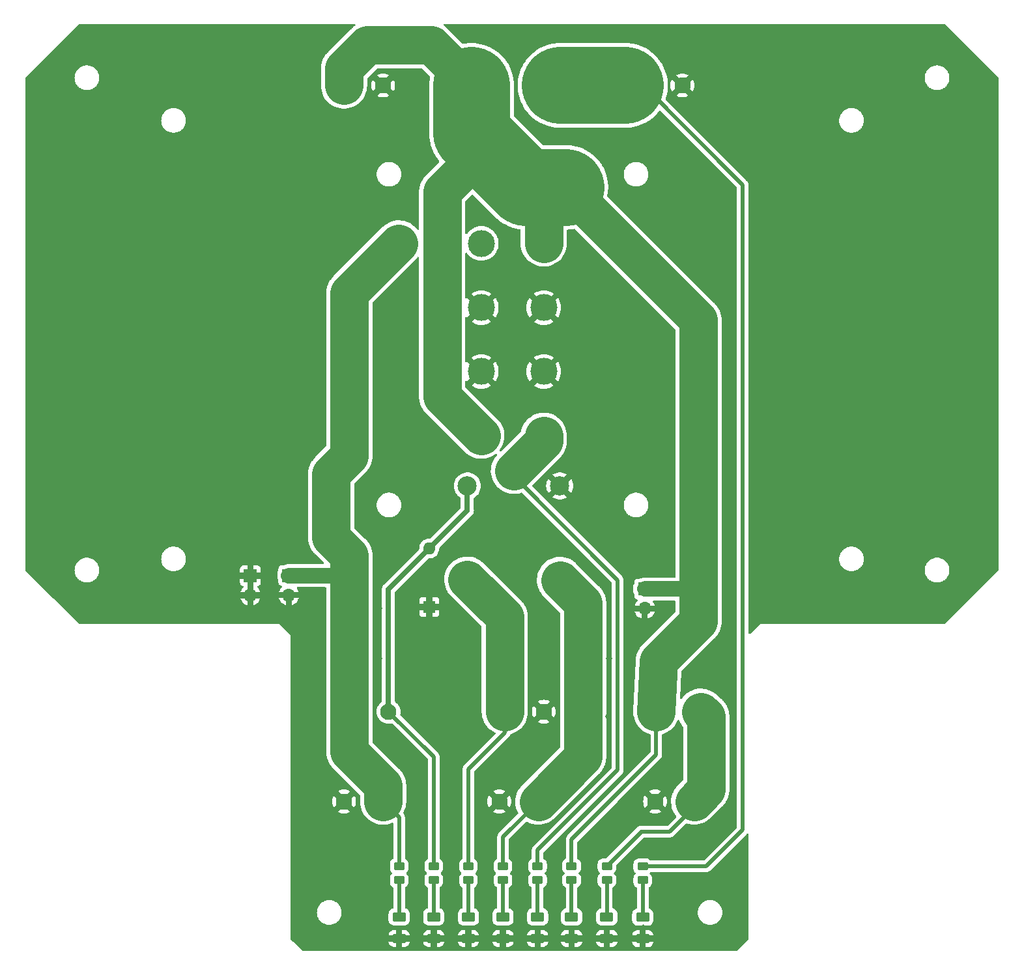
<source format=gbr>
%TF.GenerationSoftware,KiCad,Pcbnew,7.0.9*%
%TF.CreationDate,2023-12-22T13:28:02+01:00*%
%TF.ProjectId,pcb_puissance,7063625f-7075-4697-9373-616e63652e6b,1.1*%
%TF.SameCoordinates,Original*%
%TF.FileFunction,Copper,L1,Top*%
%TF.FilePolarity,Positive*%
%FSLAX46Y46*%
G04 Gerber Fmt 4.6, Leading zero omitted, Abs format (unit mm)*
G04 Created by KiCad (PCBNEW 7.0.9) date 2023-12-22 13:28:02*
%MOMM*%
%LPD*%
G01*
G04 APERTURE LIST*
G04 Aperture macros list*
%AMRoundRect*
0 Rectangle with rounded corners*
0 $1 Rounding radius*
0 $2 $3 $4 $5 $6 $7 $8 $9 X,Y pos of 4 corners*
0 Add a 4 corners polygon primitive as box body*
4,1,4,$2,$3,$4,$5,$6,$7,$8,$9,$2,$3,0*
0 Add four circle primitives for the rounded corners*
1,1,$1+$1,$2,$3*
1,1,$1+$1,$4,$5*
1,1,$1+$1,$6,$7*
1,1,$1+$1,$8,$9*
0 Add four rect primitives between the rounded corners*
20,1,$1+$1,$2,$3,$4,$5,0*
20,1,$1+$1,$4,$5,$6,$7,0*
20,1,$1+$1,$6,$7,$8,$9,0*
20,1,$1+$1,$8,$9,$2,$3,0*%
G04 Aperture macros list end*
%TA.AperFunction,ComponentPad*%
%ADD10C,3.500000*%
%TD*%
%TA.AperFunction,ComponentPad*%
%ADD11O,1.700000X1.700000*%
%TD*%
%TA.AperFunction,ComponentPad*%
%ADD12R,1.700000X1.700000*%
%TD*%
%TA.AperFunction,ComponentPad*%
%ADD13R,2.100000X2.100000*%
%TD*%
%TA.AperFunction,ComponentPad*%
%ADD14C,2.100000*%
%TD*%
%TA.AperFunction,ComponentPad*%
%ADD15C,3.000000*%
%TD*%
%TA.AperFunction,ComponentPad*%
%ADD16C,2.500000*%
%TD*%
%TA.AperFunction,SMDPad,CuDef*%
%ADD17RoundRect,0.250000X0.450000X-0.262500X0.450000X0.262500X-0.450000X0.262500X-0.450000X-0.262500X0*%
%TD*%
%TA.AperFunction,SMDPad,CuDef*%
%ADD18RoundRect,0.250000X0.625000X-0.375000X0.625000X0.375000X-0.625000X0.375000X-0.625000X-0.375000X0*%
%TD*%
%TA.AperFunction,ComponentPad*%
%ADD19R,1.600000X1.600000*%
%TD*%
%TA.AperFunction,ComponentPad*%
%ADD20O,1.600000X1.600000*%
%TD*%
%TA.AperFunction,ViaPad*%
%ADD21C,0.800000*%
%TD*%
%TA.AperFunction,ViaPad*%
%ADD22C,3.500000*%
%TD*%
%TA.AperFunction,Conductor*%
%ADD23C,5.000000*%
%TD*%
%TA.AperFunction,Conductor*%
%ADD24C,0.250000*%
%TD*%
%TA.AperFunction,Conductor*%
%ADD25C,0.700000*%
%TD*%
%TA.AperFunction,Conductor*%
%ADD26C,0.500000*%
%TD*%
%TA.AperFunction,Conductor*%
%ADD27C,2.000000*%
%TD*%
%TA.AperFunction,Conductor*%
%ADD28C,10.000000*%
%TD*%
G04 APERTURE END LIST*
D10*
%TO.P,TRANSFO2,1*%
%TO.N,+12V*%
X79760000Y-78540000D03*
%TO.P,TRANSFO2,2*%
%TO.N,GND*%
X79760000Y-70190000D03*
%TO.P,TRANSFO2,3*%
X79760000Y-61890000D03*
%TO.P,TRANSFO2,4*%
%TO.N,+5V*%
X79760000Y-53540000D03*
%TD*%
%TO.P,TRANSFO1,1*%
%TO.N,+12V*%
X87880000Y-53540000D03*
%TO.P,TRANSFO1,2*%
%TO.N,GND*%
X87880000Y-61890000D03*
%TO.P,TRANSFO1,3*%
X87880000Y-70190000D03*
%TO.P,TRANSFO1,4*%
%TO.N,TRANSFO1*%
X87880000Y-78540000D03*
%TD*%
D11*
%TO.P,J11,2,Pin_2*%
%TO.N,GND*%
X49750000Y-99265000D03*
D12*
%TO.P,J11,1,Pin_1*%
X49750000Y-96725000D03*
%TD*%
%TO.P,J10,1,Pin_1*%
%TO.N,+5V*%
X54750000Y-96710000D03*
D11*
%TO.P,J10,2,Pin_2*%
%TO.N,GND*%
X54750000Y-99250000D03*
%TD*%
D12*
%TO.P,J9,1,Pin_1*%
%TO.N,+12V*%
X101000000Y-98475000D03*
D11*
%TO.P,J9,2,Pin_2*%
%TO.N,GND*%
X101000000Y-101015000D03*
%TD*%
D13*
%TO.P,J3,1,1*%
%TO.N,BUTTON_NC*%
X107435000Y-126085000D03*
D14*
%TO.P,J3,2,2*%
%TO.N,GND*%
X102355000Y-126085000D03*
%TD*%
D15*
%TO.P,K1,1*%
%TO.N,TRANSFO1*%
X84000000Y-83100000D03*
D16*
%TO.P,K1,2*%
%TO.N,BUTTON_NO*%
X77950000Y-85050000D03*
D15*
%TO.P,K1,3*%
%TO.N,RELAY_NC*%
X77950000Y-97250000D03*
%TO.P,K1,4*%
%TO.N,RELAY_NO*%
X90000000Y-97300000D03*
D16*
%TO.P,K1,5*%
%TO.N,GND*%
X89950000Y-85050000D03*
%TD*%
D17*
%TO.P,R8,1*%
%TO.N,Net-(D8-A)*%
X78084000Y-136312500D03*
%TO.P,R8,2*%
%TO.N,RELAY_NC*%
X78084000Y-134487500D03*
%TD*%
%TO.P,R4,1*%
%TO.N,Net-(D4-A)*%
X91500000Y-136312500D03*
%TO.P,R4,2*%
%TO.N,+12V*%
X91500000Y-134487500D03*
%TD*%
D14*
%TO.P,J1,2,2*%
%TO.N,GND*%
X105895000Y-33000000D03*
D13*
%TO.P,J1,1,1*%
%TO.N,BATTERY*%
X100815000Y-33000000D03*
%TD*%
%TO.P,J5,1,1*%
%TO.N,+5V*%
X62620000Y-114415000D03*
D14*
%TO.P,J5,2,2*%
%TO.N,BUTTON_NO*%
X67700000Y-114415000D03*
%TD*%
%TO.P,J6,2,2*%
%TO.N,GND*%
X61920000Y-126085000D03*
D13*
%TO.P,J6,1,1*%
%TO.N,+5V*%
X67000000Y-126085000D03*
%TD*%
D17*
%TO.P,R5,1*%
%TO.N,Net-(D5-A)*%
X69084000Y-136312500D03*
%TO.P,R5,2*%
%TO.N,+5V*%
X69084000Y-134487500D03*
%TD*%
%TO.P,R2,1*%
%TO.N,Net-(D2-A)*%
X82584000Y-136312500D03*
%TO.P,R2,2*%
%TO.N,RELAY_NO*%
X82584000Y-134487500D03*
%TD*%
D18*
%TO.P,D2,1,K*%
%TO.N,GND*%
X82584000Y-143900000D03*
%TO.P,D2,2,A*%
%TO.N,Net-(D2-A)*%
X82584000Y-141100000D03*
%TD*%
D13*
%TO.P,J2,1,1*%
%TO.N,+12V*%
X61920000Y-33000000D03*
D14*
%TO.P,J2,2,2*%
%TO.N,GND*%
X67000000Y-33000000D03*
%TD*%
D18*
%TO.P,D5,1,K*%
%TO.N,GND*%
X69084000Y-143900000D03*
%TO.P,D5,2,A*%
%TO.N,Net-(D5-A)*%
X69084000Y-141100000D03*
%TD*%
%TO.P,D4,1,K*%
%TO.N,GND*%
X91500000Y-143900000D03*
%TO.P,D4,2,A*%
%TO.N,Net-(D4-A)*%
X91500000Y-141100000D03*
%TD*%
D17*
%TO.P,R7,1*%
%TO.N,Net-(D7-A)*%
X96084000Y-136312500D03*
%TO.P,R7,2*%
%TO.N,BUTTON_NC*%
X96084000Y-134487500D03*
%TD*%
D14*
%TO.P,J4,2,2*%
%TO.N,BUTTON_NC*%
X107895000Y-114415000D03*
D13*
%TO.P,J4,1,1*%
%TO.N,+12V*%
X102815000Y-114415000D03*
%TD*%
D18*
%TO.P,D1,1,K*%
%TO.N,GND*%
X73584000Y-143900000D03*
%TO.P,D1,2,A*%
%TO.N,Net-(D1-A)*%
X73584000Y-141100000D03*
%TD*%
D17*
%TO.P,R1,1*%
%TO.N,Net-(D1-A)*%
X73584000Y-136312500D03*
%TO.P,R1,2*%
%TO.N,BUTTON_NO*%
X73584000Y-134487500D03*
%TD*%
D18*
%TO.P,D8,1,K*%
%TO.N,GND*%
X78084000Y-143900000D03*
%TO.P,D8,2,A*%
%TO.N,Net-(D8-A)*%
X78084000Y-141100000D03*
%TD*%
D10*
%TO.P,F1,1*%
%TO.N,BATTERY*%
X88850000Y-33000000D03*
%TO.P,F1,2*%
%TO.N,+12V*%
X79150000Y-33000000D03*
%TD*%
D13*
%TO.P,J7,1,1*%
%TO.N,RELAY_NO*%
X87185000Y-126085000D03*
D14*
%TO.P,J7,2,2*%
%TO.N,GND*%
X82105000Y-126085000D03*
%TD*%
D18*
%TO.P,D7,1,K*%
%TO.N,GND*%
X96072000Y-143900000D03*
%TO.P,D7,2,A*%
%TO.N,Net-(D7-A)*%
X96072000Y-141100000D03*
%TD*%
D17*
%TO.P,R3,1*%
%TO.N,Net-(D3-A)*%
X100742000Y-136320500D03*
%TO.P,R3,2*%
%TO.N,BATTERY*%
X100742000Y-134495500D03*
%TD*%
D18*
%TO.P,D6,1,K*%
%TO.N,GND*%
X87084000Y-143900000D03*
%TO.P,D6,2,A*%
%TO.N,Net-(D6-A)*%
X87084000Y-141100000D03*
%TD*%
D13*
%TO.P,J8,1,1*%
%TO.N,RELAY_NC*%
X82815000Y-114415000D03*
D14*
%TO.P,J8,2,2*%
%TO.N,GND*%
X87895000Y-114415000D03*
%TD*%
D17*
%TO.P,R6,1*%
%TO.N,Net-(D6-A)*%
X87084000Y-136312500D03*
%TO.P,R6,2*%
%TO.N,TRANSFO1*%
X87084000Y-134487500D03*
%TD*%
D18*
%TO.P,D3,1,K*%
%TO.N,GND*%
X100750000Y-143908000D03*
%TO.P,D3,2,A*%
%TO.N,Net-(D3-A)*%
X100750000Y-141108000D03*
%TD*%
D19*
%TO.P,D9,1,K*%
%TO.N,GND*%
X73000000Y-100810000D03*
D20*
%TO.P,D9,2,A*%
%TO.N,BUTTON_NO*%
X73000000Y-93190000D03*
%TD*%
D21*
%TO.N,GND*%
X106250000Y-140000000D03*
X63000000Y-140000000D03*
X76250000Y-101500000D03*
X58500000Y-26250000D03*
X109250000Y-26250000D03*
X97750000Y-26250000D03*
X88500000Y-26250000D03*
X78000000Y-26500000D03*
X73000000Y-42750000D03*
X72000000Y-32000000D03*
X70000000Y-35000000D03*
X65250000Y-35000000D03*
X70000000Y-40000000D03*
X65250000Y-40000000D03*
X92250000Y-53750000D03*
X100000000Y-50000000D03*
X105000000Y-55000000D03*
X87500000Y-101500000D03*
X66500000Y-101000000D03*
X66500000Y-116000000D03*
X66500000Y-107500000D03*
X71000000Y-90000000D03*
X81000000Y-89000000D03*
X85000000Y-89000000D03*
X81000000Y-95000000D03*
X97000000Y-44000000D03*
X79000000Y-49000000D03*
X100000000Y-70000000D03*
X95000000Y-65000000D03*
X100000000Y-65000000D03*
X95000000Y-60000000D03*
X95000000Y-65000000D03*
X95000000Y-70000000D03*
X95000000Y-75000000D03*
X100000000Y-75000000D03*
X100000000Y-80000000D03*
X95000000Y-80000000D03*
X100000000Y-85000000D03*
X100000000Y-90000000D03*
X95000000Y-90000000D03*
X100000000Y-95000000D03*
X102500000Y-95000000D03*
X102500000Y-122500000D03*
X112500000Y-125000000D03*
X112500000Y-112500000D03*
X112500000Y-105000000D03*
X112500000Y-60000000D03*
X112500000Y-65000000D03*
X112500000Y-70000000D03*
X112500000Y-75000000D03*
X112500000Y-80000000D03*
X112500000Y-85000000D03*
X112500000Y-90000000D03*
X112500000Y-95000000D03*
X112500000Y-100000000D03*
X125000000Y-95000000D03*
X130000000Y-95000000D03*
X135000000Y-95000000D03*
X145000000Y-95000000D03*
X140750000Y-98500000D03*
X135000000Y-100000000D03*
X130000000Y-100000000D03*
X125000000Y-100000000D03*
X120000000Y-100000000D03*
X115000000Y-100000000D03*
X115000000Y-95000000D03*
X115000000Y-90000000D03*
X120000000Y-90000000D03*
X125000000Y-90000000D03*
X130000000Y-90000000D03*
X135000000Y-90000000D03*
X135000000Y-90000000D03*
X140000000Y-90000000D03*
X145000000Y-90000000D03*
X145000000Y-85000000D03*
X140000000Y-85000000D03*
X125000000Y-85000000D03*
X135000000Y-85000000D03*
X130000000Y-85000000D03*
X130000000Y-85000000D03*
X120000000Y-85000000D03*
X115000000Y-85000000D03*
X115000000Y-80000000D03*
X120000000Y-80000000D03*
X125000000Y-80000000D03*
X130000000Y-80000000D03*
X130000000Y-80000000D03*
X135000000Y-80000000D03*
X140000000Y-80000000D03*
X115000000Y-60000000D03*
X115000000Y-65000000D03*
X115000000Y-70000000D03*
X120000000Y-75000000D03*
X120000000Y-70000000D03*
X120000000Y-65000000D03*
X120000000Y-60000000D03*
X140000000Y-60000000D03*
X135000000Y-60000000D03*
X135000000Y-65000000D03*
X140000000Y-65000000D03*
X140000000Y-70000000D03*
X145000000Y-70000000D03*
X135000000Y-70000000D03*
X130000000Y-70000000D03*
X125000000Y-65000000D03*
X130000000Y-65000000D03*
X130000000Y-60000000D03*
X125000000Y-60000000D03*
X125000000Y-70000000D03*
X125000000Y-75000000D03*
X120000000Y-75000000D03*
X115000000Y-75000000D03*
X120000000Y-75000000D03*
X120000000Y-75000000D03*
X130000000Y-75000000D03*
X135000000Y-75000000D03*
X135000000Y-75000000D03*
X140000000Y-75000000D03*
X145000000Y-75000000D03*
X145000000Y-80000000D03*
X145000000Y-80000000D03*
X145000000Y-70000000D03*
X145000000Y-70000000D03*
X145000000Y-65000000D03*
X145000000Y-60000000D03*
X115000000Y-45000000D03*
X115000000Y-50000000D03*
X115000000Y-55000000D03*
X105000000Y-30000000D03*
X110000000Y-30000000D03*
X115000000Y-30000000D03*
X120000000Y-30000000D03*
X125000000Y-30000000D03*
X130000000Y-30000000D03*
X135000000Y-30000000D03*
X140000000Y-50000000D03*
X135000000Y-50000000D03*
X130000000Y-50000000D03*
X125000000Y-50000000D03*
X120000000Y-50000000D03*
X120000000Y-45000000D03*
X125000000Y-45000000D03*
X130000000Y-45000000D03*
X135000000Y-45000000D03*
X140000000Y-45000000D03*
X140000000Y-40000000D03*
X135000000Y-40000000D03*
X130000000Y-40000000D03*
X125000000Y-40000000D03*
X120000000Y-40000000D03*
X115000000Y-40000000D03*
X110000000Y-40000000D03*
X110000000Y-35000000D03*
X115000000Y-35000000D03*
X120000000Y-35000000D03*
X125000000Y-35000000D03*
X130000000Y-35000000D03*
X135000000Y-35000000D03*
X140000000Y-35000000D03*
X145000000Y-35000000D03*
X145000000Y-40000000D03*
X145000000Y-45000000D03*
X145000000Y-50000000D03*
X145000000Y-55000000D03*
X140000000Y-55000000D03*
X135000000Y-55000000D03*
X130000000Y-55000000D03*
X125000000Y-55000000D03*
X120000000Y-55000000D03*
X110000000Y-55000000D03*
X105000000Y-40000000D03*
X110000000Y-45000000D03*
X110000000Y-50000000D03*
X105000000Y-50000000D03*
X105000000Y-45000000D03*
X100000000Y-40000000D03*
X92000000Y-40000000D03*
X85000000Y-37000000D03*
X84000000Y-30000000D03*
X65000000Y-45000000D03*
X70000000Y-45000000D03*
X70000000Y-50000000D03*
X65000000Y-50000000D03*
X55000000Y-35000000D03*
X45000000Y-35000000D03*
X50000000Y-35000000D03*
X50000000Y-30000000D03*
X55000000Y-30000000D03*
X45000000Y-30000000D03*
X40000000Y-30000000D03*
X35000000Y-30000000D03*
X35000000Y-35000000D03*
X30000000Y-35000000D03*
X25000000Y-35000000D03*
X35000000Y-40000000D03*
X45000000Y-40000000D03*
X50000000Y-40000000D03*
X55000000Y-40000000D03*
X60000000Y-40000000D03*
X60000000Y-45000000D03*
X55000000Y-45000000D03*
X50000000Y-45000000D03*
X45000000Y-45000000D03*
X40000000Y-45000000D03*
X35000000Y-45000000D03*
X75000000Y-80000000D03*
X75000000Y-85000000D03*
X70000000Y-85000000D03*
X70000000Y-80000000D03*
X70000000Y-75000000D03*
X70000000Y-70000000D03*
X70000000Y-65000000D03*
X70000000Y-60000000D03*
X45000000Y-100000000D03*
X45000000Y-95000000D03*
X45000000Y-90000000D03*
X50000000Y-90000000D03*
X55000000Y-90000000D03*
X50000000Y-85000000D03*
X45000000Y-85000000D03*
X45000000Y-85000000D03*
X55000000Y-85000000D03*
X55000000Y-80000000D03*
X50000000Y-80000000D03*
X45000000Y-80000000D03*
X45000000Y-75000000D03*
X50000000Y-75000000D03*
X55000000Y-75000000D03*
X55000000Y-70000000D03*
X50000000Y-70000000D03*
X45000000Y-70000000D03*
X45000000Y-65000000D03*
X50000000Y-65000000D03*
X55000000Y-65000000D03*
X55000000Y-60000000D03*
X50000000Y-60000000D03*
X45000000Y-60000000D03*
X45000000Y-55000000D03*
X50000000Y-55000000D03*
X55000000Y-55000000D03*
X60000000Y-55000000D03*
X60000000Y-50000000D03*
X55000000Y-50000000D03*
X50000000Y-50000000D03*
X45000000Y-50000000D03*
X40000000Y-50000000D03*
X35000000Y-50000000D03*
X35000000Y-55000000D03*
X40000000Y-55000000D03*
X40000000Y-60000000D03*
X35000000Y-60000000D03*
X35000000Y-65000000D03*
X40000000Y-65000000D03*
X40000000Y-70000000D03*
X35000000Y-70000000D03*
X35000000Y-75000000D03*
X40000000Y-75000000D03*
X40000000Y-80000000D03*
X35000000Y-80000000D03*
X35000000Y-85000000D03*
X40000000Y-85000000D03*
X40000000Y-90000000D03*
X35000000Y-90000000D03*
X35000000Y-95000000D03*
X40000000Y-100000000D03*
X35000000Y-100000000D03*
X30000000Y-100000000D03*
X25000000Y-95000000D03*
X25000000Y-90000000D03*
X30000000Y-90000000D03*
X30000000Y-85000000D03*
X30000000Y-80000000D03*
X30000000Y-75000000D03*
X30000000Y-70000000D03*
X30000000Y-65000000D03*
X30000000Y-60000000D03*
X30000000Y-55000000D03*
X30000000Y-50000000D03*
X30000000Y-45000000D03*
X30000000Y-40000000D03*
X25000000Y-40000000D03*
X25000000Y-45000000D03*
X25000000Y-50000000D03*
X25000000Y-55000000D03*
X25000000Y-60000000D03*
X25000000Y-65000000D03*
X25000000Y-70000000D03*
X25000000Y-75000000D03*
X25000000Y-80000000D03*
X25000000Y-85000000D03*
X112500000Y-118500000D03*
X98700000Y-122100000D03*
X96100000Y-121700000D03*
X96300000Y-115000000D03*
X96400000Y-107500000D03*
X99000000Y-107500000D03*
X88000000Y-107500000D03*
X70250000Y-113750000D03*
X69750000Y-107500000D03*
X57500000Y-107500000D03*
X57500000Y-114000000D03*
X75250000Y-113750000D03*
X104500000Y-118500000D03*
X83500000Y-120250000D03*
X57500000Y-120000000D03*
X57500000Y-125000000D03*
X71500000Y-124750000D03*
X76250000Y-124750000D03*
X106000000Y-136250000D03*
X67000000Y-145000000D03*
X94000000Y-145000000D03*
X85000000Y-145000000D03*
X102750000Y-145000000D03*
X76000000Y-145000000D03*
X89250000Y-145000000D03*
X71500000Y-145000000D03*
X80500000Y-145000000D03*
X98500000Y-145000000D03*
X105000000Y-132500000D03*
X57500000Y-135000000D03*
X57500000Y-130000000D03*
X112500000Y-135000000D03*
X62750000Y-130000000D03*
X80750000Y-130000000D03*
X98500000Y-130000000D03*
X71750000Y-130000000D03*
X67250000Y-130000000D03*
X76250000Y-130000000D03*
X94250000Y-130000000D03*
X62750000Y-135000000D03*
X89750000Y-135000000D03*
X80750000Y-135000000D03*
X98500000Y-135000000D03*
X71750000Y-135000000D03*
X85000000Y-135000000D03*
X67250000Y-135000000D03*
X76250000Y-135000000D03*
X94250000Y-135000000D03*
X87000000Y-130000000D03*
X96250000Y-99000000D03*
X110000000Y-130000000D03*
X99000000Y-115000000D03*
X76000000Y-120000000D03*
X102750000Y-140000000D03*
X67000000Y-140000000D03*
X94000000Y-140000000D03*
X85000000Y-140000000D03*
X76000000Y-140000000D03*
X84000000Y-57000000D03*
X95000000Y-85000000D03*
X67500000Y-95000000D03*
X110000000Y-107500000D03*
X75000000Y-107500000D03*
X70000000Y-120000000D03*
X75000000Y-95000000D03*
X120000000Y-95000000D03*
X85000000Y-95000000D03*
X98500000Y-140000000D03*
X89250000Y-140000000D03*
X80500000Y-140000000D03*
X71500000Y-140000000D03*
D22*
%TO.N,+5V*%
X69040000Y-53540000D03*
%TD*%
D23*
%TO.N,+12V*%
X61920000Y-30830000D02*
X61920000Y-33000000D01*
X65000000Y-27750000D02*
X61920000Y-30830000D01*
X73250000Y-27750000D02*
X65000000Y-27750000D01*
X78500000Y-33000000D02*
X73250000Y-27750000D01*
D24*
X78500000Y-31500000D02*
X78500000Y-33000000D01*
D23*
X108000000Y-63500000D02*
X90750000Y-46250000D01*
X108000000Y-102680000D02*
X108000000Y-63500000D01*
X102815000Y-107865000D02*
X108000000Y-102680000D01*
X102500000Y-114415000D02*
X102815000Y-107865000D01*
%TO.N,+5V*%
X62620000Y-94120000D02*
X60250000Y-91750000D01*
X62620000Y-119620000D02*
X62620000Y-94120000D01*
X60250000Y-83500000D02*
X60250000Y-91750000D01*
X62620000Y-81130000D02*
X60250000Y-83500000D01*
X62620000Y-59960000D02*
X62620000Y-81130000D01*
X67000000Y-126085000D02*
X67000000Y-124000000D01*
X67000000Y-124000000D02*
X62620000Y-119620000D01*
X62620000Y-59960000D02*
X69040000Y-53540000D01*
D25*
%TO.N,BUTTON_NO*%
X67700000Y-114415000D02*
X67700000Y-98490000D01*
X67700000Y-98490000D02*
X73000000Y-93190000D01*
D26*
X73584000Y-120299000D02*
X73584000Y-134487500D01*
X67700000Y-114415000D02*
X73584000Y-120299000D01*
%TO.N,RELAY_NC*%
X82815000Y-117159695D02*
X82815000Y-114415000D01*
X78084000Y-121890695D02*
X82815000Y-117159695D01*
X78084000Y-134487500D02*
X78084000Y-121890695D01*
D23*
X82815000Y-102115000D02*
X77950000Y-97250000D01*
X82815000Y-114415000D02*
X82815000Y-102115000D01*
D26*
%TO.N,+12V*%
X102500000Y-120000000D02*
X102500000Y-114415000D01*
X91500000Y-131000000D02*
X102500000Y-120000000D01*
X91500000Y-134487500D02*
X91500000Y-131000000D01*
X102815000Y-114415000D02*
X102000000Y-114415000D01*
%TO.N,Net-(D4-A)*%
X91500000Y-136312500D02*
X91500000Y-141100000D01*
%TO.N,Net-(D6-A)*%
X87084000Y-136312500D02*
X87084000Y-141100000D01*
%TO.N,Net-(D2-A)*%
X82584000Y-136312500D02*
X82584000Y-141100000D01*
%TO.N,Net-(D8-A)*%
X78084000Y-136312500D02*
X78084000Y-141100000D01*
%TO.N,Net-(D1-A)*%
X73584000Y-136312500D02*
X73584000Y-141100000D01*
%TO.N,Net-(D5-A)*%
X69084000Y-136312500D02*
X69084000Y-141100000D01*
%TO.N,Net-(D3-A)*%
X100742000Y-141100000D02*
X100750000Y-141108000D01*
X100742000Y-136320500D02*
X100742000Y-141100000D01*
%TO.N,Net-(D7-A)*%
X96084000Y-136312500D02*
X96084000Y-141088000D01*
X96084000Y-141088000D02*
X96072000Y-141100000D01*
%TO.N,TRANSFO1*%
X97500000Y-122000000D02*
X87084000Y-132416000D01*
X84000000Y-83800000D02*
X97500000Y-97300000D01*
X87084000Y-132416000D02*
X87084000Y-134487500D01*
X84000000Y-83100000D02*
X84000000Y-83800000D01*
X97500000Y-97300000D02*
X97500000Y-122000000D01*
D25*
%TO.N,BUTTON_NO*%
X77950000Y-88240000D02*
X73000000Y-93190000D01*
X77950000Y-85050000D02*
X77950000Y-88240000D01*
D23*
%TO.N,TRANSFO1*%
X84000000Y-83100000D02*
X87880000Y-79220000D01*
X87880000Y-79220000D02*
X87880000Y-78540000D01*
%TO.N,RELAY_NO*%
X93000000Y-120270000D02*
X87185000Y-126085000D01*
X93000000Y-100300000D02*
X93000000Y-120270000D01*
X90000000Y-97300000D02*
X93000000Y-100300000D01*
D27*
%TO.N,+5V*%
X54750000Y-96710000D02*
X62580000Y-96710000D01*
%TO.N,+12V*%
X101000000Y-98475000D02*
X107775000Y-98475000D01*
D24*
%TO.N,GND*%
X100742000Y-142100000D02*
X100750000Y-142108000D01*
%TO.N,+12V*%
X90750000Y-46250000D02*
X90260000Y-46250000D01*
X90260000Y-46250000D02*
X87880000Y-48630000D01*
D28*
X90750000Y-46250000D02*
X85500000Y-46250000D01*
X85500000Y-46250000D02*
X80375000Y-41125000D01*
D23*
X87880000Y-53540000D02*
X87880000Y-48630000D01*
X78250000Y-39500000D02*
X78500000Y-39250000D01*
X74676000Y-46824000D02*
X80375000Y-41125000D01*
X74676000Y-73456000D02*
X74676000Y-46824000D01*
D28*
X78500000Y-39250000D02*
X80375000Y-41125000D01*
X78500000Y-33000000D02*
X78500000Y-39250000D01*
D23*
X79760000Y-78540000D02*
X74676000Y-73456000D01*
D26*
%TO.N,+5V*%
X69084000Y-128169000D02*
X67000000Y-126085000D01*
X69084000Y-134487500D02*
X69084000Y-128169000D01*
%TO.N,RELAY_NO*%
X82584000Y-130686000D02*
X87185000Y-126085000D01*
X82584000Y-134487500D02*
X82584000Y-130686000D01*
%TO.N,BUTTON_NC*%
X104250000Y-130000000D02*
X107435000Y-126815000D01*
X100500000Y-130000000D02*
X104250000Y-130000000D01*
D24*
X100500000Y-130071500D02*
X100500000Y-130000000D01*
X107435000Y-126815000D02*
X107435000Y-126085000D01*
D26*
X96084000Y-134487500D02*
X100500000Y-130071500D01*
%TO.N,BATTERY*%
X113750000Y-45935000D02*
X100815000Y-33000000D01*
X109004500Y-134495500D02*
X113750000Y-129750000D01*
X113750000Y-129750000D02*
X113750000Y-45935000D01*
X100742000Y-134495500D02*
X109004500Y-134495500D01*
D23*
%TO.N,BUTTON_NC*%
X109000000Y-115020000D02*
X108300000Y-114415000D01*
X109000000Y-124520000D02*
X109000000Y-115020000D01*
X107435000Y-126085000D02*
X109000000Y-124520000D01*
%TO.N,+12V*%
X79150000Y-35150000D02*
X79150000Y-33000000D01*
D28*
%TO.N,BATTERY*%
X98500000Y-33000000D02*
X90000000Y-33000000D01*
D24*
X88130000Y-33020000D02*
X88150000Y-33000000D01*
X88150000Y-31650000D02*
X88150000Y-33000000D01*
%TD*%
%TA.AperFunction,Conductor*%
%TO.N,GND*%
G36*
X63365538Y-25020185D02*
G01*
X63411293Y-25072989D01*
X63421237Y-25142147D01*
X63392212Y-25205703D01*
X63360503Y-25231884D01*
X63348404Y-25238870D01*
X63348401Y-25238871D01*
X63348396Y-25238875D01*
X63243219Y-25317177D01*
X63135837Y-25392366D01*
X63135834Y-25392368D01*
X63105175Y-25419650D01*
X63100984Y-25423064D01*
X63068057Y-25447579D01*
X63068050Y-25447585D01*
X63068047Y-25447588D01*
X62972670Y-25537570D01*
X62940060Y-25566592D01*
X62909188Y-25597463D01*
X62813809Y-25687450D01*
X62787431Y-25718886D01*
X62783776Y-25722875D01*
X59892875Y-28613776D01*
X59888886Y-28617431D01*
X59857450Y-28643809D01*
X59857444Y-28643815D01*
X59857442Y-28643817D01*
X59767463Y-28739188D01*
X59736592Y-28770060D01*
X59707570Y-28802670D01*
X59617585Y-28898050D01*
X59617579Y-28898057D01*
X59593064Y-28930984D01*
X59589650Y-28935175D01*
X59562368Y-28965834D01*
X59562366Y-28965837D01*
X59487177Y-29073219D01*
X59408874Y-29178397D01*
X59408872Y-29178400D01*
X59388343Y-29213955D01*
X59385438Y-29218516D01*
X59361897Y-29252136D01*
X59299671Y-29367541D01*
X59234108Y-29481100D01*
X59234107Y-29481104D01*
X59217849Y-29518792D01*
X59215493Y-29523660D01*
X59196014Y-29559784D01*
X59147610Y-29681626D01*
X59095673Y-29802029D01*
X59083900Y-29841351D01*
X59082125Y-29846460D01*
X59066969Y-29884613D01*
X59066968Y-29884615D01*
X59033036Y-30011251D01*
X58995433Y-30136857D01*
X58995429Y-30136874D01*
X58988301Y-30177293D01*
X58987130Y-30182571D01*
X58976507Y-30222219D01*
X58957502Y-30351968D01*
X58934739Y-30481061D01*
X58934738Y-30481071D01*
X58934738Y-30481073D01*
X58932500Y-30519508D01*
X58932352Y-30522041D01*
X58931802Y-30527423D01*
X58925852Y-30568045D01*
X58924312Y-30620973D01*
X58922037Y-30699120D01*
X58920106Y-30732296D01*
X58919500Y-30742698D01*
X58919500Y-30786341D01*
X58915686Y-30917426D01*
X58919264Y-30958309D01*
X58919500Y-30963716D01*
X58919500Y-33087305D01*
X58931821Y-33298837D01*
X58934738Y-33348927D01*
X58934739Y-33348938D01*
X58995428Y-33693127D01*
X58995430Y-33693134D01*
X59095674Y-34027972D01*
X59234107Y-34348895D01*
X59234113Y-34348908D01*
X59408870Y-34651597D01*
X59617584Y-34931949D01*
X59617589Y-34931955D01*
X59731551Y-35052747D01*
X59857442Y-35186183D01*
X60033903Y-35334251D01*
X60125186Y-35410847D01*
X60125194Y-35410853D01*
X60417203Y-35602911D01*
X60417207Y-35602913D01*
X60729549Y-35759777D01*
X61057989Y-35879319D01*
X61398086Y-35959923D01*
X61745241Y-36000500D01*
X61745248Y-36000500D01*
X62094752Y-36000500D01*
X62094759Y-36000500D01*
X62441914Y-35959923D01*
X62782011Y-35879319D01*
X63110451Y-35759777D01*
X63422793Y-35602913D01*
X63714811Y-35410849D01*
X63982558Y-35186183D01*
X64222412Y-34931953D01*
X64431130Y-34651596D01*
X64605889Y-34348904D01*
X64744326Y-34027971D01*
X64844569Y-33693136D01*
X64846066Y-33684651D01*
X64905260Y-33348938D01*
X64905259Y-33348938D01*
X64905262Y-33348927D01*
X64920500Y-33087305D01*
X64920500Y-33000000D01*
X65445207Y-33000000D01*
X65464348Y-33243219D01*
X65521303Y-33480457D01*
X65614665Y-33705853D01*
X65614668Y-33705859D01*
X65657902Y-33776412D01*
X66309752Y-33124562D01*
X66340682Y-33250046D01*
X66419680Y-33400566D01*
X66532405Y-33527806D01*
X66672305Y-33624371D01*
X66831249Y-33684651D01*
X66875643Y-33690041D01*
X66223586Y-34342096D01*
X66294141Y-34385331D01*
X66294146Y-34385334D01*
X66519542Y-34478696D01*
X66756780Y-34535651D01*
X66756779Y-34535651D01*
X67000000Y-34554792D01*
X67243219Y-34535651D01*
X67480457Y-34478696D01*
X67705861Y-34385331D01*
X67776412Y-34342097D01*
X67776412Y-34342096D01*
X67124356Y-33690041D01*
X67168751Y-33684651D01*
X67327695Y-33624371D01*
X67467595Y-33527806D01*
X67580320Y-33400566D01*
X67659318Y-33250046D01*
X67690247Y-33124562D01*
X68342096Y-33776412D01*
X68342097Y-33776412D01*
X68385331Y-33705861D01*
X68478696Y-33480457D01*
X68535651Y-33243219D01*
X68554792Y-33000000D01*
X68535651Y-32756780D01*
X68478696Y-32519542D01*
X68385334Y-32294146D01*
X68385331Y-32294141D01*
X68342096Y-32223586D01*
X67690247Y-32875436D01*
X67659318Y-32749954D01*
X67580320Y-32599434D01*
X67467595Y-32472194D01*
X67327695Y-32375629D01*
X67168751Y-32315349D01*
X67124357Y-32309958D01*
X67776412Y-31657902D01*
X67705859Y-31614668D01*
X67705853Y-31614665D01*
X67480457Y-31521303D01*
X67243219Y-31464348D01*
X67243220Y-31464348D01*
X67000000Y-31445207D01*
X66756780Y-31464348D01*
X66519542Y-31521303D01*
X66294136Y-31614670D01*
X66223586Y-31657901D01*
X66875643Y-32309958D01*
X66831249Y-32315349D01*
X66672305Y-32375629D01*
X66532405Y-32472194D01*
X66419680Y-32599434D01*
X66340682Y-32749954D01*
X66309752Y-32875437D01*
X65657901Y-32223586D01*
X65614670Y-32294136D01*
X65521303Y-32519542D01*
X65464348Y-32756780D01*
X65445207Y-33000000D01*
X64920500Y-33000000D01*
X64920500Y-32124210D01*
X64940185Y-32057171D01*
X64956819Y-32036529D01*
X66206529Y-30786819D01*
X66267852Y-30753334D01*
X66294210Y-30750500D01*
X71955790Y-30750500D01*
X72022829Y-30770185D01*
X72043471Y-30786819D01*
X73070729Y-31814077D01*
X73104214Y-31875400D01*
X73104265Y-31927881D01*
X73073732Y-32069562D01*
X73073730Y-32069573D01*
X73044131Y-32300712D01*
X73014371Y-32533110D01*
X72999500Y-32883211D01*
X72999500Y-39191616D01*
X72995780Y-39366852D01*
X73006931Y-39541748D01*
X73014371Y-39716890D01*
X73014371Y-39716891D01*
X73021546Y-39772927D01*
X73021923Y-39776856D01*
X73025518Y-39833222D01*
X73025518Y-39833223D01*
X73051467Y-40006575D01*
X73073731Y-40180435D01*
X73085630Y-40235646D01*
X73086338Y-40239530D01*
X73094700Y-40295390D01*
X73094701Y-40295393D01*
X73135257Y-40465913D01*
X73172184Y-40637255D01*
X73172186Y-40637261D01*
X73188725Y-40691268D01*
X73189760Y-40695077D01*
X73202830Y-40750028D01*
X73257695Y-40916478D01*
X73309024Y-41084086D01*
X73330085Y-41136499D01*
X73331440Y-41140207D01*
X73349124Y-41193856D01*
X73365941Y-41233267D01*
X73417916Y-41355075D01*
X73483264Y-41517700D01*
X73483264Y-41517701D01*
X73508693Y-41568138D01*
X73510357Y-41571717D01*
X73532529Y-41623676D01*
X73532528Y-41623676D01*
X73614751Y-41778489D01*
X73693652Y-41934980D01*
X73723272Y-41983086D01*
X73725234Y-41986512D01*
X73751727Y-42036395D01*
X73846769Y-42183658D01*
X73938673Y-42332921D01*
X73947204Y-42344454D01*
X73972259Y-42378332D01*
X73974501Y-42381573D01*
X74005136Y-42429041D01*
X74112324Y-42567712D01*
X74216554Y-42708641D01*
X74253891Y-42751064D01*
X74256375Y-42754074D01*
X74290929Y-42798778D01*
X74290447Y-42798253D01*
X74321310Y-42860937D01*
X74313384Y-42930355D01*
X74286819Y-42969831D01*
X72648875Y-44607776D01*
X72644886Y-44611431D01*
X72613450Y-44637809D01*
X72613444Y-44637815D01*
X72613442Y-44637817D01*
X72523463Y-44733188D01*
X72492592Y-44764060D01*
X72468480Y-44791153D01*
X72463570Y-44796670D01*
X72373585Y-44892050D01*
X72373579Y-44892057D01*
X72349064Y-44924984D01*
X72345650Y-44929175D01*
X72318368Y-44959834D01*
X72318366Y-44959837D01*
X72243177Y-45067219D01*
X72164874Y-45172397D01*
X72164872Y-45172400D01*
X72144343Y-45207955D01*
X72141438Y-45212516D01*
X72117897Y-45246136D01*
X72055671Y-45361541D01*
X71990108Y-45475100D01*
X71990107Y-45475104D01*
X71973849Y-45512792D01*
X71971493Y-45517660D01*
X71952014Y-45553784D01*
X71903610Y-45675626D01*
X71851673Y-45796029D01*
X71839900Y-45835351D01*
X71838125Y-45840460D01*
X71822969Y-45878613D01*
X71822968Y-45878615D01*
X71789036Y-46005251D01*
X71751433Y-46130857D01*
X71751429Y-46130874D01*
X71744301Y-46171293D01*
X71743130Y-46176571D01*
X71732507Y-46216219D01*
X71713502Y-46345968D01*
X71690739Y-46475061D01*
X71690738Y-46475071D01*
X71688352Y-46516041D01*
X71687802Y-46521423D01*
X71681852Y-46562045D01*
X71678037Y-46693119D01*
X71675500Y-46736698D01*
X71675500Y-46780341D01*
X71671686Y-46911426D01*
X71675264Y-46952309D01*
X71675500Y-46957716D01*
X71675500Y-51678707D01*
X71655815Y-51745746D01*
X71603011Y-51791501D01*
X71533853Y-51801445D01*
X71470297Y-51772420D01*
X71454235Y-51755619D01*
X71285247Y-51541899D01*
X71285244Y-51541896D01*
X71285241Y-51541892D01*
X71038107Y-51294758D01*
X71002664Y-51266733D01*
X70763933Y-51077969D01*
X70763927Y-51077965D01*
X70466462Y-50894485D01*
X70466455Y-50894481D01*
X70466452Y-50894480D01*
X70211284Y-50775493D01*
X70149686Y-50746769D01*
X70149678Y-50746766D01*
X69817897Y-50636825D01*
X69817899Y-50636825D01*
X69475603Y-50566148D01*
X69127426Y-50535686D01*
X69127418Y-50535686D01*
X69127416Y-50535686D01*
X68836274Y-50544157D01*
X68778044Y-50545852D01*
X68432215Y-50596508D01*
X68432214Y-50596508D01*
X68094613Y-50686969D01*
X68094602Y-50686973D01*
X67769796Y-50816010D01*
X67769779Y-50816017D01*
X67462147Y-50981891D01*
X67462142Y-50981893D01*
X67462139Y-50981896D01*
X67175830Y-51182372D01*
X67175826Y-51182375D01*
X66980054Y-51356597D01*
X60592875Y-57743776D01*
X60588886Y-57747431D01*
X60557450Y-57773809D01*
X60557444Y-57773815D01*
X60557442Y-57773817D01*
X60467463Y-57869188D01*
X60436592Y-57900060D01*
X60407570Y-57932670D01*
X60317585Y-58028050D01*
X60317579Y-58028057D01*
X60293064Y-58060984D01*
X60289650Y-58065175D01*
X60262368Y-58095834D01*
X60262366Y-58095837D01*
X60187177Y-58203219D01*
X60108874Y-58308397D01*
X60108872Y-58308400D01*
X60088343Y-58343955D01*
X60085438Y-58348516D01*
X60061897Y-58382136D01*
X59999671Y-58497541D01*
X59934108Y-58611100D01*
X59934107Y-58611104D01*
X59917849Y-58648792D01*
X59915493Y-58653660D01*
X59896014Y-58689784D01*
X59847610Y-58811626D01*
X59795673Y-58932029D01*
X59783900Y-58971351D01*
X59782125Y-58976460D01*
X59766969Y-59014613D01*
X59766968Y-59014615D01*
X59733036Y-59141251D01*
X59695433Y-59266857D01*
X59695429Y-59266874D01*
X59688301Y-59307293D01*
X59687130Y-59312571D01*
X59676507Y-59352219D01*
X59657502Y-59481968D01*
X59634739Y-59611061D01*
X59634738Y-59611071D01*
X59632352Y-59652041D01*
X59631802Y-59657423D01*
X59625852Y-59698046D01*
X59622037Y-59829120D01*
X59619500Y-59872695D01*
X59619500Y-59916342D01*
X59615866Y-60041256D01*
X59615686Y-60047426D01*
X59619264Y-60088309D01*
X59619500Y-60093716D01*
X59619500Y-79835789D01*
X59599815Y-79902828D01*
X59583181Y-79923470D01*
X58222875Y-81283776D01*
X58218886Y-81287431D01*
X58187450Y-81313809D01*
X58187444Y-81313815D01*
X58187442Y-81313817D01*
X58097463Y-81409188D01*
X58066592Y-81440060D01*
X58063822Y-81443173D01*
X58037570Y-81472670D01*
X57947585Y-81568050D01*
X57947579Y-81568057D01*
X57923064Y-81600984D01*
X57919650Y-81605175D01*
X57892368Y-81635834D01*
X57892366Y-81635837D01*
X57817177Y-81743219D01*
X57738874Y-81848397D01*
X57738872Y-81848400D01*
X57718343Y-81883955D01*
X57715438Y-81888516D01*
X57691897Y-81922136D01*
X57629671Y-82037541D01*
X57564108Y-82151100D01*
X57564107Y-82151104D01*
X57547849Y-82188792D01*
X57545493Y-82193660D01*
X57526014Y-82229784D01*
X57477610Y-82351626D01*
X57425673Y-82472029D01*
X57413900Y-82511351D01*
X57412125Y-82516460D01*
X57396969Y-82554613D01*
X57396968Y-82554615D01*
X57363036Y-82681251D01*
X57325433Y-82806857D01*
X57325429Y-82806874D01*
X57318301Y-82847293D01*
X57317130Y-82852571D01*
X57306507Y-82892219D01*
X57287502Y-83021968D01*
X57264739Y-83151061D01*
X57264738Y-83151071D01*
X57264738Y-83151073D01*
X57262621Y-83187428D01*
X57262352Y-83192041D01*
X57261802Y-83197423D01*
X57258376Y-83220811D01*
X57255852Y-83238046D01*
X57252037Y-83369120D01*
X57249500Y-83412695D01*
X57249500Y-83456342D01*
X57246447Y-83561281D01*
X57245686Y-83587426D01*
X57249264Y-83628309D01*
X57249500Y-83633716D01*
X57249500Y-91616283D01*
X57249264Y-91621690D01*
X57245686Y-91662573D01*
X57249500Y-91793658D01*
X57249500Y-91837302D01*
X57252037Y-91880880D01*
X57255852Y-92011954D01*
X57261802Y-92052575D01*
X57262351Y-92057950D01*
X57264374Y-92092670D01*
X57264738Y-92098928D01*
X57264739Y-92098935D01*
X57287502Y-92228031D01*
X57306508Y-92357782D01*
X57317131Y-92397429D01*
X57318302Y-92402710D01*
X57325431Y-92443136D01*
X57325433Y-92443142D01*
X57363036Y-92568748D01*
X57396969Y-92695385D01*
X57396972Y-92695395D01*
X57412123Y-92733532D01*
X57413899Y-92738641D01*
X57425671Y-92777965D01*
X57477610Y-92898373D01*
X57526016Y-93020218D01*
X57545494Y-93056342D01*
X57547850Y-93061208D01*
X57552443Y-93071856D01*
X57564111Y-93098904D01*
X57564115Y-93098912D01*
X57629671Y-93212458D01*
X57691892Y-93327856D01*
X57715436Y-93361481D01*
X57718343Y-93366043D01*
X57738868Y-93401593D01*
X57738869Y-93401596D01*
X57817177Y-93506780D01*
X57892367Y-93614164D01*
X57919652Y-93644825D01*
X57923068Y-93649018D01*
X57947588Y-93681953D01*
X58037570Y-93777329D01*
X58066590Y-93809937D01*
X58066590Y-93809938D01*
X58097463Y-93840812D01*
X58113723Y-93858046D01*
X58187442Y-93936183D01*
X58218887Y-93962568D01*
X58222876Y-93966224D01*
X59254471Y-94997819D01*
X59287956Y-95059142D01*
X59282972Y-95128834D01*
X59241100Y-95184767D01*
X59175636Y-95209184D01*
X59166790Y-95209500D01*
X54687933Y-95209500D01*
X54668521Y-95211108D01*
X54502186Y-95224890D01*
X54502175Y-95224892D01*
X54261120Y-95285936D01*
X54261116Y-95285938D01*
X54117219Y-95349056D01*
X54067411Y-95359500D01*
X53852130Y-95359500D01*
X53852123Y-95359501D01*
X53792516Y-95365908D01*
X53657671Y-95416202D01*
X53657664Y-95416206D01*
X53542455Y-95502452D01*
X53542452Y-95502455D01*
X53456206Y-95617664D01*
X53456202Y-95617671D01*
X53405908Y-95752517D01*
X53399501Y-95812116D01*
X53399500Y-95812135D01*
X53399500Y-96021442D01*
X53384555Y-96080458D01*
X53371177Y-96105177D01*
X53371170Y-96105194D01*
X53290429Y-96340383D01*
X53260107Y-96522098D01*
X53249500Y-96585665D01*
X53249500Y-96834335D01*
X53253735Y-96859713D01*
X53290429Y-97079616D01*
X53354841Y-97267239D01*
X53371172Y-97314810D01*
X53384556Y-97339542D01*
X53399500Y-97398555D01*
X53399500Y-97607869D01*
X53399501Y-97607876D01*
X53405908Y-97667483D01*
X53456202Y-97802328D01*
X53456206Y-97802335D01*
X53542452Y-97917544D01*
X53542455Y-97917547D01*
X53657664Y-98003793D01*
X53657671Y-98003797D01*
X53696690Y-98018350D01*
X53789598Y-98053002D01*
X53845531Y-98094873D01*
X53869949Y-98160337D01*
X53855098Y-98228610D01*
X53833947Y-98256865D01*
X53711886Y-98378926D01*
X53576400Y-98572420D01*
X53576399Y-98572422D01*
X53476570Y-98786507D01*
X53476565Y-98786518D01*
X53459556Y-98849999D01*
X53459557Y-98850000D01*
X54448103Y-98850000D01*
X54368239Y-98919202D01*
X54290507Y-99040156D01*
X54250000Y-99178111D01*
X54250000Y-99321889D01*
X54290507Y-99459844D01*
X54368239Y-99580798D01*
X54476900Y-99674952D01*
X54607685Y-99734680D01*
X54714237Y-99750000D01*
X54785763Y-99750000D01*
X54892315Y-99734680D01*
X55023100Y-99674952D01*
X55051897Y-99650000D01*
X55150000Y-99650000D01*
X55150000Y-100540443D01*
X55213481Y-100523434D01*
X55213492Y-100523429D01*
X55427578Y-100423600D01*
X55621082Y-100288105D01*
X55788105Y-100121082D01*
X55923600Y-99927578D01*
X56023429Y-99713492D01*
X56023434Y-99713481D01*
X56040443Y-99650000D01*
X55150000Y-99650000D01*
X55051897Y-99650000D01*
X55131761Y-99580798D01*
X55209493Y-99459844D01*
X55250000Y-99321889D01*
X55250000Y-99178111D01*
X55209493Y-99040156D01*
X55131761Y-98919202D01*
X55051897Y-98850000D01*
X56040443Y-98850000D01*
X56040443Y-98849999D01*
X56023434Y-98786518D01*
X56023429Y-98786507D01*
X55923600Y-98572422D01*
X55923599Y-98572420D01*
X55806807Y-98405623D01*
X55784480Y-98339417D01*
X55801490Y-98271650D01*
X55852438Y-98223837D01*
X55908382Y-98210500D01*
X59495500Y-98210500D01*
X59562539Y-98230185D01*
X59608294Y-98282989D01*
X59619500Y-98334500D01*
X59619500Y-119486283D01*
X59619264Y-119491690D01*
X59615686Y-119532573D01*
X59615686Y-119532581D01*
X59615686Y-119532584D01*
X59619500Y-119663657D01*
X59619500Y-119707305D01*
X59621402Y-119739985D01*
X59622037Y-119750880D01*
X59625852Y-119881954D01*
X59631802Y-119922575D01*
X59632352Y-119927958D01*
X59634738Y-119968928D01*
X59634739Y-119968935D01*
X59654419Y-120080548D01*
X59657502Y-120098031D01*
X59676508Y-120227782D01*
X59684720Y-120258433D01*
X59687131Y-120267429D01*
X59688302Y-120272710D01*
X59695431Y-120313136D01*
X59722292Y-120402860D01*
X59733036Y-120438748D01*
X59766969Y-120565385D01*
X59766972Y-120565395D01*
X59782123Y-120603532D01*
X59783899Y-120608641D01*
X59795671Y-120647965D01*
X59847610Y-120768373D01*
X59896016Y-120890218D01*
X59915494Y-120926342D01*
X59917852Y-120931212D01*
X59934111Y-120968904D01*
X59934115Y-120968912D01*
X59999671Y-121082458D01*
X60061892Y-121197856D01*
X60085436Y-121231481D01*
X60088343Y-121236043D01*
X60108868Y-121271593D01*
X60108869Y-121271596D01*
X60187177Y-121376780D01*
X60262367Y-121484164D01*
X60262370Y-121484168D01*
X60262372Y-121484170D01*
X60271134Y-121494016D01*
X60289652Y-121514825D01*
X60293068Y-121519018D01*
X60317588Y-121551953D01*
X60407570Y-121647329D01*
X60436590Y-121679937D01*
X60436590Y-121679938D01*
X60467463Y-121710812D01*
X60481274Y-121725450D01*
X60557442Y-121806183D01*
X60588887Y-121832568D01*
X60592876Y-121836224D01*
X63963181Y-125206529D01*
X63996666Y-125267852D01*
X63999500Y-125294210D01*
X63999500Y-126172305D01*
X63999507Y-126172428D01*
X64014738Y-126433927D01*
X64014739Y-126433938D01*
X64075428Y-126778127D01*
X64075430Y-126778134D01*
X64175674Y-127112972D01*
X64314107Y-127433895D01*
X64314113Y-127433908D01*
X64488870Y-127736597D01*
X64697584Y-128016949D01*
X64697589Y-128016955D01*
X64759846Y-128082943D01*
X64937442Y-128271183D01*
X65113903Y-128419251D01*
X65205186Y-128495847D01*
X65205194Y-128495853D01*
X65497203Y-128687911D01*
X65497207Y-128687913D01*
X65809549Y-128844777D01*
X66137989Y-128964319D01*
X66478086Y-129044923D01*
X66825241Y-129085500D01*
X66825248Y-129085500D01*
X67174752Y-129085500D01*
X67174759Y-129085500D01*
X67521914Y-129044923D01*
X67862011Y-128964319D01*
X68167092Y-128853278D01*
X68236818Y-128848848D01*
X68297874Y-128882818D01*
X68330871Y-128944405D01*
X68333500Y-128969801D01*
X68333500Y-133459362D01*
X68313815Y-133526401D01*
X68274598Y-133564899D01*
X68206288Y-133607033D01*
X68165342Y-133632289D01*
X68041289Y-133756342D01*
X67949187Y-133905663D01*
X67949186Y-133905666D01*
X67894001Y-134072203D01*
X67894001Y-134072204D01*
X67894000Y-134072204D01*
X67883500Y-134174983D01*
X67883500Y-134800001D01*
X67883501Y-134800019D01*
X67894000Y-134902796D01*
X67894001Y-134902799D01*
X67949185Y-135069331D01*
X67949187Y-135069336D01*
X67984069Y-135125888D01*
X68015789Y-135177316D01*
X68041289Y-135218657D01*
X68134951Y-135312319D01*
X68168436Y-135373642D01*
X68163452Y-135443334D01*
X68134951Y-135487681D01*
X68041289Y-135581342D01*
X67949187Y-135730663D01*
X67949186Y-135730666D01*
X67894001Y-135897203D01*
X67894001Y-135897204D01*
X67894000Y-135897204D01*
X67883500Y-135999983D01*
X67883500Y-136625001D01*
X67883501Y-136625019D01*
X67894000Y-136727796D01*
X67894001Y-136727799D01*
X67949185Y-136894331D01*
X67949187Y-136894336D01*
X67984069Y-136950888D01*
X68041288Y-137043656D01*
X68165344Y-137167712D01*
X68274597Y-137235099D01*
X68321321Y-137287047D01*
X68333500Y-137340638D01*
X68333500Y-139886414D01*
X68313815Y-139953453D01*
X68261011Y-139999208D01*
X68248505Y-140004120D01*
X68139666Y-140040186D01*
X68139663Y-140040187D01*
X67990342Y-140132289D01*
X67866289Y-140256342D01*
X67774187Y-140405663D01*
X67774186Y-140405666D01*
X67719001Y-140572203D01*
X67719001Y-140572204D01*
X67719000Y-140572204D01*
X67708500Y-140674983D01*
X67708500Y-141525001D01*
X67708501Y-141525019D01*
X67719000Y-141627796D01*
X67719001Y-141627799D01*
X67774185Y-141794331D01*
X67774187Y-141794336D01*
X67808689Y-141850272D01*
X67866288Y-141943656D01*
X67990344Y-142067712D01*
X68139666Y-142159814D01*
X68306203Y-142214999D01*
X68408991Y-142225500D01*
X69759008Y-142225499D01*
X69861797Y-142214999D01*
X70028334Y-142159814D01*
X70177656Y-142067712D01*
X70301712Y-141943656D01*
X70393814Y-141794334D01*
X70448999Y-141627797D01*
X70459500Y-141525009D01*
X70459499Y-140674992D01*
X70448999Y-140572203D01*
X70393814Y-140405666D01*
X70301712Y-140256344D01*
X70177656Y-140132288D01*
X70028334Y-140040186D01*
X69951637Y-140014771D01*
X69919495Y-140004120D01*
X69862050Y-139964347D01*
X69835228Y-139899831D01*
X69834500Y-139886414D01*
X69834500Y-137340638D01*
X69854185Y-137273599D01*
X69893401Y-137235100D01*
X70002656Y-137167712D01*
X70126712Y-137043656D01*
X70218814Y-136894334D01*
X70273999Y-136727797D01*
X70284500Y-136625009D01*
X70284499Y-135999992D01*
X70273999Y-135897203D01*
X70218814Y-135730666D01*
X70126712Y-135581344D01*
X70033049Y-135487681D01*
X69999564Y-135426358D01*
X70004548Y-135356666D01*
X70033049Y-135312319D01*
X70063049Y-135282319D01*
X70126712Y-135218656D01*
X70218814Y-135069334D01*
X70273999Y-134902797D01*
X70284500Y-134800009D01*
X70284499Y-134174992D01*
X70273999Y-134072203D01*
X70218814Y-133905666D01*
X70126712Y-133756344D01*
X70002656Y-133632288D01*
X69893402Y-133564900D01*
X69846679Y-133512953D01*
X69834500Y-133459362D01*
X69834500Y-128232705D01*
X69835809Y-128214735D01*
X69836129Y-128212547D01*
X69839289Y-128190977D01*
X69834735Y-128138931D01*
X69834500Y-128133528D01*
X69834500Y-128125297D01*
X69834500Y-128125291D01*
X69830693Y-128092724D01*
X69823999Y-128016203D01*
X69823999Y-128016201D01*
X69822539Y-128009129D01*
X69822597Y-128009116D01*
X69820965Y-128001757D01*
X69820906Y-128001772D01*
X69819241Y-127994751D01*
X69819241Y-127994745D01*
X69792974Y-127922576D01*
X69768814Y-127849666D01*
X69768813Y-127849665D01*
X69768813Y-127849663D01*
X69765764Y-127843124D01*
X69765817Y-127843099D01*
X69762531Y-127836311D01*
X69762479Y-127836338D01*
X69759236Y-127829882D01*
X69745458Y-127808934D01*
X69717034Y-127765716D01*
X69676712Y-127700344D01*
X69676710Y-127700342D01*
X69672234Y-127694681D01*
X69672280Y-127694643D01*
X69667519Y-127688799D01*
X69667474Y-127688838D01*
X69662830Y-127683304D01*
X69655856Y-127676724D01*
X69620602Y-127616400D01*
X69623559Y-127546593D01*
X69633557Y-127524545D01*
X69685889Y-127433904D01*
X69824326Y-127112971D01*
X69924569Y-126778136D01*
X69926066Y-126769651D01*
X69985260Y-126433938D01*
X69985259Y-126433938D01*
X69985262Y-126433927D01*
X70000500Y-126172305D01*
X70000500Y-124133705D01*
X70000736Y-124128298D01*
X70004312Y-124087426D01*
X70004313Y-124087416D01*
X70000500Y-123956363D01*
X70000500Y-123912695D01*
X69997961Y-123869107D01*
X69994148Y-123738046D01*
X69988194Y-123697408D01*
X69987648Y-123692055D01*
X69985262Y-123651073D01*
X69962494Y-123521950D01*
X69943491Y-123392217D01*
X69932862Y-123352553D01*
X69931699Y-123347305D01*
X69924569Y-123306864D01*
X69886960Y-123181243D01*
X69853029Y-123054609D01*
X69837876Y-123016467D01*
X69836099Y-123011356D01*
X69824326Y-122972029D01*
X69772389Y-122851626D01*
X69723985Y-122729785D01*
X69713330Y-122710024D01*
X69704505Y-122693656D01*
X69702146Y-122688785D01*
X69685890Y-122651098D01*
X69685888Y-122651094D01*
X69620323Y-122537533D01*
X69558107Y-122422145D01*
X69558106Y-122422143D01*
X69558103Y-122422138D01*
X69534564Y-122388521D01*
X69531659Y-122383962D01*
X69511129Y-122348402D01*
X69432817Y-122243212D01*
X69403924Y-122201949D01*
X69357627Y-122135829D01*
X69330342Y-122105170D01*
X69326926Y-122100976D01*
X69317057Y-122087720D01*
X69302412Y-122068047D01*
X69263478Y-122026780D01*
X69212427Y-121972669D01*
X69183411Y-121940063D01*
X69183412Y-121940063D01*
X69152537Y-121909188D01*
X69114069Y-121868416D01*
X69062558Y-121813817D01*
X69058187Y-121810149D01*
X69031113Y-121787431D01*
X69027134Y-121783786D01*
X65656819Y-118413471D01*
X65623334Y-118352148D01*
X65620500Y-118325790D01*
X65620500Y-114415000D01*
X66144706Y-114415000D01*
X66163853Y-114658297D01*
X66163853Y-114658300D01*
X66163854Y-114658302D01*
X66219254Y-114889058D01*
X66220830Y-114895619D01*
X66314222Y-115121089D01*
X66441737Y-115329173D01*
X66441738Y-115329176D01*
X66441741Y-115329179D01*
X66600241Y-115514759D01*
X66673648Y-115577454D01*
X66785823Y-115673261D01*
X66785826Y-115673262D01*
X66993910Y-115800777D01*
X67175347Y-115875930D01*
X67184316Y-115879645D01*
X67219381Y-115894169D01*
X67219378Y-115894169D01*
X67219384Y-115894170D01*
X67219388Y-115894172D01*
X67456698Y-115951146D01*
X67700000Y-115970294D01*
X67943302Y-115951146D01*
X68062437Y-115922543D01*
X68132220Y-115926032D01*
X68179067Y-115955435D01*
X72797181Y-120573548D01*
X72830666Y-120634871D01*
X72833500Y-120661229D01*
X72833500Y-133459362D01*
X72813815Y-133526401D01*
X72774598Y-133564899D01*
X72706288Y-133607033D01*
X72665342Y-133632289D01*
X72541289Y-133756342D01*
X72449187Y-133905663D01*
X72449186Y-133905666D01*
X72394001Y-134072203D01*
X72394001Y-134072204D01*
X72394000Y-134072204D01*
X72383500Y-134174983D01*
X72383500Y-134800001D01*
X72383501Y-134800019D01*
X72394000Y-134902796D01*
X72394001Y-134902799D01*
X72449185Y-135069331D01*
X72449187Y-135069336D01*
X72484069Y-135125888D01*
X72515789Y-135177316D01*
X72541289Y-135218657D01*
X72634951Y-135312319D01*
X72668436Y-135373642D01*
X72663452Y-135443334D01*
X72634951Y-135487681D01*
X72541289Y-135581342D01*
X72449187Y-135730663D01*
X72449186Y-135730666D01*
X72394001Y-135897203D01*
X72394001Y-135897204D01*
X72394000Y-135897204D01*
X72383500Y-135999983D01*
X72383500Y-136625001D01*
X72383501Y-136625019D01*
X72394000Y-136727796D01*
X72394001Y-136727799D01*
X72449185Y-136894331D01*
X72449187Y-136894336D01*
X72484069Y-136950888D01*
X72541288Y-137043656D01*
X72665344Y-137167712D01*
X72774597Y-137235099D01*
X72821321Y-137287047D01*
X72833500Y-137340638D01*
X72833500Y-139886414D01*
X72813815Y-139953453D01*
X72761011Y-139999208D01*
X72748505Y-140004120D01*
X72639666Y-140040186D01*
X72639663Y-140040187D01*
X72490342Y-140132289D01*
X72366289Y-140256342D01*
X72274187Y-140405663D01*
X72274186Y-140405666D01*
X72219001Y-140572203D01*
X72219001Y-140572204D01*
X72219000Y-140572204D01*
X72208500Y-140674983D01*
X72208500Y-141525001D01*
X72208501Y-141525019D01*
X72219000Y-141627796D01*
X72219001Y-141627799D01*
X72274185Y-141794331D01*
X72274187Y-141794336D01*
X72308689Y-141850272D01*
X72366288Y-141943656D01*
X72490344Y-142067712D01*
X72639666Y-142159814D01*
X72806203Y-142214999D01*
X72908991Y-142225500D01*
X74259008Y-142225499D01*
X74361797Y-142214999D01*
X74528334Y-142159814D01*
X74677656Y-142067712D01*
X74801712Y-141943656D01*
X74893814Y-141794334D01*
X74948999Y-141627797D01*
X74959500Y-141525009D01*
X74959499Y-140674992D01*
X74948999Y-140572203D01*
X74893814Y-140405666D01*
X74801712Y-140256344D01*
X74677656Y-140132288D01*
X74528334Y-140040186D01*
X74451637Y-140014771D01*
X74419495Y-140004120D01*
X74362050Y-139964347D01*
X74335228Y-139899831D01*
X74334500Y-139886414D01*
X74334500Y-137340638D01*
X74354185Y-137273599D01*
X74393401Y-137235100D01*
X74502656Y-137167712D01*
X74626712Y-137043656D01*
X74718814Y-136894334D01*
X74773999Y-136727797D01*
X74784500Y-136625009D01*
X74784499Y-135999992D01*
X74773999Y-135897203D01*
X74718814Y-135730666D01*
X74626712Y-135581344D01*
X74533049Y-135487681D01*
X74499564Y-135426358D01*
X74504548Y-135356666D01*
X74533049Y-135312319D01*
X74563049Y-135282319D01*
X74626712Y-135218656D01*
X74718814Y-135069334D01*
X74773999Y-134902797D01*
X74784500Y-134800009D01*
X74784499Y-134174992D01*
X74773999Y-134072203D01*
X74718814Y-133905666D01*
X74626712Y-133756344D01*
X74502656Y-133632288D01*
X74393402Y-133564900D01*
X74346679Y-133512953D01*
X74334500Y-133459362D01*
X74334500Y-120362705D01*
X74335809Y-120344735D01*
X74336129Y-120342547D01*
X74339289Y-120320977D01*
X74334735Y-120268931D01*
X74334500Y-120263528D01*
X74334500Y-120255297D01*
X74334500Y-120255291D01*
X74330693Y-120222724D01*
X74323999Y-120146203D01*
X74323999Y-120146201D01*
X74322539Y-120139129D01*
X74322597Y-120139116D01*
X74320965Y-120131757D01*
X74320906Y-120131772D01*
X74319242Y-120124753D01*
X74319241Y-120124745D01*
X74292974Y-120052576D01*
X74268814Y-119979666D01*
X74268809Y-119979659D01*
X74265760Y-119973118D01*
X74265815Y-119973091D01*
X74262533Y-119966313D01*
X74262480Y-119966340D01*
X74259235Y-119959880D01*
X74217028Y-119895708D01*
X74176712Y-119830345D01*
X74176711Y-119830344D01*
X74176710Y-119830342D01*
X74172234Y-119824682D01*
X74172281Y-119824644D01*
X74167519Y-119818799D01*
X74167474Y-119818838D01*
X74162834Y-119813308D01*
X74106964Y-119760596D01*
X69240435Y-114894067D01*
X69206950Y-114832744D01*
X69207543Y-114777437D01*
X69236144Y-114658309D01*
X69236146Y-114658302D01*
X69255294Y-114415000D01*
X69236146Y-114171698D01*
X69179172Y-113934388D01*
X69178985Y-113933936D01*
X69085777Y-113708910D01*
X68958262Y-113500826D01*
X68958261Y-113500823D01*
X68845160Y-113368399D01*
X68799759Y-113315241D01*
X68633532Y-113173270D01*
X68614176Y-113156738D01*
X68614173Y-113156736D01*
X68609703Y-113153997D01*
X68562831Y-113102182D01*
X68550500Y-113048274D01*
X68550500Y-101210000D01*
X71700000Y-101210000D01*
X71700000Y-101657844D01*
X71706401Y-101717372D01*
X71706403Y-101717379D01*
X71756645Y-101852086D01*
X71756649Y-101852093D01*
X71842809Y-101967187D01*
X71842812Y-101967190D01*
X71957906Y-102053350D01*
X71957913Y-102053354D01*
X72092620Y-102103596D01*
X72092627Y-102103598D01*
X72152155Y-102109999D01*
X72152172Y-102110000D01*
X72600000Y-102110000D01*
X72600000Y-101210000D01*
X71700000Y-101210000D01*
X68550500Y-101210000D01*
X68550500Y-100810000D01*
X72595014Y-100810000D01*
X72614835Y-100935148D01*
X72672359Y-101048045D01*
X72761955Y-101137641D01*
X72874852Y-101195165D01*
X72968519Y-101210000D01*
X73031481Y-101210000D01*
X73400000Y-101210000D01*
X73400000Y-102110000D01*
X73847828Y-102110000D01*
X73847844Y-102109999D01*
X73907372Y-102103598D01*
X73907379Y-102103596D01*
X74042086Y-102053354D01*
X74042093Y-102053350D01*
X74157187Y-101967190D01*
X74157190Y-101967187D01*
X74243350Y-101852093D01*
X74243354Y-101852086D01*
X74293596Y-101717379D01*
X74293598Y-101717372D01*
X74299999Y-101657844D01*
X74300000Y-101657827D01*
X74300000Y-101210000D01*
X73400000Y-101210000D01*
X73031481Y-101210000D01*
X73125148Y-101195165D01*
X73238045Y-101137641D01*
X73327641Y-101048045D01*
X73385165Y-100935148D01*
X73404986Y-100810000D01*
X73385165Y-100684852D01*
X73327641Y-100571955D01*
X73238045Y-100482359D01*
X73125148Y-100424835D01*
X73031481Y-100410000D01*
X72968519Y-100410000D01*
X72874852Y-100424835D01*
X72761955Y-100482359D01*
X72672359Y-100571955D01*
X72614835Y-100684852D01*
X72595014Y-100810000D01*
X68550500Y-100810000D01*
X68550500Y-100410000D01*
X71700000Y-100410000D01*
X72600000Y-100410000D01*
X72600000Y-99510000D01*
X73400000Y-99510000D01*
X73400000Y-100410000D01*
X74300000Y-100410000D01*
X74300000Y-99962172D01*
X74299999Y-99962155D01*
X74293598Y-99902627D01*
X74293596Y-99902620D01*
X74243354Y-99767913D01*
X74243350Y-99767906D01*
X74157190Y-99652812D01*
X74157187Y-99652809D01*
X74042093Y-99566649D01*
X74042086Y-99566645D01*
X73907379Y-99516403D01*
X73907372Y-99516401D01*
X73847844Y-99510000D01*
X73400000Y-99510000D01*
X72600000Y-99510000D01*
X72152155Y-99510000D01*
X72092627Y-99516401D01*
X72092620Y-99516403D01*
X71957913Y-99566645D01*
X71957906Y-99566649D01*
X71842812Y-99652809D01*
X71842809Y-99652812D01*
X71756649Y-99767906D01*
X71756645Y-99767913D01*
X71706403Y-99902620D01*
X71706401Y-99902627D01*
X71700000Y-99962155D01*
X71700000Y-100410000D01*
X68550500Y-100410000D01*
X68550500Y-98893649D01*
X68570185Y-98826610D01*
X68586814Y-98805973D01*
X70230203Y-97162584D01*
X74945686Y-97162584D01*
X74951538Y-97363705D01*
X74955852Y-97511955D01*
X75006508Y-97857784D01*
X75006508Y-97857785D01*
X75096969Y-98195386D01*
X75096973Y-98195397D01*
X75226010Y-98520203D01*
X75226017Y-98520220D01*
X75358174Y-98765320D01*
X75391896Y-98827861D01*
X75592372Y-99114170D01*
X75662623Y-99193111D01*
X75766597Y-99309946D01*
X79778181Y-103321529D01*
X79811666Y-103382852D01*
X79814500Y-103409210D01*
X79814500Y-114502305D01*
X79824330Y-114671072D01*
X79829738Y-114763927D01*
X79829739Y-114763938D01*
X79890428Y-115108127D01*
X79890430Y-115108134D01*
X79990674Y-115442972D01*
X80129107Y-115763895D01*
X80129113Y-115763908D01*
X80303870Y-116066597D01*
X80512584Y-116346949D01*
X80512589Y-116346955D01*
X80614828Y-116455321D01*
X80752442Y-116601183D01*
X80867506Y-116697733D01*
X81020186Y-116825847D01*
X81020194Y-116825853D01*
X81312203Y-117017911D01*
X81546982Y-117135822D01*
X81598056Y-117183500D01*
X81615246Y-117251222D01*
X81593093Y-117317487D01*
X81579012Y-117334313D01*
X77598358Y-121314967D01*
X77584729Y-121326746D01*
X77565468Y-121341085D01*
X77531898Y-121381092D01*
X77528253Y-121385071D01*
X77522409Y-121390917D01*
X77502059Y-121416654D01*
X77452695Y-121475484D01*
X77448729Y-121481514D01*
X77448682Y-121481483D01*
X77444630Y-121487842D01*
X77444679Y-121487872D01*
X77440889Y-121494016D01*
X77408424Y-121563636D01*
X77373960Y-121632261D01*
X77371488Y-121639052D01*
X77371432Y-121639031D01*
X77368960Y-121646145D01*
X77369015Y-121646164D01*
X77366742Y-121653022D01*
X77359287Y-121689132D01*
X77351207Y-121728260D01*
X77338050Y-121783776D01*
X77333498Y-121802981D01*
X77332661Y-121810149D01*
X77332601Y-121810142D01*
X77331835Y-121817640D01*
X77331895Y-121817646D01*
X77331265Y-121824835D01*
X77333500Y-121901611D01*
X77333500Y-133459362D01*
X77313815Y-133526401D01*
X77274598Y-133564899D01*
X77206288Y-133607033D01*
X77165342Y-133632289D01*
X77041289Y-133756342D01*
X76949187Y-133905663D01*
X76949186Y-133905666D01*
X76894001Y-134072203D01*
X76894001Y-134072204D01*
X76894000Y-134072204D01*
X76883500Y-134174983D01*
X76883500Y-134800001D01*
X76883501Y-134800019D01*
X76894000Y-134902796D01*
X76894001Y-134902799D01*
X76949185Y-135069331D01*
X76949187Y-135069336D01*
X76984069Y-135125888D01*
X77015789Y-135177316D01*
X77041289Y-135218657D01*
X77134951Y-135312319D01*
X77168436Y-135373642D01*
X77163452Y-135443334D01*
X77134951Y-135487681D01*
X77041289Y-135581342D01*
X76949187Y-135730663D01*
X76949186Y-135730666D01*
X76894001Y-135897203D01*
X76894001Y-135897204D01*
X76894000Y-135897204D01*
X76883500Y-135999983D01*
X76883500Y-136625001D01*
X76883501Y-136625019D01*
X76894000Y-136727796D01*
X76894001Y-136727799D01*
X76949185Y-136894331D01*
X76949187Y-136894336D01*
X76984069Y-136950888D01*
X77041288Y-137043656D01*
X77165344Y-137167712D01*
X77274597Y-137235099D01*
X77321321Y-137287047D01*
X77333500Y-137340638D01*
X77333500Y-139886414D01*
X77313815Y-139953453D01*
X77261011Y-139999208D01*
X77248505Y-140004120D01*
X77139666Y-140040186D01*
X77139663Y-140040187D01*
X76990342Y-140132289D01*
X76866289Y-140256342D01*
X76774187Y-140405663D01*
X76774186Y-140405666D01*
X76719001Y-140572203D01*
X76719001Y-140572204D01*
X76719000Y-140572204D01*
X76708500Y-140674983D01*
X76708500Y-141525001D01*
X76708501Y-141525019D01*
X76719000Y-141627796D01*
X76719001Y-141627799D01*
X76774185Y-141794331D01*
X76774187Y-141794336D01*
X76808689Y-141850272D01*
X76866288Y-141943656D01*
X76990344Y-142067712D01*
X77139666Y-142159814D01*
X77306203Y-142214999D01*
X77408991Y-142225500D01*
X78759008Y-142225499D01*
X78861797Y-142214999D01*
X79028334Y-142159814D01*
X79177656Y-142067712D01*
X79301712Y-141943656D01*
X79393814Y-141794334D01*
X79448999Y-141627797D01*
X79459500Y-141525009D01*
X79459500Y-141525001D01*
X81208500Y-141525001D01*
X81208501Y-141525019D01*
X81219000Y-141627796D01*
X81219001Y-141627799D01*
X81274185Y-141794331D01*
X81274187Y-141794336D01*
X81308689Y-141850272D01*
X81366288Y-141943656D01*
X81490344Y-142067712D01*
X81639666Y-142159814D01*
X81806203Y-142214999D01*
X81908991Y-142225500D01*
X83259008Y-142225499D01*
X83361797Y-142214999D01*
X83528334Y-142159814D01*
X83677656Y-142067712D01*
X83801712Y-141943656D01*
X83893814Y-141794334D01*
X83948999Y-141627797D01*
X83959500Y-141525009D01*
X83959499Y-140674992D01*
X83948999Y-140572203D01*
X83893814Y-140405666D01*
X83801712Y-140256344D01*
X83677656Y-140132288D01*
X83528334Y-140040186D01*
X83451637Y-140014771D01*
X83419495Y-140004120D01*
X83362050Y-139964347D01*
X83335228Y-139899831D01*
X83334500Y-139886414D01*
X83334500Y-137340638D01*
X83354185Y-137273599D01*
X83393401Y-137235100D01*
X83502656Y-137167712D01*
X83626712Y-137043656D01*
X83718814Y-136894334D01*
X83773999Y-136727797D01*
X83784500Y-136625009D01*
X83784499Y-135999992D01*
X83773999Y-135897203D01*
X83718814Y-135730666D01*
X83626712Y-135581344D01*
X83533049Y-135487681D01*
X83499564Y-135426358D01*
X83504548Y-135356666D01*
X83533049Y-135312319D01*
X83563049Y-135282319D01*
X83626712Y-135218656D01*
X83718814Y-135069334D01*
X83773999Y-134902797D01*
X83784500Y-134800009D01*
X83784499Y-134174992D01*
X83773999Y-134072203D01*
X83718814Y-133905666D01*
X83626712Y-133756344D01*
X83502656Y-133632288D01*
X83393402Y-133564900D01*
X83346679Y-133512953D01*
X83334500Y-133459362D01*
X83334500Y-131048228D01*
X83354185Y-130981189D01*
X83370814Y-130960552D01*
X85591681Y-128739684D01*
X85653002Y-128706201D01*
X85722694Y-128711185D01*
X85744452Y-128721826D01*
X85758548Y-128730520D01*
X86075319Y-128878233D01*
X86407098Y-128988173D01*
X86407100Y-128988173D01*
X86407102Y-128988174D01*
X86407100Y-128988174D01*
X86660327Y-129040460D01*
X86749395Y-129058851D01*
X87097584Y-129089314D01*
X87446954Y-129079148D01*
X87792782Y-129028492D01*
X88130391Y-128938029D01*
X88455215Y-128808985D01*
X88762861Y-128643104D01*
X89049170Y-128442628D01*
X89244940Y-128268408D01*
X89244946Y-128268403D01*
X93991397Y-123521950D01*
X95027132Y-122486214D01*
X95031106Y-122482573D01*
X95062558Y-122456183D01*
X95152536Y-122360811D01*
X95152537Y-122360809D01*
X95183404Y-122329945D01*
X95183403Y-122329945D01*
X95183408Y-122329940D01*
X95212429Y-122297329D01*
X95302412Y-122201953D01*
X95326948Y-122168994D01*
X95330323Y-122164851D01*
X95357628Y-122134170D01*
X95432822Y-122026780D01*
X95511130Y-121921596D01*
X95531662Y-121886032D01*
X95534545Y-121881504D01*
X95558104Y-121847861D01*
X95620328Y-121732458D01*
X95685889Y-121618904D01*
X95702157Y-121581187D01*
X95704496Y-121576358D01*
X95723985Y-121540215D01*
X95772394Y-121418362D01*
X95824326Y-121297971D01*
X95836098Y-121258644D01*
X95837867Y-121253554D01*
X95853030Y-121215391D01*
X95886969Y-121088728D01*
X95924569Y-120963136D01*
X95931696Y-120922707D01*
X95932863Y-120917442D01*
X95943492Y-120877782D01*
X95962497Y-120748031D01*
X95985262Y-120618927D01*
X95987648Y-120577944D01*
X95988194Y-120572591D01*
X95994148Y-120531954D01*
X95997720Y-120409212D01*
X95997962Y-120400880D01*
X96000500Y-120357304D01*
X96000500Y-120313658D01*
X96001691Y-120272710D01*
X96004314Y-120182584D01*
X96000735Y-120141684D01*
X96000500Y-120136283D01*
X96000500Y-100433716D01*
X96000736Y-100428309D01*
X96004313Y-100387426D01*
X96004314Y-100387416D01*
X96000500Y-100256342D01*
X96000500Y-100212695D01*
X95997962Y-100169120D01*
X95994148Y-100038046D01*
X95988194Y-99997409D01*
X95987647Y-99992042D01*
X95987460Y-99988837D01*
X95986684Y-99975500D01*
X95985263Y-99951077D01*
X95962497Y-99821968D01*
X95954578Y-99767906D01*
X95943492Y-99692218D01*
X95932864Y-99652556D01*
X95931695Y-99647285D01*
X95924569Y-99606864D01*
X95886969Y-99481271D01*
X95853030Y-99354609D01*
X95837873Y-99316457D01*
X95836096Y-99311345D01*
X95835677Y-99309946D01*
X95824326Y-99272029D01*
X95772401Y-99151655D01*
X95723986Y-99029785D01*
X95704496Y-98993640D01*
X95702146Y-98988785D01*
X95685889Y-98951096D01*
X95620333Y-98837550D01*
X95581387Y-98765320D01*
X95558106Y-98722142D01*
X95558105Y-98722141D01*
X95534556Y-98688508D01*
X95531656Y-98683957D01*
X95511130Y-98648404D01*
X95432822Y-98543219D01*
X95357628Y-98435830D01*
X95330342Y-98405168D01*
X95326925Y-98400973D01*
X95321674Y-98393920D01*
X95302412Y-98368047D01*
X95212429Y-98272670D01*
X95183408Y-98240060D01*
X95171958Y-98228610D01*
X95152536Y-98209187D01*
X95087696Y-98140462D01*
X95062558Y-98113817D01*
X95062550Y-98113810D01*
X95031113Y-98087431D01*
X95027123Y-98083775D01*
X92059946Y-95116597D01*
X91926475Y-94997819D01*
X91864170Y-94942372D01*
X91577861Y-94741896D01*
X91502319Y-94701164D01*
X91270220Y-94576017D01*
X91270203Y-94576010D01*
X90945397Y-94446973D01*
X90945386Y-94446969D01*
X90607785Y-94356508D01*
X90261955Y-94305852D01*
X90236999Y-94305125D01*
X89912584Y-94295686D01*
X89912580Y-94295686D01*
X89912571Y-94295686D01*
X89564398Y-94326148D01*
X89564395Y-94326148D01*
X89222101Y-94396825D01*
X88890321Y-94506766D01*
X88890313Y-94506769D01*
X88573546Y-94654481D01*
X88573537Y-94654485D01*
X88276072Y-94837965D01*
X88001892Y-95054758D01*
X87754758Y-95301892D01*
X87537965Y-95576072D01*
X87354485Y-95873537D01*
X87354481Y-95873546D01*
X87206769Y-96190313D01*
X87206766Y-96190321D01*
X87096825Y-96522101D01*
X87026148Y-96864395D01*
X87026148Y-96864398D01*
X86995686Y-97212571D01*
X86995686Y-97212580D01*
X86995686Y-97212584D01*
X87003482Y-97480493D01*
X87005852Y-97561955D01*
X87056508Y-97907784D01*
X87056508Y-97907785D01*
X87146969Y-98245386D01*
X87146973Y-98245397D01*
X87276010Y-98570203D01*
X87276017Y-98570220D01*
X87434961Y-98864999D01*
X87441896Y-98877861D01*
X87642372Y-99164170D01*
X87668127Y-99193111D01*
X87816597Y-99359946D01*
X89963181Y-101506529D01*
X89996666Y-101567852D01*
X89999500Y-101594210D01*
X89999500Y-118975789D01*
X89979815Y-119042828D01*
X89963181Y-119063470D01*
X85001597Y-124025054D01*
X84827375Y-124220826D01*
X84827372Y-124220828D01*
X84827372Y-124220830D01*
X84626896Y-124507139D01*
X84626893Y-124507142D01*
X84626891Y-124507147D01*
X84461017Y-124814779D01*
X84461010Y-124814796D01*
X84331973Y-125139602D01*
X84331969Y-125139613D01*
X84241508Y-125477214D01*
X84241508Y-125477215D01*
X84190852Y-125823044D01*
X84189399Y-125872956D01*
X84180690Y-126172305D01*
X84180686Y-126172428D01*
X84211148Y-126520601D01*
X84211148Y-126520604D01*
X84281825Y-126862898D01*
X84364691Y-127112971D01*
X84391767Y-127194681D01*
X84539480Y-127511452D01*
X84539481Y-127511453D01*
X84539480Y-127511453D01*
X84548171Y-127525543D01*
X84566610Y-127592936D01*
X84545686Y-127659599D01*
X84530312Y-127678319D01*
X82098358Y-130110272D01*
X82084729Y-130122051D01*
X82065468Y-130136390D01*
X82031898Y-130176397D01*
X82028253Y-130180376D01*
X82022409Y-130186222D01*
X82002059Y-130211959D01*
X81952695Y-130270789D01*
X81948729Y-130276819D01*
X81948682Y-130276788D01*
X81944630Y-130283147D01*
X81944679Y-130283177D01*
X81940889Y-130289321D01*
X81908424Y-130358941D01*
X81873960Y-130427566D01*
X81871488Y-130434357D01*
X81871432Y-130434336D01*
X81868960Y-130441450D01*
X81869015Y-130441469D01*
X81866742Y-130448327D01*
X81858975Y-130485946D01*
X81851207Y-130523565D01*
X81838111Y-130578825D01*
X81833498Y-130598286D01*
X81832661Y-130605454D01*
X81832601Y-130605447D01*
X81831835Y-130612945D01*
X81831895Y-130612951D01*
X81831265Y-130620140D01*
X81833500Y-130696916D01*
X81833500Y-133459362D01*
X81813815Y-133526401D01*
X81774598Y-133564899D01*
X81706288Y-133607033D01*
X81665342Y-133632289D01*
X81541289Y-133756342D01*
X81449187Y-133905663D01*
X81449186Y-133905666D01*
X81394001Y-134072203D01*
X81394001Y-134072204D01*
X81394000Y-134072204D01*
X81383500Y-134174983D01*
X81383500Y-134800001D01*
X81383501Y-134800019D01*
X81394000Y-134902796D01*
X81394001Y-134902799D01*
X81449185Y-135069331D01*
X81449187Y-135069336D01*
X81484069Y-135125888D01*
X81515789Y-135177316D01*
X81541289Y-135218657D01*
X81634951Y-135312319D01*
X81668436Y-135373642D01*
X81663452Y-135443334D01*
X81634951Y-135487681D01*
X81541289Y-135581342D01*
X81449187Y-135730663D01*
X81449186Y-135730666D01*
X81394001Y-135897203D01*
X81394001Y-135897204D01*
X81394000Y-135897204D01*
X81383500Y-135999983D01*
X81383500Y-136625001D01*
X81383501Y-136625019D01*
X81394000Y-136727796D01*
X81394001Y-136727799D01*
X81449185Y-136894331D01*
X81449187Y-136894336D01*
X81484069Y-136950888D01*
X81541288Y-137043656D01*
X81665344Y-137167712D01*
X81774597Y-137235099D01*
X81821321Y-137287047D01*
X81833500Y-137340638D01*
X81833500Y-139886414D01*
X81813815Y-139953453D01*
X81761011Y-139999208D01*
X81748505Y-140004120D01*
X81639666Y-140040186D01*
X81639663Y-140040187D01*
X81490342Y-140132289D01*
X81366289Y-140256342D01*
X81274187Y-140405663D01*
X81274186Y-140405666D01*
X81219001Y-140572203D01*
X81219001Y-140572204D01*
X81219000Y-140572204D01*
X81208500Y-140674983D01*
X81208500Y-141525001D01*
X79459500Y-141525001D01*
X79459499Y-140674992D01*
X79448999Y-140572203D01*
X79393814Y-140405666D01*
X79301712Y-140256344D01*
X79177656Y-140132288D01*
X79028334Y-140040186D01*
X78951637Y-140014771D01*
X78919495Y-140004120D01*
X78862050Y-139964347D01*
X78835228Y-139899831D01*
X78834500Y-139886414D01*
X78834500Y-137340638D01*
X78854185Y-137273599D01*
X78893401Y-137235100D01*
X79002656Y-137167712D01*
X79126712Y-137043656D01*
X79218814Y-136894334D01*
X79273999Y-136727797D01*
X79284500Y-136625009D01*
X79284499Y-135999992D01*
X79273999Y-135897203D01*
X79218814Y-135730666D01*
X79126712Y-135581344D01*
X79033049Y-135487681D01*
X78999564Y-135426358D01*
X79004548Y-135356666D01*
X79033049Y-135312319D01*
X79063049Y-135282319D01*
X79126712Y-135218656D01*
X79218814Y-135069334D01*
X79273999Y-134902797D01*
X79284500Y-134800009D01*
X79284499Y-134174992D01*
X79273999Y-134072203D01*
X79218814Y-133905666D01*
X79126712Y-133756344D01*
X79002656Y-133632288D01*
X78893402Y-133564900D01*
X78846679Y-133512953D01*
X78834500Y-133459362D01*
X78834500Y-126085000D01*
X80550207Y-126085000D01*
X80569348Y-126328219D01*
X80626303Y-126565457D01*
X80719665Y-126790853D01*
X80719668Y-126790859D01*
X80762902Y-126861412D01*
X81414752Y-126209562D01*
X81445682Y-126335046D01*
X81524680Y-126485566D01*
X81637405Y-126612806D01*
X81777305Y-126709371D01*
X81936249Y-126769651D01*
X81980643Y-126775041D01*
X81328586Y-127427096D01*
X81399141Y-127470331D01*
X81399146Y-127470334D01*
X81624542Y-127563696D01*
X81861780Y-127620651D01*
X81861779Y-127620651D01*
X82105000Y-127639792D01*
X82348219Y-127620651D01*
X82585457Y-127563696D01*
X82810861Y-127470331D01*
X82881412Y-127427097D01*
X82881412Y-127427096D01*
X82229356Y-126775041D01*
X82273751Y-126769651D01*
X82432695Y-126709371D01*
X82572595Y-126612806D01*
X82685320Y-126485566D01*
X82764318Y-126335046D01*
X82795247Y-126209563D01*
X83447096Y-126861412D01*
X83447097Y-126861412D01*
X83490331Y-126790861D01*
X83583696Y-126565457D01*
X83640651Y-126328219D01*
X83659792Y-126085000D01*
X83640651Y-125841780D01*
X83583696Y-125604542D01*
X83490334Y-125379146D01*
X83490331Y-125379141D01*
X83447096Y-125308586D01*
X82795247Y-125960436D01*
X82764318Y-125834954D01*
X82685320Y-125684434D01*
X82572595Y-125557194D01*
X82432695Y-125460629D01*
X82273751Y-125400349D01*
X82229357Y-125394958D01*
X82881412Y-124742902D01*
X82810859Y-124699668D01*
X82810853Y-124699665D01*
X82585457Y-124606303D01*
X82348219Y-124549348D01*
X82348220Y-124549348D01*
X82105000Y-124530207D01*
X81861780Y-124549348D01*
X81624542Y-124606303D01*
X81399136Y-124699670D01*
X81328586Y-124742901D01*
X81980643Y-125394958D01*
X81936249Y-125400349D01*
X81777305Y-125460629D01*
X81637405Y-125557194D01*
X81524680Y-125684434D01*
X81445682Y-125834954D01*
X81414752Y-125960437D01*
X80762901Y-125308586D01*
X80719670Y-125379136D01*
X80626303Y-125604542D01*
X80569348Y-125841780D01*
X80550207Y-126085000D01*
X78834500Y-126085000D01*
X78834500Y-122252923D01*
X78854185Y-122185884D01*
X78870814Y-122165247D01*
X83300638Y-117735422D01*
X83314267Y-117723645D01*
X83333530Y-117709305D01*
X83333532Y-117709301D01*
X83333534Y-117709301D01*
X83351663Y-117687694D01*
X83367113Y-117669280D01*
X83370767Y-117665294D01*
X83376589Y-117659473D01*
X83396928Y-117633749D01*
X83402162Y-117627510D01*
X83446302Y-117574909D01*
X83446304Y-117574904D01*
X83450272Y-117568874D01*
X83450323Y-117568907D01*
X83454369Y-117562555D01*
X83454317Y-117562523D01*
X83458109Y-117556374D01*
X83458111Y-117556372D01*
X83490569Y-117486764D01*
X83525040Y-117418128D01*
X83525043Y-117418112D01*
X83527510Y-117411339D01*
X83527568Y-117411360D01*
X83530043Y-117404241D01*
X83529985Y-117404222D01*
X83534531Y-117390506D01*
X83537116Y-117391363D01*
X83564020Y-117340801D01*
X83624049Y-117306871D01*
X83672057Y-117295493D01*
X83677011Y-117294319D01*
X84005451Y-117174777D01*
X84317793Y-117017913D01*
X84609811Y-116825849D01*
X84877558Y-116601183D01*
X85117412Y-116346953D01*
X85326130Y-116066596D01*
X85500889Y-115763904D01*
X85639326Y-115442971D01*
X85739569Y-115108136D01*
X85741066Y-115099651D01*
X85800260Y-114763938D01*
X85800259Y-114763938D01*
X85800262Y-114763927D01*
X85815500Y-114502305D01*
X85815500Y-114415000D01*
X86340207Y-114415000D01*
X86359348Y-114658219D01*
X86416303Y-114895457D01*
X86509665Y-115120853D01*
X86509668Y-115120859D01*
X86552902Y-115191412D01*
X87204752Y-114539562D01*
X87235682Y-114665046D01*
X87314680Y-114815566D01*
X87427405Y-114942806D01*
X87567305Y-115039371D01*
X87726249Y-115099651D01*
X87770643Y-115105041D01*
X87118586Y-115757096D01*
X87189141Y-115800331D01*
X87189146Y-115800334D01*
X87414542Y-115893696D01*
X87651780Y-115950651D01*
X87651779Y-115950651D01*
X87895000Y-115969792D01*
X88138219Y-115950651D01*
X88375457Y-115893696D01*
X88600861Y-115800331D01*
X88671412Y-115757097D01*
X88671412Y-115757096D01*
X88019356Y-115105041D01*
X88063751Y-115099651D01*
X88222695Y-115039371D01*
X88362595Y-114942806D01*
X88475320Y-114815566D01*
X88554318Y-114665046D01*
X88585247Y-114539562D01*
X89237096Y-115191412D01*
X89237097Y-115191412D01*
X89280331Y-115120861D01*
X89373696Y-114895457D01*
X89430651Y-114658219D01*
X89449792Y-114415000D01*
X89430651Y-114171780D01*
X89373696Y-113934542D01*
X89280334Y-113709146D01*
X89280331Y-113709141D01*
X89237096Y-113638586D01*
X88585247Y-114290436D01*
X88554318Y-114164954D01*
X88475320Y-114014434D01*
X88362595Y-113887194D01*
X88222695Y-113790629D01*
X88063751Y-113730349D01*
X88019357Y-113724958D01*
X88671412Y-113072902D01*
X88600859Y-113029668D01*
X88600853Y-113029665D01*
X88375457Y-112936303D01*
X88138219Y-112879348D01*
X88138220Y-112879348D01*
X87895000Y-112860207D01*
X87651780Y-112879348D01*
X87414542Y-112936303D01*
X87189136Y-113029670D01*
X87118586Y-113072901D01*
X87770643Y-113724958D01*
X87726249Y-113730349D01*
X87567305Y-113790629D01*
X87427405Y-113887194D01*
X87314680Y-114014434D01*
X87235682Y-114164954D01*
X87204752Y-114290436D01*
X86552901Y-113638586D01*
X86509670Y-113709136D01*
X86416303Y-113934542D01*
X86359348Y-114171780D01*
X86340207Y-114415000D01*
X85815500Y-114415000D01*
X85815500Y-102248716D01*
X85815736Y-102243309D01*
X85819313Y-102202426D01*
X85819314Y-102202416D01*
X85815500Y-102071342D01*
X85815500Y-102027695D01*
X85812962Y-101984120D01*
X85809148Y-101853046D01*
X85803194Y-101812409D01*
X85802647Y-101807042D01*
X85800263Y-101766077D01*
X85777497Y-101636968D01*
X85763711Y-101542848D01*
X85758492Y-101507218D01*
X85747864Y-101467556D01*
X85746695Y-101462285D01*
X85739569Y-101421864D01*
X85701969Y-101296271D01*
X85668030Y-101169609D01*
X85668028Y-101169603D01*
X85668028Y-101169602D01*
X85655329Y-101137641D01*
X85652867Y-101131443D01*
X85651101Y-101126363D01*
X85639326Y-101087029D01*
X85587394Y-100966637D01*
X85538985Y-100844785D01*
X85528330Y-100825024D01*
X85519505Y-100808656D01*
X85517146Y-100803785D01*
X85500895Y-100766109D01*
X85500886Y-100766091D01*
X85435328Y-100652541D01*
X85373106Y-100537142D01*
X85373105Y-100537141D01*
X85349556Y-100503508D01*
X85346656Y-100498957D01*
X85326130Y-100463404D01*
X85247822Y-100358219D01*
X85172628Y-100250830D01*
X85145342Y-100220168D01*
X85141925Y-100215973D01*
X85138510Y-100211387D01*
X85117412Y-100183047D01*
X85027429Y-100087670D01*
X84998408Y-100055060D01*
X84991337Y-100047989D01*
X84967536Y-100024187D01*
X84921601Y-99975500D01*
X84877558Y-99928817D01*
X84877550Y-99928810D01*
X84846113Y-99902431D01*
X84842134Y-99898786D01*
X81243396Y-96300048D01*
X80009946Y-95066597D01*
X79868139Y-94940400D01*
X79814170Y-94892372D01*
X79527861Y-94691896D01*
X79520945Y-94688167D01*
X79220220Y-94526017D01*
X79220203Y-94526010D01*
X78895397Y-94396973D01*
X78895386Y-94396969D01*
X78557785Y-94306508D01*
X78211955Y-94255852D01*
X78186999Y-94255125D01*
X77862584Y-94245686D01*
X77862580Y-94245686D01*
X77862571Y-94245686D01*
X77514398Y-94276148D01*
X77514395Y-94276148D01*
X77172101Y-94346825D01*
X76840321Y-94456766D01*
X76840313Y-94456769D01*
X76523546Y-94604481D01*
X76523537Y-94604485D01*
X76226072Y-94787965D01*
X75951892Y-95004758D01*
X75704758Y-95251892D01*
X75487965Y-95526072D01*
X75304485Y-95823537D01*
X75304481Y-95823546D01*
X75156769Y-96140313D01*
X75156766Y-96140321D01*
X75046825Y-96472101D01*
X74976148Y-96814395D01*
X74976148Y-96814398D01*
X74945686Y-97162571D01*
X74945686Y-97162580D01*
X74945686Y-97162584D01*
X70230203Y-97162584D01*
X72864695Y-94528091D01*
X72926016Y-94494608D01*
X72963178Y-94492246D01*
X73000000Y-94495468D01*
X73226692Y-94475635D01*
X73446496Y-94416739D01*
X73652734Y-94320568D01*
X73839139Y-94190047D01*
X74000047Y-94029139D01*
X74130568Y-93842734D01*
X74226739Y-93636496D01*
X74285635Y-93416692D01*
X74305468Y-93190000D01*
X74302246Y-93153181D01*
X74316011Y-93084685D01*
X74338090Y-93054697D01*
X78525192Y-88867595D01*
X78528859Y-88864215D01*
X78571100Y-88828337D01*
X78611717Y-88774906D01*
X78620090Y-88763892D01*
X78639977Y-88739151D01*
X78670842Y-88700754D01*
X78670845Y-88700747D01*
X78671451Y-88699799D01*
X78682449Y-88682069D01*
X78683051Y-88681069D01*
X78683052Y-88681066D01*
X78683054Y-88681064D01*
X78717060Y-88607560D01*
X78753036Y-88535021D01*
X78753037Y-88535014D01*
X78753434Y-88533935D01*
X78760389Y-88514183D01*
X78760727Y-88513177D01*
X78760732Y-88513167D01*
X78778141Y-88434073D01*
X78797684Y-88355495D01*
X78797683Y-88355495D01*
X78797685Y-88355491D01*
X78797830Y-88354426D01*
X78800371Y-88333677D01*
X78800500Y-88332497D01*
X78800500Y-88251531D01*
X78802693Y-88170564D01*
X78802608Y-88169520D01*
X78800500Y-88147352D01*
X78800500Y-86654311D01*
X78820185Y-86587272D01*
X78854645Y-86551859D01*
X79044479Y-86422433D01*
X79236805Y-86243981D01*
X79400386Y-86038857D01*
X79531568Y-85811643D01*
X79627420Y-85567416D01*
X79685802Y-85311630D01*
X79685808Y-85311550D01*
X79705408Y-85050004D01*
X79705408Y-85049995D01*
X79685803Y-84788379D01*
X79685802Y-84788374D01*
X79685802Y-84788370D01*
X79627420Y-84532584D01*
X79531568Y-84288357D01*
X79400386Y-84061143D01*
X79236805Y-83856019D01*
X79236804Y-83856018D01*
X79236801Y-83856014D01*
X79044479Y-83677567D01*
X78827704Y-83529772D01*
X78827700Y-83529770D01*
X78827697Y-83529768D01*
X78827696Y-83529767D01*
X78591325Y-83415938D01*
X78591327Y-83415938D01*
X78340623Y-83338606D01*
X78340619Y-83338605D01*
X78340615Y-83338604D01*
X78215823Y-83319794D01*
X78081187Y-83299500D01*
X78081182Y-83299500D01*
X77818818Y-83299500D01*
X77818812Y-83299500D01*
X77657247Y-83323853D01*
X77559385Y-83338604D01*
X77559382Y-83338605D01*
X77559376Y-83338606D01*
X77308673Y-83415938D01*
X77072303Y-83529767D01*
X77072302Y-83529768D01*
X77072296Y-83529771D01*
X77072296Y-83529772D01*
X77063742Y-83535604D01*
X76855520Y-83677567D01*
X76663198Y-83856014D01*
X76499614Y-84061143D01*
X76368432Y-84288356D01*
X76272582Y-84532578D01*
X76272576Y-84532597D01*
X76214197Y-84788374D01*
X76214196Y-84788379D01*
X76194592Y-85049995D01*
X76194592Y-85050004D01*
X76214196Y-85311620D01*
X76214197Y-85311625D01*
X76272576Y-85567402D01*
X76272578Y-85567411D01*
X76272580Y-85567416D01*
X76368432Y-85811643D01*
X76499614Y-86038857D01*
X76617768Y-86187017D01*
X76663198Y-86243985D01*
X76836490Y-86404775D01*
X76855521Y-86422433D01*
X77045353Y-86551858D01*
X77089654Y-86605886D01*
X77099500Y-86654311D01*
X77099500Y-87836348D01*
X77079815Y-87903387D01*
X77063181Y-87924029D01*
X73135304Y-91851905D01*
X73073981Y-91885390D01*
X73036818Y-91887752D01*
X73000004Y-91884532D01*
X72999998Y-91884532D01*
X72773313Y-91904364D01*
X72773302Y-91904366D01*
X72553511Y-91963258D01*
X72553502Y-91963261D01*
X72347267Y-92059431D01*
X72347265Y-92059432D01*
X72160858Y-92189954D01*
X71999954Y-92350858D01*
X71869432Y-92537265D01*
X71869431Y-92537267D01*
X71773261Y-92743502D01*
X71773258Y-92743511D01*
X71714366Y-92963302D01*
X71714364Y-92963313D01*
X71694532Y-93189998D01*
X71694532Y-93190004D01*
X71697752Y-93226818D01*
X71683984Y-93295318D01*
X71661905Y-93325304D01*
X67124830Y-97862380D01*
X67121127Y-97865794D01*
X67078898Y-97901665D01*
X67029909Y-97966108D01*
X66979155Y-98029249D01*
X66978649Y-98030041D01*
X66967469Y-98048066D01*
X66966944Y-98048938D01*
X66932939Y-98122439D01*
X66896963Y-98194980D01*
X66896582Y-98196017D01*
X66889580Y-98215906D01*
X66889267Y-98216833D01*
X66871858Y-98295926D01*
X66852314Y-98374513D01*
X66852191Y-98375416D01*
X66849607Y-98396516D01*
X66849500Y-98397501D01*
X66849500Y-98478468D01*
X66847306Y-98559438D01*
X66847389Y-98560447D01*
X66849500Y-98582649D01*
X66849500Y-113048274D01*
X66829815Y-113115313D01*
X66790297Y-113153997D01*
X66785826Y-113156736D01*
X66785823Y-113156738D01*
X66600241Y-113315241D01*
X66441738Y-113500823D01*
X66441737Y-113500826D01*
X66314222Y-113708910D01*
X66220830Y-113934380D01*
X66163853Y-114171702D01*
X66144706Y-114415000D01*
X65620500Y-114415000D01*
X65620500Y-94253705D01*
X65620736Y-94248298D01*
X65624312Y-94207426D01*
X65624313Y-94207416D01*
X65620500Y-94076363D01*
X65620500Y-94032695D01*
X65617961Y-93989107D01*
X65614148Y-93858046D01*
X65608194Y-93817409D01*
X65607647Y-93812042D01*
X65607524Y-93809937D01*
X65606775Y-93797072D01*
X65605263Y-93771077D01*
X65582497Y-93641968D01*
X65575814Y-93596341D01*
X65563492Y-93512218D01*
X65552862Y-93472546D01*
X65551699Y-93467303D01*
X65544569Y-93426864D01*
X65506963Y-93301251D01*
X65473029Y-93174609D01*
X65457876Y-93136467D01*
X65456099Y-93131356D01*
X65451153Y-93114835D01*
X65444326Y-93092029D01*
X65392389Y-92971626D01*
X65343985Y-92849785D01*
X65324499Y-92813647D01*
X65322149Y-92808792D01*
X65305889Y-92771096D01*
X65262177Y-92695385D01*
X65240333Y-92657549D01*
X65178104Y-92542138D01*
X65178098Y-92542130D01*
X65178097Y-92542127D01*
X65154563Y-92508518D01*
X65151656Y-92503955D01*
X65140654Y-92484901D01*
X65131130Y-92468404D01*
X65052827Y-92363225D01*
X64977628Y-92255830D01*
X64963053Y-92239452D01*
X64950342Y-92225168D01*
X64946925Y-92220973D01*
X64943510Y-92216387D01*
X64922412Y-92188047D01*
X64832429Y-92092670D01*
X64803408Y-92060060D01*
X64795923Y-92052575D01*
X64772536Y-92029187D01*
X64735345Y-91989768D01*
X64682558Y-91933817D01*
X64682550Y-91933810D01*
X64651113Y-91907431D01*
X64647134Y-91903786D01*
X63286819Y-90543471D01*
X63253334Y-90482148D01*
X63250500Y-90455790D01*
X63250500Y-87539999D01*
X66154551Y-87539999D01*
X66162275Y-87638142D01*
X66162466Y-87643008D01*
X66162466Y-87665734D01*
X66166019Y-87688167D01*
X66166592Y-87693002D01*
X66170603Y-87743959D01*
X66174317Y-87791148D01*
X66174317Y-87791151D01*
X66174318Y-87791153D01*
X66197296Y-87886867D01*
X66198246Y-87891642D01*
X66201801Y-87914090D01*
X66208824Y-87935705D01*
X66210146Y-87940390D01*
X66233127Y-88036114D01*
X66270797Y-88127057D01*
X66272482Y-88131623D01*
X66277594Y-88147352D01*
X66279507Y-88153240D01*
X66279508Y-88153243D01*
X66279509Y-88153244D01*
X66289821Y-88173484D01*
X66291858Y-88177904D01*
X66329532Y-88268857D01*
X66380973Y-88352803D01*
X66383351Y-88357048D01*
X66390514Y-88371104D01*
X66393666Y-88377290D01*
X66393667Y-88377292D01*
X66407017Y-88395667D01*
X66409722Y-88399714D01*
X66459021Y-88480163D01*
X66461164Y-88483659D01*
X66505031Y-88535021D01*
X66525094Y-88558511D01*
X66528107Y-88562332D01*
X66541469Y-88580724D01*
X66557547Y-88596802D01*
X66560832Y-88600355D01*
X66624776Y-88675224D01*
X66699639Y-88739163D01*
X66703202Y-88742457D01*
X66719276Y-88758531D01*
X66737654Y-88771883D01*
X66737665Y-88771891D01*
X66741471Y-88774891D01*
X66816341Y-88838836D01*
X66816343Y-88838837D01*
X66816344Y-88838838D01*
X66816345Y-88838839D01*
X66900277Y-88890272D01*
X66904325Y-88892977D01*
X66904335Y-88892984D01*
X66922710Y-88906334D01*
X66942961Y-88916652D01*
X66947179Y-88919014D01*
X67031141Y-88970466D01*
X67031143Y-88970466D01*
X67031145Y-88970468D01*
X67072908Y-88987766D01*
X67122101Y-89008142D01*
X67126515Y-89010178D01*
X67134608Y-89014301D01*
X67146760Y-89020493D01*
X67168380Y-89027517D01*
X67172923Y-89029194D01*
X67263889Y-89066873D01*
X67359627Y-89089857D01*
X67364289Y-89091172D01*
X67385910Y-89098198D01*
X67385911Y-89098198D01*
X67385914Y-89098199D01*
X67394646Y-89099581D01*
X67408367Y-89101754D01*
X67413107Y-89102696D01*
X67508852Y-89125683D01*
X67607024Y-89133409D01*
X67611795Y-89133974D01*
X67634271Y-89137534D01*
X67634275Y-89137534D01*
X67656992Y-89137534D01*
X67661858Y-89137725D01*
X67760000Y-89145449D01*
X67858142Y-89137725D01*
X67863008Y-89137534D01*
X67885725Y-89137534D01*
X67885729Y-89137534D01*
X67908204Y-89133974D01*
X67912975Y-89133409D01*
X68011148Y-89125683D01*
X68106897Y-89102695D01*
X68111627Y-89101755D01*
X68134090Y-89098198D01*
X68155737Y-89091164D01*
X68160351Y-89089862D01*
X68256111Y-89066873D01*
X68347090Y-89029188D01*
X68351599Y-89027524D01*
X68373240Y-89020493D01*
X68393508Y-89010165D01*
X68397863Y-89008157D01*
X68488859Y-88970466D01*
X68572833Y-88919006D01*
X68577018Y-88916662D01*
X68597290Y-88906334D01*
X68615684Y-88892969D01*
X68619707Y-88890281D01*
X68703659Y-88838836D01*
X68778547Y-88774875D01*
X68782314Y-88771906D01*
X68800724Y-88758531D01*
X68816819Y-88742435D01*
X68820347Y-88739174D01*
X68895224Y-88675224D01*
X68959174Y-88600347D01*
X68962435Y-88596819D01*
X68978531Y-88580724D01*
X68991906Y-88562314D01*
X68994875Y-88558547D01*
X69058836Y-88483659D01*
X69110281Y-88399707D01*
X69112969Y-88395684D01*
X69126334Y-88377290D01*
X69136662Y-88357018D01*
X69139006Y-88352833D01*
X69190466Y-88268859D01*
X69228157Y-88177863D01*
X69230165Y-88173508D01*
X69240493Y-88153240D01*
X69247524Y-88131599D01*
X69249188Y-88127090D01*
X69286873Y-88036111D01*
X69309862Y-87940351D01*
X69311164Y-87935737D01*
X69318198Y-87914090D01*
X69321755Y-87891627D01*
X69322695Y-87886897D01*
X69345683Y-87791148D01*
X69353409Y-87692978D01*
X69353974Y-87688201D01*
X69357534Y-87665729D01*
X69358155Y-87634043D01*
X69358334Y-87630401D01*
X69365449Y-87540000D01*
X69358333Y-87449593D01*
X69358155Y-87445946D01*
X69357979Y-87436990D01*
X69357534Y-87414271D01*
X69353974Y-87391798D01*
X69353409Y-87387021D01*
X69345683Y-87288852D01*
X69322696Y-87193107D01*
X69321753Y-87188357D01*
X69318198Y-87165913D01*
X69318198Y-87165911D01*
X69318195Y-87165903D01*
X69311172Y-87144289D01*
X69309857Y-87139627D01*
X69286873Y-87043889D01*
X69249194Y-86952923D01*
X69247517Y-86948380D01*
X69240493Y-86926760D01*
X69230178Y-86906515D01*
X69228139Y-86902093D01*
X69190468Y-86811145D01*
X69190466Y-86811141D01*
X69139014Y-86727179D01*
X69136649Y-86722955D01*
X69126337Y-86702716D01*
X69126334Y-86702710D01*
X69118039Y-86691293D01*
X69112977Y-86684325D01*
X69110272Y-86680277D01*
X69058839Y-86596345D01*
X69058838Y-86596344D01*
X69058837Y-86596343D01*
X69058836Y-86596341D01*
X68994891Y-86521471D01*
X68991891Y-86517665D01*
X68978531Y-86499276D01*
X68962453Y-86483198D01*
X68959163Y-86479639D01*
X68895224Y-86404776D01*
X68820355Y-86340832D01*
X68816799Y-86337544D01*
X68800724Y-86321469D01*
X68782332Y-86308107D01*
X68778511Y-86305094D01*
X68703667Y-86241171D01*
X68703659Y-86241164D01*
X68703654Y-86241161D01*
X68703653Y-86241160D01*
X68619714Y-86189722D01*
X68615667Y-86187017D01*
X68597292Y-86173667D01*
X68597290Y-86173666D01*
X68591104Y-86170514D01*
X68577048Y-86163351D01*
X68572803Y-86160973D01*
X68488857Y-86109532D01*
X68397904Y-86071858D01*
X68393484Y-86069821D01*
X68373244Y-86059509D01*
X68373243Y-86059508D01*
X68373240Y-86059507D01*
X68369126Y-86058170D01*
X68351623Y-86052482D01*
X68347057Y-86050797D01*
X68256114Y-86013127D01*
X68160390Y-85990146D01*
X68155705Y-85988824D01*
X68134090Y-85981801D01*
X68111642Y-85978246D01*
X68106867Y-85977296D01*
X68011152Y-85954318D01*
X68011153Y-85954318D01*
X68011151Y-85954317D01*
X68011148Y-85954317D01*
X67963959Y-85950603D01*
X67913002Y-85946592D01*
X67908167Y-85946019D01*
X67885734Y-85942466D01*
X67885729Y-85942466D01*
X67863008Y-85942466D01*
X67858142Y-85942275D01*
X67760000Y-85934551D01*
X67661858Y-85942275D01*
X67656992Y-85942466D01*
X67634271Y-85942466D01*
X67611833Y-85946019D01*
X67606998Y-85946592D01*
X67508851Y-85954317D01*
X67508844Y-85954318D01*
X67413132Y-85977296D01*
X67408357Y-85978246D01*
X67385913Y-85981801D01*
X67385903Y-85981803D01*
X67364299Y-85988823D01*
X67359612Y-85990145D01*
X67263891Y-86013125D01*
X67172938Y-86050799D01*
X67168373Y-86052483D01*
X67146757Y-86059507D01*
X67126515Y-86069820D01*
X67122098Y-86071856D01*
X67031141Y-86109534D01*
X66947201Y-86160970D01*
X66942958Y-86163347D01*
X66922716Y-86173662D01*
X66922708Y-86173667D01*
X66904330Y-86187018D01*
X66900286Y-86189720D01*
X66816339Y-86241165D01*
X66741482Y-86305098D01*
X66737660Y-86308111D01*
X66719276Y-86321469D01*
X66703198Y-86337544D01*
X66699626Y-86340846D01*
X66624775Y-86404775D01*
X66560846Y-86479626D01*
X66557544Y-86483198D01*
X66541469Y-86499276D01*
X66528111Y-86517660D01*
X66525098Y-86521482D01*
X66461165Y-86596339D01*
X66409720Y-86680286D01*
X66407018Y-86684330D01*
X66393667Y-86702708D01*
X66393662Y-86702716D01*
X66383347Y-86722958D01*
X66380970Y-86727201D01*
X66329534Y-86811141D01*
X66291856Y-86902098D01*
X66289820Y-86906515D01*
X66279507Y-86926757D01*
X66272483Y-86948373D01*
X66270799Y-86952938D01*
X66233125Y-87043891D01*
X66210145Y-87139612D01*
X66208823Y-87144299D01*
X66201803Y-87165903D01*
X66201801Y-87165913D01*
X66198246Y-87188357D01*
X66197296Y-87193132D01*
X66174318Y-87288844D01*
X66174317Y-87288851D01*
X66166592Y-87386998D01*
X66166019Y-87391833D01*
X66162466Y-87414270D01*
X66162466Y-87436990D01*
X66162275Y-87441856D01*
X66154551Y-87539999D01*
X63250500Y-87539999D01*
X63250500Y-84794209D01*
X63270185Y-84727170D01*
X63286814Y-84706533D01*
X64647132Y-83346214D01*
X64651106Y-83342573D01*
X64682558Y-83316183D01*
X64772536Y-83220811D01*
X64772537Y-83220809D01*
X64803404Y-83189945D01*
X64803403Y-83189945D01*
X64803408Y-83189940D01*
X64832429Y-83157329D01*
X64922412Y-83061953D01*
X64946948Y-83028994D01*
X64950323Y-83024851D01*
X64977628Y-82994170D01*
X65052827Y-82886774D01*
X65131130Y-82781596D01*
X65151667Y-82746021D01*
X65154543Y-82741508D01*
X65178104Y-82707862D01*
X65240333Y-82592450D01*
X65305889Y-82478904D01*
X65322145Y-82441215D01*
X65324503Y-82436344D01*
X65343981Y-82400223D01*
X65343982Y-82400220D01*
X65343985Y-82400215D01*
X65392389Y-82278373D01*
X65444326Y-82157971D01*
X65456104Y-82118626D01*
X65457867Y-82113553D01*
X65473029Y-82075391D01*
X65506963Y-81948748D01*
X65544569Y-81823136D01*
X65551700Y-81782690D01*
X65552859Y-81777462D01*
X65563492Y-81737782D01*
X65582497Y-81608031D01*
X65605262Y-81478927D01*
X65607648Y-81437942D01*
X65608194Y-81432594D01*
X65614148Y-81391954D01*
X65617961Y-81260892D01*
X65620500Y-81217305D01*
X65620500Y-81173636D01*
X65624313Y-81042584D01*
X65620735Y-81001695D01*
X65620500Y-80996293D01*
X65620500Y-61254210D01*
X65640185Y-61187171D01*
X65656819Y-61166529D01*
X71223403Y-55599946D01*
X71318423Y-55493172D01*
X71397628Y-55404170D01*
X71449926Y-55329479D01*
X71504502Y-55285857D01*
X71574001Y-55278664D01*
X71636355Y-55310186D01*
X71671769Y-55370416D01*
X71675500Y-55400605D01*
X71675500Y-73322283D01*
X71675264Y-73327690D01*
X71671686Y-73368573D01*
X71675500Y-73499658D01*
X71675500Y-73543302D01*
X71678037Y-73586880D01*
X71681852Y-73717954D01*
X71687802Y-73758575D01*
X71688352Y-73763958D01*
X71690738Y-73804928D01*
X71690739Y-73804935D01*
X71713502Y-73934031D01*
X71732508Y-74063782D01*
X71743131Y-74103429D01*
X71744302Y-74108710D01*
X71751431Y-74149136D01*
X71751433Y-74149142D01*
X71789036Y-74274748D01*
X71822969Y-74401385D01*
X71822972Y-74401395D01*
X71838123Y-74439532D01*
X71839899Y-74444641D01*
X71851671Y-74483965D01*
X71903610Y-74604373D01*
X71952016Y-74726218D01*
X71971494Y-74762342D01*
X71973852Y-74767212D01*
X71990111Y-74804904D01*
X71990115Y-74804912D01*
X72055671Y-74918458D01*
X72117892Y-75033856D01*
X72141436Y-75067481D01*
X72144343Y-75072043D01*
X72164868Y-75107593D01*
X72164869Y-75107596D01*
X72243177Y-75212780D01*
X72318367Y-75320164D01*
X72345652Y-75350825D01*
X72349068Y-75355018D01*
X72373588Y-75387953D01*
X72463570Y-75483329D01*
X72492590Y-75515937D01*
X72492590Y-75515938D01*
X72523463Y-75546812D01*
X72553456Y-75578601D01*
X72613442Y-75642183D01*
X72644887Y-75668568D01*
X72648876Y-75672224D01*
X77700054Y-80723403D01*
X77700060Y-80723408D01*
X77895830Y-80897628D01*
X78182139Y-81098104D01*
X78489785Y-81263986D01*
X78814609Y-81393030D01*
X79152218Y-81483492D01*
X79498046Y-81534148D01*
X79847416Y-81544314D01*
X79847427Y-81544312D01*
X79847428Y-81544313D01*
X79890861Y-81540512D01*
X80195605Y-81513851D01*
X80395047Y-81472670D01*
X80537898Y-81443174D01*
X80537899Y-81443173D01*
X80537902Y-81443173D01*
X80869681Y-81333233D01*
X81186452Y-81185520D01*
X81483933Y-81002031D01*
X81608929Y-80903196D01*
X81673722Y-80877058D01*
X81742364Y-80890099D01*
X81793059Y-80938181D01*
X81809711Y-81006037D01*
X81787034Y-81072124D01*
X81778468Y-81082899D01*
X81642374Y-81235827D01*
X81642372Y-81235830D01*
X81441896Y-81522139D01*
X81441893Y-81522142D01*
X81441891Y-81522147D01*
X81276017Y-81829779D01*
X81276010Y-81829796D01*
X81146973Y-82154602D01*
X81146969Y-82154613D01*
X81056508Y-82492214D01*
X81056508Y-82492215D01*
X81010420Y-82806857D01*
X81005852Y-82838046D01*
X80996562Y-83157329D01*
X80995686Y-83187428D01*
X81026148Y-83535601D01*
X81026148Y-83535604D01*
X81096825Y-83877898D01*
X81206766Y-84209678D01*
X81206767Y-84209681D01*
X81354480Y-84526452D01*
X81354481Y-84526453D01*
X81354485Y-84526462D01*
X81516039Y-84788379D01*
X81537969Y-84823933D01*
X81716716Y-85049995D01*
X81754758Y-85098107D01*
X82001892Y-85345241D01*
X82001896Y-85345244D01*
X82001899Y-85345247D01*
X82276067Y-85562031D01*
X82284806Y-85567421D01*
X82573537Y-85745514D01*
X82573541Y-85745516D01*
X82573548Y-85745520D01*
X82890319Y-85893233D01*
X83222098Y-86003173D01*
X83222100Y-86003173D01*
X83222102Y-86003174D01*
X83222100Y-86003174D01*
X83452743Y-86050797D01*
X83564395Y-86073851D01*
X83912584Y-86104314D01*
X84261954Y-86094148D01*
X84607782Y-86043492D01*
X84945391Y-85953029D01*
X84974280Y-85941551D01*
X85043849Y-85935094D01*
X85105867Y-85967273D01*
X85107742Y-85969110D01*
X96713181Y-97574549D01*
X96746666Y-97635872D01*
X96749500Y-97662230D01*
X96749500Y-121637769D01*
X96729815Y-121704808D01*
X96713181Y-121725450D01*
X86598358Y-131840272D01*
X86584729Y-131852051D01*
X86565468Y-131866390D01*
X86531898Y-131906397D01*
X86528253Y-131910376D01*
X86522409Y-131916222D01*
X86502059Y-131941959D01*
X86452695Y-132000789D01*
X86448729Y-132006819D01*
X86448682Y-132006788D01*
X86444630Y-132013147D01*
X86444679Y-132013177D01*
X86440889Y-132019321D01*
X86408424Y-132088941D01*
X86373960Y-132157566D01*
X86371488Y-132164357D01*
X86371432Y-132164336D01*
X86368960Y-132171450D01*
X86369015Y-132171469D01*
X86366742Y-132178327D01*
X86358975Y-132215946D01*
X86351207Y-132253565D01*
X86338001Y-132309284D01*
X86333498Y-132328286D01*
X86332661Y-132335454D01*
X86332601Y-132335447D01*
X86331835Y-132342945D01*
X86331895Y-132342951D01*
X86331265Y-132350140D01*
X86333500Y-132426916D01*
X86333500Y-133459362D01*
X86313815Y-133526401D01*
X86274598Y-133564899D01*
X86206288Y-133607033D01*
X86165342Y-133632289D01*
X86041289Y-133756342D01*
X85949187Y-133905663D01*
X85949186Y-133905666D01*
X85894001Y-134072203D01*
X85894001Y-134072204D01*
X85894000Y-134072204D01*
X85883500Y-134174983D01*
X85883500Y-134800001D01*
X85883501Y-134800019D01*
X85894000Y-134902796D01*
X85894001Y-134902799D01*
X85949185Y-135069331D01*
X85949187Y-135069336D01*
X85984069Y-135125888D01*
X86015789Y-135177316D01*
X86041289Y-135218657D01*
X86134951Y-135312319D01*
X86168436Y-135373642D01*
X86163452Y-135443334D01*
X86134951Y-135487681D01*
X86041289Y-135581342D01*
X85949187Y-135730663D01*
X85949186Y-135730666D01*
X85894001Y-135897203D01*
X85894001Y-135897204D01*
X85894000Y-135897204D01*
X85883500Y-135999983D01*
X85883500Y-136625001D01*
X85883501Y-136625019D01*
X85894000Y-136727796D01*
X85894001Y-136727799D01*
X85949185Y-136894331D01*
X85949187Y-136894336D01*
X85984069Y-136950888D01*
X86041288Y-137043656D01*
X86165344Y-137167712D01*
X86274597Y-137235099D01*
X86321321Y-137287047D01*
X86333500Y-137340638D01*
X86333500Y-139886414D01*
X86313815Y-139953453D01*
X86261011Y-139999208D01*
X86248505Y-140004120D01*
X86139666Y-140040186D01*
X86139663Y-140040187D01*
X85990342Y-140132289D01*
X85866289Y-140256342D01*
X85774187Y-140405663D01*
X85774186Y-140405666D01*
X85719001Y-140572203D01*
X85719001Y-140572204D01*
X85719000Y-140572204D01*
X85708500Y-140674983D01*
X85708500Y-141525001D01*
X85708501Y-141525019D01*
X85719000Y-141627796D01*
X85719001Y-141627799D01*
X85774185Y-141794331D01*
X85774187Y-141794336D01*
X85808689Y-141850272D01*
X85866288Y-141943656D01*
X85990344Y-142067712D01*
X86139666Y-142159814D01*
X86306203Y-142214999D01*
X86408991Y-142225500D01*
X87759008Y-142225499D01*
X87861797Y-142214999D01*
X88028334Y-142159814D01*
X88177656Y-142067712D01*
X88301712Y-141943656D01*
X88393814Y-141794334D01*
X88448999Y-141627797D01*
X88459500Y-141525009D01*
X88459499Y-140674992D01*
X88448999Y-140572203D01*
X88393814Y-140405666D01*
X88301712Y-140256344D01*
X88177656Y-140132288D01*
X88028334Y-140040186D01*
X87951637Y-140014771D01*
X87919495Y-140004120D01*
X87862050Y-139964347D01*
X87835228Y-139899831D01*
X87834500Y-139886414D01*
X87834500Y-137340638D01*
X87854185Y-137273599D01*
X87893401Y-137235100D01*
X88002656Y-137167712D01*
X88126712Y-137043656D01*
X88218814Y-136894334D01*
X88273999Y-136727797D01*
X88284500Y-136625009D01*
X88284499Y-135999992D01*
X88273999Y-135897203D01*
X88218814Y-135730666D01*
X88126712Y-135581344D01*
X88033049Y-135487681D01*
X87999564Y-135426358D01*
X88004548Y-135356666D01*
X88033049Y-135312319D01*
X88063049Y-135282319D01*
X88126712Y-135218656D01*
X88218814Y-135069334D01*
X88273999Y-134902797D01*
X88284500Y-134800009D01*
X88284499Y-134174992D01*
X88273999Y-134072203D01*
X88218814Y-133905666D01*
X88126712Y-133756344D01*
X88002656Y-133632288D01*
X87893402Y-133564900D01*
X87846679Y-133512953D01*
X87834500Y-133459362D01*
X87834500Y-132778228D01*
X87854185Y-132711189D01*
X87870814Y-132690552D01*
X97985638Y-122575727D01*
X97999267Y-122563950D01*
X98018530Y-122549610D01*
X98018532Y-122549606D01*
X98018534Y-122549606D01*
X98036663Y-122527999D01*
X98052113Y-122509585D01*
X98055767Y-122505599D01*
X98061590Y-122499777D01*
X98081923Y-122474060D01*
X98131302Y-122415214D01*
X98131309Y-122415198D01*
X98135272Y-122409176D01*
X98135324Y-122409210D01*
X98139371Y-122402858D01*
X98139317Y-122402825D01*
X98143104Y-122396684D01*
X98143110Y-122396677D01*
X98154846Y-122371508D01*
X98175561Y-122327086D01*
X98210036Y-122258440D01*
X98210040Y-122258433D01*
X98210042Y-122258421D01*
X98212510Y-122251644D01*
X98212568Y-122251665D01*
X98215043Y-122244546D01*
X98214985Y-122244527D01*
X98217256Y-122237672D01*
X98224630Y-122201961D01*
X98232784Y-122162467D01*
X98250500Y-122087721D01*
X98250500Y-122087720D01*
X98251339Y-122080548D01*
X98251397Y-122080554D01*
X98252164Y-122073056D01*
X98252104Y-122073051D01*
X98252733Y-122065860D01*
X98250500Y-121989103D01*
X98250500Y-101415000D01*
X99709557Y-101415000D01*
X99726565Y-101478481D01*
X99726570Y-101478492D01*
X99826399Y-101692578D01*
X99961894Y-101886082D01*
X100128917Y-102053105D01*
X100322421Y-102188600D01*
X100536507Y-102288429D01*
X100536518Y-102288434D01*
X100599999Y-102305443D01*
X100600000Y-102305442D01*
X100600000Y-101415000D01*
X99709557Y-101415000D01*
X98250500Y-101415000D01*
X98250500Y-97363705D01*
X98251809Y-97345735D01*
X98255289Y-97321974D01*
X98250736Y-97269939D01*
X98250500Y-97264532D01*
X98250500Y-97256296D01*
X98250500Y-97256291D01*
X98246691Y-97223705D01*
X98239998Y-97147203D01*
X98239995Y-97147194D01*
X98238538Y-97140135D01*
X98238598Y-97140122D01*
X98236966Y-97132764D01*
X98236908Y-97132778D01*
X98235241Y-97125747D01*
X98235241Y-97125745D01*
X98208969Y-97053563D01*
X98204715Y-97040724D01*
X98184815Y-96980668D01*
X98181762Y-96974121D01*
X98181815Y-96974095D01*
X98178531Y-96967311D01*
X98178479Y-96967338D01*
X98175236Y-96960882D01*
X98163908Y-96943659D01*
X98133034Y-96896716D01*
X98092712Y-96831344D01*
X98092710Y-96831342D01*
X98088234Y-96825681D01*
X98088280Y-96825643D01*
X98083519Y-96819799D01*
X98083474Y-96819838D01*
X98078834Y-96814308D01*
X98022982Y-96761613D01*
X88801367Y-87539999D01*
X98274551Y-87539999D01*
X98282275Y-87638142D01*
X98282466Y-87643008D01*
X98282466Y-87665734D01*
X98286019Y-87688167D01*
X98286592Y-87693002D01*
X98290603Y-87743959D01*
X98294317Y-87791148D01*
X98294317Y-87791151D01*
X98294318Y-87791153D01*
X98317296Y-87886867D01*
X98318246Y-87891642D01*
X98321801Y-87914090D01*
X98328824Y-87935705D01*
X98330146Y-87940390D01*
X98353127Y-88036114D01*
X98390797Y-88127057D01*
X98392482Y-88131623D01*
X98397594Y-88147352D01*
X98399507Y-88153240D01*
X98399508Y-88153243D01*
X98399509Y-88153244D01*
X98409821Y-88173484D01*
X98411858Y-88177904D01*
X98449532Y-88268857D01*
X98500973Y-88352803D01*
X98503351Y-88357048D01*
X98510514Y-88371104D01*
X98513666Y-88377290D01*
X98513667Y-88377292D01*
X98527017Y-88395667D01*
X98529722Y-88399714D01*
X98579021Y-88480163D01*
X98581164Y-88483659D01*
X98625031Y-88535021D01*
X98645094Y-88558511D01*
X98648107Y-88562332D01*
X98661469Y-88580724D01*
X98677547Y-88596802D01*
X98680832Y-88600355D01*
X98744776Y-88675224D01*
X98819639Y-88739163D01*
X98823202Y-88742457D01*
X98839276Y-88758531D01*
X98857654Y-88771883D01*
X98857665Y-88771891D01*
X98861471Y-88774891D01*
X98936341Y-88838836D01*
X98936343Y-88838837D01*
X98936344Y-88838838D01*
X98936345Y-88838839D01*
X99020277Y-88890272D01*
X99024325Y-88892977D01*
X99024335Y-88892984D01*
X99042710Y-88906334D01*
X99062961Y-88916652D01*
X99067179Y-88919014D01*
X99151141Y-88970466D01*
X99151143Y-88970466D01*
X99151145Y-88970468D01*
X99192908Y-88987766D01*
X99242101Y-89008142D01*
X99246515Y-89010178D01*
X99254608Y-89014301D01*
X99266760Y-89020493D01*
X99288380Y-89027517D01*
X99292923Y-89029194D01*
X99383889Y-89066873D01*
X99479627Y-89089857D01*
X99484289Y-89091172D01*
X99505910Y-89098198D01*
X99505911Y-89098198D01*
X99505914Y-89098199D01*
X99514646Y-89099581D01*
X99528367Y-89101754D01*
X99533107Y-89102696D01*
X99628852Y-89125683D01*
X99727024Y-89133409D01*
X99731795Y-89133974D01*
X99754271Y-89137534D01*
X99754275Y-89137534D01*
X99776992Y-89137534D01*
X99781858Y-89137725D01*
X99880000Y-89145449D01*
X99978142Y-89137725D01*
X99983008Y-89137534D01*
X100005725Y-89137534D01*
X100005729Y-89137534D01*
X100028204Y-89133974D01*
X100032975Y-89133409D01*
X100131148Y-89125683D01*
X100226897Y-89102695D01*
X100231627Y-89101755D01*
X100254090Y-89098198D01*
X100275737Y-89091164D01*
X100280351Y-89089862D01*
X100376111Y-89066873D01*
X100467090Y-89029188D01*
X100471599Y-89027524D01*
X100493240Y-89020493D01*
X100513508Y-89010165D01*
X100517863Y-89008157D01*
X100608859Y-88970466D01*
X100692833Y-88919006D01*
X100697018Y-88916662D01*
X100717290Y-88906334D01*
X100735684Y-88892969D01*
X100739707Y-88890281D01*
X100823659Y-88838836D01*
X100898547Y-88774875D01*
X100902314Y-88771906D01*
X100920724Y-88758531D01*
X100936819Y-88742435D01*
X100940347Y-88739174D01*
X101015224Y-88675224D01*
X101079174Y-88600347D01*
X101082435Y-88596819D01*
X101098531Y-88580724D01*
X101111906Y-88562314D01*
X101114875Y-88558547D01*
X101178836Y-88483659D01*
X101230281Y-88399707D01*
X101232969Y-88395684D01*
X101246334Y-88377290D01*
X101256662Y-88357018D01*
X101259006Y-88352833D01*
X101310466Y-88268859D01*
X101348157Y-88177863D01*
X101350165Y-88173508D01*
X101360493Y-88153240D01*
X101367524Y-88131599D01*
X101369188Y-88127090D01*
X101406873Y-88036111D01*
X101429862Y-87940351D01*
X101431164Y-87935737D01*
X101438198Y-87914090D01*
X101441755Y-87891627D01*
X101442695Y-87886897D01*
X101465683Y-87791148D01*
X101473409Y-87692978D01*
X101473974Y-87688201D01*
X101477534Y-87665729D01*
X101478155Y-87634043D01*
X101478334Y-87630401D01*
X101485449Y-87540000D01*
X101478333Y-87449593D01*
X101478155Y-87445946D01*
X101477979Y-87436990D01*
X101477534Y-87414271D01*
X101473974Y-87391798D01*
X101473409Y-87387021D01*
X101465683Y-87288852D01*
X101442696Y-87193107D01*
X101441753Y-87188357D01*
X101438198Y-87165913D01*
X101438198Y-87165911D01*
X101438195Y-87165903D01*
X101431172Y-87144289D01*
X101429857Y-87139627D01*
X101406873Y-87043889D01*
X101369194Y-86952923D01*
X101367517Y-86948380D01*
X101360493Y-86926760D01*
X101350178Y-86906515D01*
X101348139Y-86902093D01*
X101310468Y-86811145D01*
X101310466Y-86811141D01*
X101259014Y-86727179D01*
X101256649Y-86722955D01*
X101246337Y-86702716D01*
X101246334Y-86702710D01*
X101238039Y-86691293D01*
X101232977Y-86684325D01*
X101230272Y-86680277D01*
X101178839Y-86596345D01*
X101178838Y-86596344D01*
X101178837Y-86596343D01*
X101178836Y-86596341D01*
X101114891Y-86521471D01*
X101111891Y-86517665D01*
X101098531Y-86499276D01*
X101082453Y-86483198D01*
X101079163Y-86479639D01*
X101015224Y-86404776D01*
X100940355Y-86340832D01*
X100936799Y-86337544D01*
X100920724Y-86321469D01*
X100902332Y-86308107D01*
X100898511Y-86305094D01*
X100823667Y-86241171D01*
X100823659Y-86241164D01*
X100823654Y-86241161D01*
X100823653Y-86241160D01*
X100739714Y-86189722D01*
X100735667Y-86187017D01*
X100717292Y-86173667D01*
X100717290Y-86173666D01*
X100711104Y-86170514D01*
X100697048Y-86163351D01*
X100692803Y-86160973D01*
X100608857Y-86109532D01*
X100517904Y-86071858D01*
X100513484Y-86069821D01*
X100493244Y-86059509D01*
X100493243Y-86059508D01*
X100493240Y-86059507D01*
X100489126Y-86058170D01*
X100471623Y-86052482D01*
X100467057Y-86050797D01*
X100376114Y-86013127D01*
X100280390Y-85990146D01*
X100275705Y-85988824D01*
X100254090Y-85981801D01*
X100231642Y-85978246D01*
X100226867Y-85977296D01*
X100131152Y-85954318D01*
X100131153Y-85954318D01*
X100131151Y-85954317D01*
X100131148Y-85954317D01*
X100083959Y-85950603D01*
X100033002Y-85946592D01*
X100028167Y-85946019D01*
X100005734Y-85942466D01*
X100005729Y-85942466D01*
X99983008Y-85942466D01*
X99978142Y-85942275D01*
X99880000Y-85934551D01*
X99781858Y-85942275D01*
X99776992Y-85942466D01*
X99754271Y-85942466D01*
X99731833Y-85946019D01*
X99726998Y-85946592D01*
X99628851Y-85954317D01*
X99628844Y-85954318D01*
X99533132Y-85977296D01*
X99528357Y-85978246D01*
X99505913Y-85981801D01*
X99505903Y-85981803D01*
X99484299Y-85988823D01*
X99479612Y-85990145D01*
X99383891Y-86013125D01*
X99292938Y-86050799D01*
X99288373Y-86052483D01*
X99266757Y-86059507D01*
X99246515Y-86069820D01*
X99242098Y-86071856D01*
X99151141Y-86109534D01*
X99067201Y-86160970D01*
X99062958Y-86163347D01*
X99042716Y-86173662D01*
X99042708Y-86173667D01*
X99024330Y-86187018D01*
X99020286Y-86189720D01*
X98936339Y-86241165D01*
X98861482Y-86305098D01*
X98857660Y-86308111D01*
X98839276Y-86321469D01*
X98823198Y-86337544D01*
X98819626Y-86340846D01*
X98744775Y-86404775D01*
X98680846Y-86479626D01*
X98677544Y-86483198D01*
X98661469Y-86499276D01*
X98648111Y-86517660D01*
X98645098Y-86521482D01*
X98581165Y-86596339D01*
X98529720Y-86680286D01*
X98527018Y-86684330D01*
X98513667Y-86702708D01*
X98513662Y-86702716D01*
X98503347Y-86722958D01*
X98500970Y-86727201D01*
X98449534Y-86811141D01*
X98411856Y-86902098D01*
X98409820Y-86906515D01*
X98399507Y-86926757D01*
X98392483Y-86948373D01*
X98390799Y-86952938D01*
X98353125Y-87043891D01*
X98330145Y-87139612D01*
X98328823Y-87144299D01*
X98321803Y-87165903D01*
X98321801Y-87165913D01*
X98318246Y-87188357D01*
X98317296Y-87193132D01*
X98294318Y-87288844D01*
X98294317Y-87288851D01*
X98286592Y-87386998D01*
X98286019Y-87391833D01*
X98282466Y-87414270D01*
X98282466Y-87436990D01*
X98282275Y-87441856D01*
X98274551Y-87539999D01*
X88801367Y-87539999D01*
X87800085Y-86538717D01*
X89026966Y-86538717D01*
X89072546Y-86569793D01*
X89072550Y-86569795D01*
X89308854Y-86683594D01*
X89308858Y-86683595D01*
X89559494Y-86760907D01*
X89559500Y-86760909D01*
X89818848Y-86799999D01*
X89818857Y-86800000D01*
X90081143Y-86800000D01*
X90081151Y-86799999D01*
X90340499Y-86760909D01*
X90340505Y-86760907D01*
X90591143Y-86683595D01*
X90827452Y-86569795D01*
X90873031Y-86538719D01*
X90873031Y-86538717D01*
X89950001Y-85615685D01*
X89950000Y-85615685D01*
X89026966Y-86538717D01*
X87800085Y-86538717D01*
X86390038Y-85128670D01*
X86356553Y-85067347D01*
X86357793Y-85050004D01*
X88195093Y-85050004D01*
X88214692Y-85311545D01*
X88214693Y-85311550D01*
X88273058Y-85567270D01*
X88368883Y-85811426D01*
X88368882Y-85811426D01*
X88461855Y-85972457D01*
X88461856Y-85972458D01*
X89312425Y-85121889D01*
X89450000Y-85121889D01*
X89490507Y-85259844D01*
X89568239Y-85380798D01*
X89676900Y-85474952D01*
X89807685Y-85534680D01*
X89914237Y-85550000D01*
X89985763Y-85550000D01*
X90092315Y-85534680D01*
X90223100Y-85474952D01*
X90331761Y-85380798D01*
X90409493Y-85259844D01*
X90450000Y-85121889D01*
X90450000Y-85050000D01*
X90515685Y-85050000D01*
X91438143Y-85972458D01*
X91438144Y-85972458D01*
X91531116Y-85811426D01*
X91626941Y-85567270D01*
X91685306Y-85311550D01*
X91685307Y-85311545D01*
X91704907Y-85050004D01*
X91704907Y-85049995D01*
X91685307Y-84788454D01*
X91685306Y-84788449D01*
X91626941Y-84532729D01*
X91531116Y-84288573D01*
X91531117Y-84288573D01*
X91438143Y-84127540D01*
X90515685Y-85049999D01*
X90515685Y-85050000D01*
X90450000Y-85050000D01*
X90450000Y-84978111D01*
X90409493Y-84840156D01*
X90331761Y-84719202D01*
X90223100Y-84625048D01*
X90092315Y-84565320D01*
X89985763Y-84550000D01*
X89914237Y-84550000D01*
X89807685Y-84565320D01*
X89676900Y-84625048D01*
X89568239Y-84719202D01*
X89490507Y-84840156D01*
X89450000Y-84978111D01*
X89450000Y-85121889D01*
X89312425Y-85121889D01*
X89384314Y-85050000D01*
X89384314Y-85049999D01*
X88461855Y-84127541D01*
X88368883Y-84288573D01*
X88273058Y-84532729D01*
X88214693Y-84788449D01*
X88214692Y-84788454D01*
X88195093Y-85049995D01*
X88195093Y-85050004D01*
X86357793Y-85050004D01*
X86361537Y-84997655D01*
X86390034Y-84953313D01*
X87782066Y-83561281D01*
X89026967Y-83561281D01*
X89950000Y-84484314D01*
X89950001Y-84484314D01*
X90873032Y-83561281D01*
X90827451Y-83530204D01*
X90591142Y-83416404D01*
X90591144Y-83416404D01*
X90340505Y-83339092D01*
X90340499Y-83339090D01*
X90081151Y-83300000D01*
X89818848Y-83300000D01*
X89559500Y-83339090D01*
X89559494Y-83339092D01*
X89308858Y-83416404D01*
X89308854Y-83416405D01*
X89072546Y-83530206D01*
X89026967Y-83561281D01*
X87782066Y-83561281D01*
X89907132Y-81436214D01*
X89911106Y-81432573D01*
X89942558Y-81406183D01*
X90032536Y-81310811D01*
X90032537Y-81310809D01*
X90063404Y-81279945D01*
X90063403Y-81279945D01*
X90063408Y-81279940D01*
X90092429Y-81247329D01*
X90182412Y-81151953D01*
X90206948Y-81118994D01*
X90210323Y-81114851D01*
X90237628Y-81084170D01*
X90312822Y-80976780D01*
X90391130Y-80871596D01*
X90411658Y-80836038D01*
X90414552Y-80831494D01*
X90438104Y-80797861D01*
X90500333Y-80682449D01*
X90565889Y-80568904D01*
X90582149Y-80531206D01*
X90584487Y-80526374D01*
X90603986Y-80490215D01*
X90652401Y-80368344D01*
X90704326Y-80247971D01*
X90716101Y-80208636D01*
X90717861Y-80203570D01*
X90733030Y-80165391D01*
X90766969Y-80038728D01*
X90804569Y-79913136D01*
X90811696Y-79872707D01*
X90812863Y-79867442D01*
X90823492Y-79827782D01*
X90842497Y-79698031D01*
X90865262Y-79568927D01*
X90867648Y-79527944D01*
X90868194Y-79522591D01*
X90874148Y-79481954D01*
X90877962Y-79350879D01*
X90880500Y-79307305D01*
X90880500Y-79263657D01*
X90884314Y-79132584D01*
X90880735Y-79091684D01*
X90880500Y-79086283D01*
X90880500Y-78452697D01*
X90880500Y-78452695D01*
X90865262Y-78191073D01*
X90821080Y-77940502D01*
X90804571Y-77846872D01*
X90804569Y-77846865D01*
X90729050Y-77594613D01*
X90704326Y-77512029D01*
X90565889Y-77191096D01*
X90391130Y-76888404D01*
X90232872Y-76675826D01*
X90182415Y-76608050D01*
X90182410Y-76608044D01*
X90061657Y-76480054D01*
X89942558Y-76353817D01*
X89794488Y-76229572D01*
X89674813Y-76129152D01*
X89674805Y-76129146D01*
X89382796Y-75937088D01*
X89070458Y-75780226D01*
X89070452Y-75780223D01*
X88742012Y-75660681D01*
X88742009Y-75660680D01*
X88401915Y-75580077D01*
X88358519Y-75575004D01*
X88054759Y-75539500D01*
X87705241Y-75539500D01*
X87401480Y-75575004D01*
X87358085Y-75580077D01*
X87358083Y-75580077D01*
X87017990Y-75660680D01*
X87017987Y-75660681D01*
X86689547Y-75780223D01*
X86689541Y-75780226D01*
X86377203Y-75937088D01*
X86085194Y-76129146D01*
X86085186Y-76129152D01*
X85817442Y-76353817D01*
X85817440Y-76353819D01*
X85577589Y-76608044D01*
X85577584Y-76608050D01*
X85368870Y-76888402D01*
X85194113Y-77191091D01*
X85194107Y-77191104D01*
X85055673Y-77512029D01*
X84955432Y-77846860D01*
X84955428Y-77846877D01*
X84950582Y-77874358D01*
X84919553Y-77936960D01*
X84916148Y-77940502D01*
X82327084Y-80529566D01*
X82265761Y-80563051D01*
X82196069Y-80558067D01*
X82140136Y-80516195D01*
X82115719Y-80450731D01*
X82130571Y-80382458D01*
X82142129Y-80364985D01*
X82222031Y-80263933D01*
X82405520Y-79966452D01*
X82553233Y-79649681D01*
X82663173Y-79317902D01*
X82733851Y-78975605D01*
X82764314Y-78627416D01*
X82754148Y-78278046D01*
X82703492Y-77932218D01*
X82613030Y-77594609D01*
X82483986Y-77269785D01*
X82318104Y-76962139D01*
X82117628Y-76675830D01*
X81943408Y-76480060D01*
X81943403Y-76480054D01*
X77712819Y-72249470D01*
X77679334Y-72188147D01*
X77676500Y-72161789D01*
X77676500Y-71530489D01*
X77696185Y-71463450D01*
X77748989Y-71417695D01*
X77818147Y-71407751D01*
X77881703Y-71436776D01*
X77903603Y-71461599D01*
X77911258Y-71473055D01*
X78946618Y-70437696D01*
X78965714Y-70506473D01*
X79052316Y-70669822D01*
X79172009Y-70810735D01*
X79319195Y-70922623D01*
X79486993Y-71000255D01*
X79510299Y-71005385D01*
X78476943Y-72038740D01*
X78632585Y-72142737D01*
X78897111Y-72273187D01*
X79176400Y-72367994D01*
X79176415Y-72367998D01*
X79465675Y-72425535D01*
X79465687Y-72425537D01*
X79760000Y-72444827D01*
X80054312Y-72425537D01*
X80054324Y-72425535D01*
X80343584Y-72367998D01*
X80343599Y-72367994D01*
X80622888Y-72273187D01*
X80887406Y-72142741D01*
X80887419Y-72142734D01*
X81043055Y-72038740D01*
X80007780Y-71003465D01*
X80119010Y-70965988D01*
X80277431Y-70870669D01*
X80411658Y-70743523D01*
X80515413Y-70590495D01*
X80575464Y-70439779D01*
X81608740Y-71473055D01*
X81712734Y-71317419D01*
X81712741Y-71317406D01*
X81843187Y-71052888D01*
X81937994Y-70773599D01*
X81937998Y-70773584D01*
X81995535Y-70484324D01*
X81995537Y-70484312D01*
X82014827Y-70190000D01*
X85625172Y-70190000D01*
X85644462Y-70484312D01*
X85644464Y-70484324D01*
X85702001Y-70773584D01*
X85702005Y-70773599D01*
X85796812Y-71052888D01*
X85927264Y-71317418D01*
X86031256Y-71473055D01*
X86031258Y-71473055D01*
X87066618Y-70437696D01*
X87085714Y-70506473D01*
X87172316Y-70669822D01*
X87292009Y-70810735D01*
X87439195Y-70922623D01*
X87606993Y-71000255D01*
X87630299Y-71005385D01*
X86596943Y-72038740D01*
X86752585Y-72142737D01*
X87017111Y-72273187D01*
X87296400Y-72367994D01*
X87296415Y-72367998D01*
X87585675Y-72425535D01*
X87585687Y-72425537D01*
X87880000Y-72444827D01*
X88174312Y-72425537D01*
X88174324Y-72425535D01*
X88463584Y-72367998D01*
X88463599Y-72367994D01*
X88742888Y-72273187D01*
X89007406Y-72142741D01*
X89007419Y-72142734D01*
X89163055Y-72038740D01*
X88127780Y-71003465D01*
X88239010Y-70965988D01*
X88397431Y-70870669D01*
X88531658Y-70743523D01*
X88635413Y-70590495D01*
X88695464Y-70439779D01*
X89728740Y-71473055D01*
X89832734Y-71317419D01*
X89832741Y-71317406D01*
X89963187Y-71052888D01*
X90057994Y-70773599D01*
X90057998Y-70773584D01*
X90115535Y-70484324D01*
X90115537Y-70484312D01*
X90134827Y-70190000D01*
X90115537Y-69895687D01*
X90115535Y-69895675D01*
X90057998Y-69606415D01*
X90057994Y-69606400D01*
X89963187Y-69327111D01*
X89832737Y-69062585D01*
X89728740Y-68906943D01*
X88693381Y-69942302D01*
X88674286Y-69873527D01*
X88587684Y-69710178D01*
X88467991Y-69569265D01*
X88320805Y-69457377D01*
X88153007Y-69379745D01*
X88129700Y-69374614D01*
X89163055Y-68341258D01*
X89163055Y-68341256D01*
X89007418Y-68237264D01*
X88742888Y-68106812D01*
X88463599Y-68012005D01*
X88463584Y-68012001D01*
X88174324Y-67954464D01*
X88174312Y-67954462D01*
X87880000Y-67935172D01*
X87585687Y-67954462D01*
X87585675Y-67954464D01*
X87296415Y-68012001D01*
X87296400Y-68012005D01*
X87017111Y-68106812D01*
X86752586Y-68237261D01*
X86596943Y-68341258D01*
X86596942Y-68341258D01*
X87632219Y-69376534D01*
X87520990Y-69414012D01*
X87362569Y-69509331D01*
X87228342Y-69636477D01*
X87124587Y-69789505D01*
X87064536Y-69940220D01*
X86031258Y-68906942D01*
X86031258Y-68906943D01*
X85927261Y-69062586D01*
X85796812Y-69327111D01*
X85702005Y-69606400D01*
X85702001Y-69606415D01*
X85644464Y-69895675D01*
X85644462Y-69895687D01*
X85625172Y-70190000D01*
X82014827Y-70190000D01*
X81995537Y-69895687D01*
X81995535Y-69895675D01*
X81937998Y-69606415D01*
X81937994Y-69606400D01*
X81843187Y-69327111D01*
X81712737Y-69062585D01*
X81608740Y-68906943D01*
X80573381Y-69942302D01*
X80554286Y-69873527D01*
X80467684Y-69710178D01*
X80347991Y-69569265D01*
X80200805Y-69457377D01*
X80033007Y-69379745D01*
X80009700Y-69374614D01*
X81043055Y-68341258D01*
X81043055Y-68341256D01*
X80887418Y-68237264D01*
X80622888Y-68106812D01*
X80343599Y-68012005D01*
X80343584Y-68012001D01*
X80054324Y-67954464D01*
X80054312Y-67954462D01*
X79760000Y-67935172D01*
X79465687Y-67954462D01*
X79465675Y-67954464D01*
X79176415Y-68012001D01*
X79176400Y-68012005D01*
X78897111Y-68106812D01*
X78632586Y-68237261D01*
X78476943Y-68341258D01*
X78476942Y-68341258D01*
X79512219Y-69376534D01*
X79400990Y-69414012D01*
X79242569Y-69509331D01*
X79108342Y-69636477D01*
X79004587Y-69789505D01*
X78944536Y-69940220D01*
X77911258Y-68906942D01*
X77911258Y-68906943D01*
X77903603Y-68918400D01*
X77849990Y-68963206D01*
X77780666Y-68971913D01*
X77717638Y-68941759D01*
X77680918Y-68882316D01*
X77676500Y-68849510D01*
X77676500Y-63230489D01*
X77696185Y-63163450D01*
X77748989Y-63117695D01*
X77818147Y-63107751D01*
X77881703Y-63136776D01*
X77903603Y-63161599D01*
X77911258Y-63173055D01*
X78946618Y-62137696D01*
X78965714Y-62206473D01*
X79052316Y-62369822D01*
X79172009Y-62510735D01*
X79319195Y-62622623D01*
X79486993Y-62700255D01*
X79510299Y-62705385D01*
X78476943Y-63738740D01*
X78632585Y-63842737D01*
X78897111Y-63973187D01*
X79176400Y-64067994D01*
X79176415Y-64067998D01*
X79465675Y-64125535D01*
X79465687Y-64125537D01*
X79760000Y-64144827D01*
X80054312Y-64125537D01*
X80054324Y-64125535D01*
X80343584Y-64067998D01*
X80343599Y-64067994D01*
X80622888Y-63973187D01*
X80887406Y-63842741D01*
X80887419Y-63842734D01*
X81043055Y-63738740D01*
X80007780Y-62703465D01*
X80119010Y-62665988D01*
X80277431Y-62570669D01*
X80411658Y-62443523D01*
X80515413Y-62290495D01*
X80575464Y-62139779D01*
X81608740Y-63173055D01*
X81712734Y-63017419D01*
X81712741Y-63017406D01*
X81843187Y-62752888D01*
X81937994Y-62473599D01*
X81937998Y-62473584D01*
X81995535Y-62184324D01*
X81995537Y-62184312D01*
X82014827Y-61890000D01*
X85625172Y-61890000D01*
X85644462Y-62184312D01*
X85644464Y-62184324D01*
X85702001Y-62473584D01*
X85702005Y-62473599D01*
X85796812Y-62752888D01*
X85927264Y-63017418D01*
X86031256Y-63173055D01*
X86031258Y-63173055D01*
X87066618Y-62137696D01*
X87085714Y-62206473D01*
X87172316Y-62369822D01*
X87292009Y-62510735D01*
X87439195Y-62622623D01*
X87606993Y-62700255D01*
X87630299Y-62705385D01*
X86596943Y-63738740D01*
X86752585Y-63842737D01*
X87017111Y-63973187D01*
X87296400Y-64067994D01*
X87296415Y-64067998D01*
X87585675Y-64125535D01*
X87585687Y-64125537D01*
X87880000Y-64144827D01*
X88174312Y-64125537D01*
X88174324Y-64125535D01*
X88463584Y-64067998D01*
X88463599Y-64067994D01*
X88742888Y-63973187D01*
X89007406Y-63842741D01*
X89007419Y-63842734D01*
X89163055Y-63738740D01*
X88127780Y-62703465D01*
X88239010Y-62665988D01*
X88397431Y-62570669D01*
X88531658Y-62443523D01*
X88635413Y-62290495D01*
X88695464Y-62139779D01*
X89728740Y-63173055D01*
X89832734Y-63017419D01*
X89832741Y-63017406D01*
X89963187Y-62752888D01*
X90057994Y-62473599D01*
X90057998Y-62473584D01*
X90115535Y-62184324D01*
X90115537Y-62184312D01*
X90134827Y-61890000D01*
X90115537Y-61595687D01*
X90115535Y-61595675D01*
X90057998Y-61306415D01*
X90057994Y-61306400D01*
X89963187Y-61027111D01*
X89832737Y-60762585D01*
X89728740Y-60606943D01*
X88693381Y-61642302D01*
X88674286Y-61573527D01*
X88587684Y-61410178D01*
X88467991Y-61269265D01*
X88320805Y-61157377D01*
X88153007Y-61079745D01*
X88129700Y-61074614D01*
X89163055Y-60041258D01*
X89163055Y-60041256D01*
X89007418Y-59937264D01*
X88742888Y-59806812D01*
X88463599Y-59712005D01*
X88463584Y-59712001D01*
X88174324Y-59654464D01*
X88174312Y-59654462D01*
X87880000Y-59635172D01*
X87585687Y-59654462D01*
X87585675Y-59654464D01*
X87296415Y-59712001D01*
X87296400Y-59712005D01*
X87017111Y-59806812D01*
X86752586Y-59937261D01*
X86596943Y-60041258D01*
X86596942Y-60041258D01*
X87632219Y-61076534D01*
X87520990Y-61114012D01*
X87362569Y-61209331D01*
X87228342Y-61336477D01*
X87124587Y-61489505D01*
X87064536Y-61640220D01*
X86031258Y-60606942D01*
X86031258Y-60606943D01*
X85927261Y-60762586D01*
X85796812Y-61027111D01*
X85702005Y-61306400D01*
X85702001Y-61306415D01*
X85644464Y-61595675D01*
X85644462Y-61595687D01*
X85625172Y-61890000D01*
X82014827Y-61890000D01*
X81995537Y-61595687D01*
X81995535Y-61595675D01*
X81937998Y-61306415D01*
X81937994Y-61306400D01*
X81843187Y-61027111D01*
X81712737Y-60762585D01*
X81608740Y-60606943D01*
X80573381Y-61642302D01*
X80554286Y-61573527D01*
X80467684Y-61410178D01*
X80347991Y-61269265D01*
X80200805Y-61157377D01*
X80033007Y-61079745D01*
X80009700Y-61074614D01*
X81043055Y-60041258D01*
X81043055Y-60041256D01*
X80887418Y-59937264D01*
X80622888Y-59806812D01*
X80343599Y-59712005D01*
X80343584Y-59712001D01*
X80054324Y-59654464D01*
X80054312Y-59654462D01*
X79760000Y-59635172D01*
X79465687Y-59654462D01*
X79465675Y-59654464D01*
X79176415Y-59712001D01*
X79176400Y-59712005D01*
X78897111Y-59806812D01*
X78632586Y-59937261D01*
X78476943Y-60041258D01*
X78476942Y-60041258D01*
X79512219Y-61076534D01*
X79400990Y-61114012D01*
X79242569Y-61209331D01*
X79108342Y-61336477D01*
X79004587Y-61489505D01*
X78944536Y-61640220D01*
X77911258Y-60606942D01*
X77911258Y-60606943D01*
X77903603Y-60618400D01*
X77849990Y-60663206D01*
X77780666Y-60671913D01*
X77717638Y-60641759D01*
X77680918Y-60582316D01*
X77676500Y-60549510D01*
X77676500Y-54881388D01*
X77696185Y-54814349D01*
X77748989Y-54768594D01*
X77818147Y-54758650D01*
X77881703Y-54787675D01*
X77903602Y-54812498D01*
X77970725Y-54912955D01*
X78165241Y-55134758D01*
X78387044Y-55329274D01*
X78632332Y-55493170D01*
X78632335Y-55493172D01*
X78896923Y-55623652D01*
X79176278Y-55718481D01*
X79465620Y-55776034D01*
X79493888Y-55777886D01*
X79759993Y-55795329D01*
X79760000Y-55795329D01*
X79760007Y-55795329D01*
X79995675Y-55779881D01*
X80054380Y-55776034D01*
X80343722Y-55718481D01*
X80623077Y-55623652D01*
X80887665Y-55493172D01*
X81132957Y-55329273D01*
X81354758Y-55134758D01*
X81549273Y-54912957D01*
X81713172Y-54667665D01*
X81843652Y-54403077D01*
X81938481Y-54123722D01*
X81996034Y-53834380D01*
X82015329Y-53540000D01*
X82015329Y-53539992D01*
X81996035Y-53245636D01*
X81996034Y-53245620D01*
X81938481Y-52956278D01*
X81843652Y-52676923D01*
X81713172Y-52412336D01*
X81549273Y-52167043D01*
X81506655Y-52118447D01*
X81354758Y-51945241D01*
X81132955Y-51750725D01*
X80887667Y-51586829D01*
X80887660Y-51586825D01*
X80623080Y-51456349D01*
X80343730Y-51361521D01*
X80343724Y-51361519D01*
X80343722Y-51361519D01*
X80054380Y-51303966D01*
X80054373Y-51303965D01*
X80054363Y-51303964D01*
X79760007Y-51284671D01*
X79759993Y-51284671D01*
X79465636Y-51303964D01*
X79465624Y-51303965D01*
X79465620Y-51303966D01*
X79465612Y-51303967D01*
X79465609Y-51303968D01*
X79176283Y-51361518D01*
X79176269Y-51361521D01*
X78896919Y-51456349D01*
X78632334Y-51586828D01*
X78387041Y-51750728D01*
X78165241Y-51945241D01*
X77970727Y-52167041D01*
X77903602Y-52267502D01*
X77849990Y-52312307D01*
X77780665Y-52321014D01*
X77717637Y-52290859D01*
X77680918Y-52231416D01*
X77676500Y-52198611D01*
X77676500Y-48118209D01*
X77696185Y-48051170D01*
X77712815Y-48030532D01*
X78519552Y-47223794D01*
X78580875Y-47190310D01*
X78650567Y-47195294D01*
X78694914Y-47223795D01*
X81569257Y-50098138D01*
X81690558Y-50224701D01*
X81822135Y-50340504D01*
X81951221Y-50459070D01*
X81951225Y-50459073D01*
X81951225Y-50459074D01*
X81995901Y-50493606D01*
X81998947Y-50496119D01*
X82036529Y-50529195D01*
X82041359Y-50533446D01*
X82085577Y-50566149D01*
X82182287Y-50637675D01*
X82320963Y-50744867D01*
X82368418Y-50775493D01*
X82371668Y-50777740D01*
X82417080Y-50811327D01*
X82417079Y-50811327D01*
X82566319Y-50903218D01*
X82713600Y-50998272D01*
X82763504Y-51024776D01*
X82766932Y-51026739D01*
X82815015Y-51056345D01*
X82815014Y-51056345D01*
X82971508Y-51135247D01*
X83126321Y-51217469D01*
X83126320Y-51217469D01*
X83136551Y-51221834D01*
X83178293Y-51239645D01*
X83181845Y-51241297D01*
X83232295Y-51266734D01*
X83276934Y-51284671D01*
X83394916Y-51332080D01*
X83556145Y-51400877D01*
X83581296Y-51409167D01*
X83609804Y-51418564D01*
X83613503Y-51419915D01*
X83665910Y-51440974D01*
X83665911Y-51440974D01*
X83665912Y-51440975D01*
X83833484Y-51492293D01*
X83999972Y-51547171D01*
X84054957Y-51560248D01*
X84058719Y-51561270D01*
X84112745Y-51577816D01*
X84112747Y-51577816D01*
X84112749Y-51577817D01*
X84284069Y-51614739D01*
X84454607Y-51655299D01*
X84510489Y-51663663D01*
X84514358Y-51664369D01*
X84569573Y-51676270D01*
X84743395Y-51698529D01*
X84773860Y-51703089D01*
X84837243Y-51732480D01*
X84874677Y-51791476D01*
X84879500Y-51825722D01*
X84879500Y-53627303D01*
X84894738Y-53888927D01*
X84894739Y-53888938D01*
X84955428Y-54233127D01*
X84955430Y-54233134D01*
X85055674Y-54567972D01*
X85194107Y-54888895D01*
X85194113Y-54888908D01*
X85368870Y-55191597D01*
X85577584Y-55471949D01*
X85577589Y-55471955D01*
X85698338Y-55599940D01*
X85817442Y-55726183D01*
X85993903Y-55874251D01*
X86085186Y-55950847D01*
X86085194Y-55950853D01*
X86377203Y-56142911D01*
X86377207Y-56142913D01*
X86689549Y-56299777D01*
X87017989Y-56419319D01*
X87358086Y-56499923D01*
X87705241Y-56540500D01*
X87705248Y-56540500D01*
X88054752Y-56540500D01*
X88054759Y-56540500D01*
X88401914Y-56499923D01*
X88742011Y-56419319D01*
X89070451Y-56299777D01*
X89382793Y-56142913D01*
X89674811Y-55950849D01*
X89942558Y-55726183D01*
X90182412Y-55471953D01*
X90391130Y-55191596D01*
X90565889Y-54888904D01*
X90704326Y-54567971D01*
X90804569Y-54233136D01*
X90865262Y-53888927D01*
X90880500Y-53627305D01*
X90880500Y-51868761D01*
X90900185Y-51801722D01*
X90952989Y-51755967D01*
X90999235Y-51744873D01*
X91072394Y-51741765D01*
X91216891Y-51735629D01*
X91216890Y-51735629D01*
X91471003Y-51703088D01*
X91680427Y-51676270D01*
X91822116Y-51645733D01*
X91891798Y-51650852D01*
X91935921Y-51679269D01*
X104963181Y-64706529D01*
X104996666Y-64767852D01*
X104999500Y-64794210D01*
X104999500Y-96850500D01*
X104979815Y-96917539D01*
X104927011Y-96963294D01*
X104875500Y-96974500D01*
X100937933Y-96974500D01*
X100918521Y-96976108D01*
X100752186Y-96989890D01*
X100752175Y-96989892D01*
X100511120Y-97050936D01*
X100511116Y-97050938D01*
X100367219Y-97114056D01*
X100317411Y-97124500D01*
X100102130Y-97124500D01*
X100102123Y-97124501D01*
X100042516Y-97130908D01*
X99907671Y-97181202D01*
X99907664Y-97181206D01*
X99792455Y-97267452D01*
X99792452Y-97267455D01*
X99706206Y-97382664D01*
X99706202Y-97382671D01*
X99655908Y-97517517D01*
X99649501Y-97577116D01*
X99649500Y-97577135D01*
X99649500Y-97786442D01*
X99634555Y-97845458D01*
X99621177Y-97870177D01*
X99621170Y-97870194D01*
X99540429Y-98105383D01*
X99499500Y-98350665D01*
X99499500Y-98599334D01*
X99540429Y-98844616D01*
X99576983Y-98951093D01*
X99621172Y-99079810D01*
X99634556Y-99104542D01*
X99649500Y-99163555D01*
X99649500Y-99372869D01*
X99649501Y-99372876D01*
X99655908Y-99432483D01*
X99706202Y-99567328D01*
X99706206Y-99567335D01*
X99792452Y-99682544D01*
X99792455Y-99682547D01*
X99907664Y-99768793D01*
X99907671Y-99768797D01*
X99969902Y-99792007D01*
X100039598Y-99818002D01*
X100095531Y-99859873D01*
X100119949Y-99925337D01*
X100105098Y-99993610D01*
X100083947Y-100021865D01*
X99961886Y-100143926D01*
X99826400Y-100337420D01*
X99826399Y-100337422D01*
X99726570Y-100551507D01*
X99726565Y-100551518D01*
X99709556Y-100614999D01*
X99709557Y-100615000D01*
X100698103Y-100615000D01*
X100618239Y-100684202D01*
X100540507Y-100805156D01*
X100500000Y-100943111D01*
X100500000Y-101086889D01*
X100540507Y-101224844D01*
X100618239Y-101345798D01*
X100726900Y-101439952D01*
X100857685Y-101499680D01*
X100964237Y-101515000D01*
X101035763Y-101515000D01*
X101142315Y-101499680D01*
X101273100Y-101439952D01*
X101301897Y-101415000D01*
X101400000Y-101415000D01*
X101400000Y-102305443D01*
X101463481Y-102288434D01*
X101463492Y-102288429D01*
X101677578Y-102188600D01*
X101871082Y-102053105D01*
X102038105Y-101886082D01*
X102173600Y-101692578D01*
X102273429Y-101478492D01*
X102273434Y-101478481D01*
X102290443Y-101415000D01*
X101400000Y-101415000D01*
X101301897Y-101415000D01*
X101381761Y-101345798D01*
X101459493Y-101224844D01*
X101500000Y-101086889D01*
X101500000Y-100943111D01*
X101459493Y-100805156D01*
X101381761Y-100684202D01*
X101301897Y-100615000D01*
X102290443Y-100615000D01*
X102290443Y-100614999D01*
X102273434Y-100551518D01*
X102273429Y-100551507D01*
X102173600Y-100337422D01*
X102173599Y-100337420D01*
X102056807Y-100170623D01*
X102034480Y-100104417D01*
X102051490Y-100036650D01*
X102102438Y-99988837D01*
X102158382Y-99975500D01*
X104875500Y-99975500D01*
X104942539Y-99995185D01*
X104988294Y-100047989D01*
X104999500Y-100099500D01*
X104999500Y-101385789D01*
X104979815Y-101452828D01*
X104963181Y-101473470D01*
X100713453Y-105723198D01*
X100608051Y-105824675D01*
X100608042Y-105824684D01*
X100534424Y-105914246D01*
X100457370Y-106000832D01*
X100457366Y-106000836D01*
X100424922Y-106047170D01*
X100422032Y-106050977D01*
X100386108Y-106094682D01*
X100323386Y-106192181D01*
X100256890Y-106287148D01*
X100230043Y-106336938D01*
X100227614Y-106341055D01*
X100197005Y-106388638D01*
X100146034Y-106492745D01*
X100091017Y-106594779D01*
X100091012Y-106594790D01*
X100070127Y-106647357D01*
X100068193Y-106651728D01*
X100043316Y-106702539D01*
X100004766Y-106811884D01*
X99961970Y-106919610D01*
X99961967Y-106919621D01*
X99947331Y-106974243D01*
X99945916Y-106978810D01*
X99927103Y-107032179D01*
X99901514Y-107145234D01*
X99871506Y-107257221D01*
X99871506Y-107257222D01*
X99863305Y-107313211D01*
X99862430Y-107317911D01*
X99849946Y-107373067D01*
X99849945Y-107373075D01*
X99849945Y-107373076D01*
X99837655Y-107488331D01*
X99820852Y-107603046D01*
X99816595Y-107749330D01*
X99500271Y-114326872D01*
X99498770Y-114358082D01*
X99501423Y-114620134D01*
X99536453Y-114895612D01*
X99545512Y-114966851D01*
X99629555Y-115306115D01*
X99752416Y-115633327D01*
X99819653Y-115763895D01*
X99912438Y-115944075D01*
X100074631Y-116185321D01*
X100107442Y-116234124D01*
X100170336Y-116307555D01*
X100334806Y-116499581D01*
X100334809Y-116499584D01*
X100591446Y-116736844D01*
X100591448Y-116736845D01*
X100591453Y-116736850D01*
X100873908Y-116942720D01*
X100873912Y-116942722D01*
X100873916Y-116942725D01*
X101178349Y-117114405D01*
X101178361Y-117114410D01*
X101451051Y-117228776D01*
X101500673Y-117249587D01*
X101659859Y-117295493D01*
X101718819Y-117332983D01*
X101748151Y-117396398D01*
X101749500Y-117414638D01*
X101749500Y-119637769D01*
X101729815Y-119704808D01*
X101713181Y-119725450D01*
X91014358Y-130424272D01*
X91000729Y-130436051D01*
X90981468Y-130450390D01*
X90947898Y-130490397D01*
X90944253Y-130494376D01*
X90938409Y-130500222D01*
X90918059Y-130525959D01*
X90868695Y-130584789D01*
X90864729Y-130590819D01*
X90864682Y-130590788D01*
X90860630Y-130597147D01*
X90860679Y-130597177D01*
X90856889Y-130603321D01*
X90824424Y-130672941D01*
X90789960Y-130741566D01*
X90787488Y-130748357D01*
X90787432Y-130748336D01*
X90784960Y-130755450D01*
X90785015Y-130755469D01*
X90782742Y-130762327D01*
X90774975Y-130799946D01*
X90767207Y-130837565D01*
X90754001Y-130893284D01*
X90749498Y-130912286D01*
X90748661Y-130919454D01*
X90748601Y-130919447D01*
X90747835Y-130926945D01*
X90747895Y-130926951D01*
X90747265Y-130934140D01*
X90749500Y-131010916D01*
X90749500Y-133459362D01*
X90729815Y-133526401D01*
X90690598Y-133564899D01*
X90622288Y-133607033D01*
X90581342Y-133632289D01*
X90457289Y-133756342D01*
X90365187Y-133905663D01*
X90365186Y-133905666D01*
X90310001Y-134072203D01*
X90310001Y-134072204D01*
X90310000Y-134072204D01*
X90299500Y-134174983D01*
X90299500Y-134800001D01*
X90299501Y-134800019D01*
X90310000Y-134902796D01*
X90310001Y-134902799D01*
X90365185Y-135069331D01*
X90365187Y-135069336D01*
X90400069Y-135125888D01*
X90431789Y-135177316D01*
X90457289Y-135218657D01*
X90550951Y-135312319D01*
X90584436Y-135373642D01*
X90579452Y-135443334D01*
X90550951Y-135487681D01*
X90457289Y-135581342D01*
X90365187Y-135730663D01*
X90365186Y-135730666D01*
X90310001Y-135897203D01*
X90310001Y-135897204D01*
X90310000Y-135897204D01*
X90299500Y-135999983D01*
X90299500Y-136625001D01*
X90299501Y-136625019D01*
X90310000Y-136727796D01*
X90310001Y-136727799D01*
X90365185Y-136894331D01*
X90365187Y-136894336D01*
X90400069Y-136950888D01*
X90457288Y-137043656D01*
X90581344Y-137167712D01*
X90690597Y-137235099D01*
X90737321Y-137287047D01*
X90749500Y-137340638D01*
X90749500Y-139886414D01*
X90729815Y-139953453D01*
X90677011Y-139999208D01*
X90664505Y-140004120D01*
X90555666Y-140040186D01*
X90555663Y-140040187D01*
X90406342Y-140132289D01*
X90282289Y-140256342D01*
X90190187Y-140405663D01*
X90190186Y-140405666D01*
X90135001Y-140572203D01*
X90135001Y-140572204D01*
X90135000Y-140572204D01*
X90124500Y-140674983D01*
X90124500Y-141525001D01*
X90124501Y-141525019D01*
X90135000Y-141627796D01*
X90135001Y-141627799D01*
X90190185Y-141794331D01*
X90190187Y-141794336D01*
X90224689Y-141850272D01*
X90282288Y-141943656D01*
X90406344Y-142067712D01*
X90555666Y-142159814D01*
X90722203Y-142214999D01*
X90824991Y-142225500D01*
X92175008Y-142225499D01*
X92277797Y-142214999D01*
X92444334Y-142159814D01*
X92593656Y-142067712D01*
X92717712Y-141943656D01*
X92809814Y-141794334D01*
X92864999Y-141627797D01*
X92875500Y-141525009D01*
X92875499Y-140674992D01*
X92864999Y-140572203D01*
X92809814Y-140405666D01*
X92717712Y-140256344D01*
X92593656Y-140132288D01*
X92444334Y-140040186D01*
X92367637Y-140014771D01*
X92335495Y-140004120D01*
X92278050Y-139964347D01*
X92251228Y-139899831D01*
X92250500Y-139886414D01*
X92250500Y-137340638D01*
X92270185Y-137273599D01*
X92309401Y-137235100D01*
X92418656Y-137167712D01*
X92542712Y-137043656D01*
X92634814Y-136894334D01*
X92689999Y-136727797D01*
X92700500Y-136625009D01*
X92700499Y-135999992D01*
X92689999Y-135897203D01*
X92634814Y-135730666D01*
X92542712Y-135581344D01*
X92449049Y-135487681D01*
X92415564Y-135426358D01*
X92420548Y-135356666D01*
X92449049Y-135312319D01*
X92479049Y-135282319D01*
X92542712Y-135218656D01*
X92634814Y-135069334D01*
X92689999Y-134902797D01*
X92700500Y-134800009D01*
X92700499Y-134174992D01*
X92689999Y-134072203D01*
X92634814Y-133905666D01*
X92542712Y-133756344D01*
X92418656Y-133632288D01*
X92309402Y-133564900D01*
X92262679Y-133512953D01*
X92250500Y-133459362D01*
X92250500Y-131362228D01*
X92270185Y-131295189D01*
X92286814Y-131274552D01*
X97476366Y-126085000D01*
X100800207Y-126085000D01*
X100819348Y-126328219D01*
X100876303Y-126565457D01*
X100969665Y-126790853D01*
X100969668Y-126790859D01*
X101012902Y-126861412D01*
X101664752Y-126209562D01*
X101695682Y-126335046D01*
X101774680Y-126485566D01*
X101887405Y-126612806D01*
X102027305Y-126709371D01*
X102186249Y-126769651D01*
X102230643Y-126775041D01*
X101578586Y-127427096D01*
X101649141Y-127470331D01*
X101649146Y-127470334D01*
X101874542Y-127563696D01*
X102111780Y-127620651D01*
X102111779Y-127620651D01*
X102355000Y-127639792D01*
X102598219Y-127620651D01*
X102835457Y-127563696D01*
X103060861Y-127470331D01*
X103131412Y-127427097D01*
X103131412Y-127427096D01*
X102479356Y-126775041D01*
X102523751Y-126769651D01*
X102682695Y-126709371D01*
X102822595Y-126612806D01*
X102935320Y-126485566D01*
X103014318Y-126335046D01*
X103045247Y-126209563D01*
X103697096Y-126861412D01*
X103697097Y-126861412D01*
X103740331Y-126790861D01*
X103833696Y-126565457D01*
X103890651Y-126328219D01*
X103909792Y-126085000D01*
X103890651Y-125841780D01*
X103833696Y-125604542D01*
X103740334Y-125379146D01*
X103740331Y-125379141D01*
X103697096Y-125308586D01*
X103045247Y-125960436D01*
X103014318Y-125834954D01*
X102935320Y-125684434D01*
X102822595Y-125557194D01*
X102682695Y-125460629D01*
X102523751Y-125400349D01*
X102479357Y-125394958D01*
X103131412Y-124742902D01*
X103060859Y-124699668D01*
X103060853Y-124699665D01*
X102835457Y-124606303D01*
X102598219Y-124549348D01*
X102598220Y-124549348D01*
X102355000Y-124530207D01*
X102111780Y-124549348D01*
X101874542Y-124606303D01*
X101649136Y-124699670D01*
X101578586Y-124742901D01*
X102230643Y-125394958D01*
X102186249Y-125400349D01*
X102027305Y-125460629D01*
X101887405Y-125557194D01*
X101774680Y-125684434D01*
X101695682Y-125834954D01*
X101664752Y-125960437D01*
X101012901Y-125308586D01*
X100969670Y-125379136D01*
X100876303Y-125604542D01*
X100819348Y-125841780D01*
X100800207Y-126085000D01*
X97476366Y-126085000D01*
X102985638Y-120575727D01*
X102999267Y-120563950D01*
X103018530Y-120549610D01*
X103018532Y-120549606D01*
X103018534Y-120549606D01*
X103036663Y-120527999D01*
X103052113Y-120509585D01*
X103055767Y-120505599D01*
X103061589Y-120499778D01*
X103081928Y-120474054D01*
X103087162Y-120467815D01*
X103131302Y-120415214D01*
X103131304Y-120415209D01*
X103135272Y-120409179D01*
X103135323Y-120409212D01*
X103139369Y-120402860D01*
X103139317Y-120402828D01*
X103143109Y-120396679D01*
X103143111Y-120396677D01*
X103175569Y-120327069D01*
X103210040Y-120258433D01*
X103210043Y-120258417D01*
X103212510Y-120251644D01*
X103212568Y-120251665D01*
X103215043Y-120244546D01*
X103214985Y-120244527D01*
X103217256Y-120237672D01*
X103220343Y-120222724D01*
X103232784Y-120162467D01*
X103250500Y-120087721D01*
X103250500Y-120087720D01*
X103251339Y-120080548D01*
X103251397Y-120080554D01*
X103252164Y-120073056D01*
X103252104Y-120073051D01*
X103252733Y-120065860D01*
X103250500Y-119989103D01*
X103250500Y-117415117D01*
X103270185Y-117348078D01*
X103322989Y-117302323D01*
X103337733Y-117296693D01*
X103556508Y-117228776D01*
X103876024Y-117087096D01*
X104176931Y-116909282D01*
X104455161Y-116697736D01*
X104706951Y-116455322D01*
X104928895Y-116185314D01*
X105117992Y-115891366D01*
X105271686Y-115577454D01*
X105282702Y-115546206D01*
X105323556Y-115489526D01*
X105388569Y-115463930D01*
X105457099Y-115477546D01*
X105507389Y-115526050D01*
X105516776Y-115546728D01*
X105523140Y-115565040D01*
X105619405Y-115763904D01*
X105675429Y-115879639D01*
X105675432Y-115879645D01*
X105863200Y-116174417D01*
X105863205Y-116174424D01*
X105971643Y-116307555D01*
X105998718Y-116371965D01*
X105999500Y-116385865D01*
X105999500Y-123225789D01*
X105979815Y-123292828D01*
X105963181Y-123313470D01*
X105251597Y-124025054D01*
X105077375Y-124220826D01*
X105077372Y-124220828D01*
X105077372Y-124220830D01*
X104876896Y-124507139D01*
X104876893Y-124507142D01*
X104876891Y-124507147D01*
X104711017Y-124814779D01*
X104711010Y-124814796D01*
X104581973Y-125139602D01*
X104581969Y-125139613D01*
X104491508Y-125477214D01*
X104491508Y-125477215D01*
X104440852Y-125823044D01*
X104439399Y-125872956D01*
X104430690Y-126172305D01*
X104430686Y-126172428D01*
X104461148Y-126520601D01*
X104461148Y-126520604D01*
X104531825Y-126862898D01*
X104614691Y-127112971D01*
X104641767Y-127194681D01*
X104789480Y-127511452D01*
X104789481Y-127511453D01*
X104789485Y-127511462D01*
X104928351Y-127736597D01*
X104972969Y-127808933D01*
X104989534Y-127829883D01*
X105084120Y-127949506D01*
X105110260Y-128014301D01*
X105097219Y-128082943D01*
X105074534Y-128114096D01*
X103975451Y-129213181D01*
X103914128Y-129246666D01*
X103887770Y-129249500D01*
X100456291Y-129249500D01*
X100351854Y-129261707D01*
X100325743Y-129264759D01*
X100325740Y-129264760D01*
X100160884Y-129324762D01*
X100160880Y-129324764D01*
X100014306Y-129421167D01*
X100014305Y-129421168D01*
X99893910Y-129548778D01*
X99809946Y-129694209D01*
X99790240Y-129719890D01*
X96071949Y-133438181D01*
X96010626Y-133471666D01*
X95984268Y-133474500D01*
X95583998Y-133474500D01*
X95583980Y-133474501D01*
X95481203Y-133485000D01*
X95481200Y-133485001D01*
X95314668Y-133540185D01*
X95314663Y-133540187D01*
X95165342Y-133632289D01*
X95041289Y-133756342D01*
X94949187Y-133905663D01*
X94949186Y-133905666D01*
X94894001Y-134072203D01*
X94894001Y-134072204D01*
X94894000Y-134072204D01*
X94883500Y-134174983D01*
X94883500Y-134800001D01*
X94883501Y-134800019D01*
X94894000Y-134902796D01*
X94894001Y-134902799D01*
X94949185Y-135069331D01*
X94949187Y-135069336D01*
X94984069Y-135125888D01*
X95015789Y-135177316D01*
X95041289Y-135218657D01*
X95134951Y-135312319D01*
X95168436Y-135373642D01*
X95163452Y-135443334D01*
X95134951Y-135487681D01*
X95041289Y-135581342D01*
X94949187Y-135730663D01*
X94949186Y-135730666D01*
X94894001Y-135897203D01*
X94894001Y-135897204D01*
X94894000Y-135897204D01*
X94883500Y-135999983D01*
X94883500Y-136625001D01*
X94883501Y-136625019D01*
X94894000Y-136727796D01*
X94894001Y-136727799D01*
X94949185Y-136894331D01*
X94949187Y-136894336D01*
X94984069Y-136950888D01*
X95041288Y-137043656D01*
X95165344Y-137167712D01*
X95274597Y-137235099D01*
X95321321Y-137287047D01*
X95333500Y-137340638D01*
X95333500Y-139882438D01*
X95313815Y-139949477D01*
X95261011Y-139995232D01*
X95248507Y-140000143D01*
X95127669Y-140040185D01*
X95127666Y-140040186D01*
X95127663Y-140040187D01*
X94978342Y-140132289D01*
X94854289Y-140256342D01*
X94762187Y-140405663D01*
X94762186Y-140405666D01*
X94707001Y-140572203D01*
X94707001Y-140572204D01*
X94707000Y-140572204D01*
X94696500Y-140674983D01*
X94696500Y-141525001D01*
X94696501Y-141525019D01*
X94707000Y-141627796D01*
X94707001Y-141627799D01*
X94762185Y-141794331D01*
X94762187Y-141794336D01*
X94796689Y-141850272D01*
X94854288Y-141943656D01*
X94978344Y-142067712D01*
X95127666Y-142159814D01*
X95294203Y-142214999D01*
X95396991Y-142225500D01*
X96747008Y-142225499D01*
X96849797Y-142214999D01*
X97016334Y-142159814D01*
X97165656Y-142067712D01*
X97289712Y-141943656D01*
X97381814Y-141794334D01*
X97436999Y-141627797D01*
X97447500Y-141525009D01*
X97447499Y-140674992D01*
X97436999Y-140572203D01*
X97381814Y-140405666D01*
X97289712Y-140256344D01*
X97165656Y-140132288D01*
X97016334Y-140040186D01*
X96919496Y-140008097D01*
X96862051Y-139968324D01*
X96835228Y-139903808D01*
X96834500Y-139890391D01*
X96834500Y-137340638D01*
X96854185Y-137273599D01*
X96893401Y-137235100D01*
X97002656Y-137167712D01*
X97126712Y-137043656D01*
X97218814Y-136894334D01*
X97273999Y-136727797D01*
X97284500Y-136625009D01*
X97284499Y-135999992D01*
X97273999Y-135897203D01*
X97218814Y-135730666D01*
X97126712Y-135581344D01*
X97033049Y-135487681D01*
X96999564Y-135426358D01*
X97004548Y-135356666D01*
X97033049Y-135312319D01*
X97063049Y-135282319D01*
X97126712Y-135218656D01*
X97218814Y-135069334D01*
X97273999Y-134902797D01*
X97284500Y-134800009D01*
X97284499Y-134399728D01*
X97304183Y-134332690D01*
X97320813Y-134312053D01*
X100846049Y-130786819D01*
X100907372Y-130753334D01*
X100933730Y-130750500D01*
X104186295Y-130750500D01*
X104204265Y-130751809D01*
X104228023Y-130755289D01*
X104280068Y-130750735D01*
X104285470Y-130750500D01*
X104293704Y-130750500D01*
X104293709Y-130750500D01*
X104312041Y-130748357D01*
X104326276Y-130746693D01*
X104339028Y-130745577D01*
X104402797Y-130739999D01*
X104402805Y-130739996D01*
X104409866Y-130738539D01*
X104409878Y-130738598D01*
X104417243Y-130736965D01*
X104417229Y-130736906D01*
X104424246Y-130735241D01*
X104424255Y-130735241D01*
X104496423Y-130708974D01*
X104569334Y-130684814D01*
X104569343Y-130684807D01*
X104575882Y-130681760D01*
X104575908Y-130681816D01*
X104582690Y-130678532D01*
X104582663Y-130678478D01*
X104589106Y-130675240D01*
X104589117Y-130675237D01*
X104653283Y-130633034D01*
X104718656Y-130592712D01*
X104718662Y-130592705D01*
X104724325Y-130588229D01*
X104724362Y-130588277D01*
X104730204Y-130583518D01*
X104730164Y-130583471D01*
X104735691Y-130578832D01*
X104735696Y-130578830D01*
X104788386Y-130522981D01*
X106352219Y-128959147D01*
X106413540Y-128925664D01*
X106478898Y-128929123D01*
X106657098Y-128988173D01*
X106657100Y-128988173D01*
X106657102Y-128988174D01*
X106657100Y-128988174D01*
X106910327Y-129040460D01*
X106999395Y-129058851D01*
X107347584Y-129089314D01*
X107696954Y-129079148D01*
X108042782Y-129028492D01*
X108380391Y-128938029D01*
X108705215Y-128808985D01*
X109012861Y-128643104D01*
X109299170Y-128442628D01*
X109494940Y-128268408D01*
X109494946Y-128268403D01*
X110650376Y-127112971D01*
X111027132Y-126736214D01*
X111031106Y-126732573D01*
X111062558Y-126706183D01*
X111152536Y-126610811D01*
X111183408Y-126579940D01*
X111212428Y-126547329D01*
X111302412Y-126451953D01*
X111326935Y-126419010D01*
X111330330Y-126414842D01*
X111357627Y-126384171D01*
X111432824Y-126276779D01*
X111511130Y-126171596D01*
X111531667Y-126136021D01*
X111534543Y-126131508D01*
X111558104Y-126097862D01*
X111620333Y-125982450D01*
X111685889Y-125868904D01*
X111702145Y-125831215D01*
X111704503Y-125826344D01*
X111706282Y-125823046D01*
X111723985Y-125790215D01*
X111772389Y-125668373D01*
X111824326Y-125547971D01*
X111836104Y-125508626D01*
X111837867Y-125503553D01*
X111853029Y-125465391D01*
X111886963Y-125338748D01*
X111924569Y-125213136D01*
X111931700Y-125172690D01*
X111932859Y-125167462D01*
X111943492Y-125127782D01*
X111962497Y-124998031D01*
X111985262Y-124868927D01*
X111987648Y-124827942D01*
X111988194Y-124822594D01*
X111994148Y-124781954D01*
X111997961Y-124650892D01*
X112000500Y-124607305D01*
X112000500Y-124563636D01*
X112004313Y-124432584D01*
X112000735Y-124391695D01*
X112000500Y-124386293D01*
X112000500Y-115041878D01*
X112001946Y-114942806D01*
X112002731Y-114889058D01*
X111991621Y-114780252D01*
X111985262Y-114671073D01*
X111974272Y-114608747D01*
X111973655Y-114604303D01*
X111967226Y-114541343D01*
X111943559Y-114434562D01*
X111940110Y-114415000D01*
X111924569Y-114326864D01*
X111906420Y-114266243D01*
X111905285Y-114261878D01*
X111891595Y-114200110D01*
X111881749Y-114171780D01*
X111855692Y-114096802D01*
X111831033Y-114014434D01*
X111824326Y-113992029D01*
X111799266Y-113933934D01*
X111797631Y-113929729D01*
X111776860Y-113869960D01*
X111729206Y-113771517D01*
X111685889Y-113671096D01*
X111654246Y-113616290D01*
X111652140Y-113612313D01*
X111624572Y-113555364D01*
X111624572Y-113555363D01*
X111565818Y-113463127D01*
X111511130Y-113368404D01*
X111473337Y-113317640D01*
X111470780Y-113313929D01*
X111436796Y-113260577D01*
X111436793Y-113260574D01*
X111436792Y-113260572D01*
X111367727Y-113175781D01*
X111302412Y-113088047D01*
X111302410Y-113088044D01*
X111258978Y-113042010D01*
X111256018Y-113038636D01*
X111216057Y-112989574D01*
X111216054Y-112989571D01*
X111137618Y-112913374D01*
X111087456Y-112860207D01*
X111062558Y-112833817D01*
X110945460Y-112735560D01*
X110195977Y-112087793D01*
X109988075Y-111928247D01*
X109772770Y-111799713D01*
X109687970Y-111749089D01*
X109687966Y-111749087D01*
X109369088Y-111605980D01*
X109369086Y-111605979D01*
X109369083Y-111605978D01*
X109178078Y-111545743D01*
X109035752Y-111500860D01*
X109035749Y-111500859D01*
X109035743Y-111500857D01*
X108745686Y-111445336D01*
X108692470Y-111435149D01*
X108692469Y-111435149D01*
X108518170Y-111422442D01*
X108343873Y-111409735D01*
X108343871Y-111409735D01*
X107994696Y-111424961D01*
X107994674Y-111424963D01*
X107649637Y-111480623D01*
X107649633Y-111480623D01*
X107313375Y-111575965D01*
X107240902Y-111605980D01*
X106990445Y-111709707D01*
X106685235Y-111880030D01*
X106685232Y-111880031D01*
X106685225Y-111880036D01*
X106401866Y-112084629D01*
X106401859Y-112084635D01*
X106144159Y-112320747D01*
X105915606Y-112585189D01*
X105814919Y-112733514D01*
X105760980Y-112777925D01*
X105691593Y-112786124D01*
X105628788Y-112755508D01*
X105592506Y-112695797D01*
X105588468Y-112657913D01*
X105754050Y-109214842D01*
X105776932Y-109148828D01*
X105790220Y-109133126D01*
X110027132Y-104896214D01*
X110031106Y-104892573D01*
X110062558Y-104866183D01*
X110152536Y-104770811D01*
X110183408Y-104739940D01*
X110212428Y-104707329D01*
X110302412Y-104611953D01*
X110326935Y-104579010D01*
X110330330Y-104574842D01*
X110357627Y-104544171D01*
X110432824Y-104436779D01*
X110511130Y-104331596D01*
X110531667Y-104296021D01*
X110534543Y-104291508D01*
X110558104Y-104257862D01*
X110620333Y-104142450D01*
X110685889Y-104028904D01*
X110702145Y-103991215D01*
X110704503Y-103986344D01*
X110723981Y-103950223D01*
X110723982Y-103950220D01*
X110723985Y-103950215D01*
X110772389Y-103828373D01*
X110824326Y-103707971D01*
X110836104Y-103668626D01*
X110837867Y-103663553D01*
X110853029Y-103625391D01*
X110886964Y-103498744D01*
X110924569Y-103373136D01*
X110931698Y-103332699D01*
X110932868Y-103327427D01*
X110943490Y-103287789D01*
X110943492Y-103287783D01*
X110962498Y-103158028D01*
X110985261Y-103028930D01*
X110985262Y-103028927D01*
X110987648Y-102987945D01*
X110988194Y-102982592D01*
X110994148Y-102941954D01*
X110997961Y-102810892D01*
X111000500Y-102767305D01*
X111000500Y-102723636D01*
X111004313Y-102592584D01*
X111000735Y-102551696D01*
X111000500Y-102546294D01*
X111000500Y-63633716D01*
X111000736Y-63628309D01*
X111004313Y-63587426D01*
X111004314Y-63587416D01*
X111000500Y-63456342D01*
X111000500Y-63412695D01*
X110997962Y-63369120D01*
X110994148Y-63238046D01*
X110988194Y-63197409D01*
X110987647Y-63192042D01*
X110985263Y-63151077D01*
X110962497Y-63021968D01*
X110943492Y-62892221D01*
X110943492Y-62892218D01*
X110932864Y-62852556D01*
X110931695Y-62847285D01*
X110924569Y-62806864D01*
X110886969Y-62681271D01*
X110853030Y-62554609D01*
X110853028Y-62554603D01*
X110853028Y-62554602D01*
X110846253Y-62537551D01*
X110837867Y-62516443D01*
X110836101Y-62511363D01*
X110824326Y-62472029D01*
X110772394Y-62351637D01*
X110723985Y-62229785D01*
X110711415Y-62206473D01*
X110704505Y-62193656D01*
X110702146Y-62188785D01*
X110685895Y-62151109D01*
X110685886Y-62151091D01*
X110620328Y-62037541D01*
X110558106Y-61922142D01*
X110558105Y-61922141D01*
X110534556Y-61888508D01*
X110531656Y-61883957D01*
X110511130Y-61848404D01*
X110432822Y-61743219D01*
X110357628Y-61635830D01*
X110330342Y-61605168D01*
X110326925Y-61600973D01*
X110322980Y-61595675D01*
X110302412Y-61568047D01*
X110212429Y-61472670D01*
X110183408Y-61440060D01*
X110152536Y-61409187D01*
X110115345Y-61369768D01*
X110062558Y-61313817D01*
X110053719Y-61306400D01*
X110031113Y-61287431D01*
X110027134Y-61283786D01*
X96180396Y-47437048D01*
X96146911Y-47375725D01*
X96145861Y-47328413D01*
X96210869Y-46949292D01*
X96232672Y-46693120D01*
X96250500Y-46483663D01*
X96250500Y-46016337D01*
X96216398Y-45615666D01*
X96210869Y-45550708D01*
X96131892Y-45090113D01*
X96014140Y-44637880D01*
X96014141Y-44637880D01*
X95979557Y-44539999D01*
X98274551Y-44539999D01*
X98282275Y-44638142D01*
X98282466Y-44643008D01*
X98282466Y-44665734D01*
X98286019Y-44688167D01*
X98286592Y-44693002D01*
X98289755Y-44733188D01*
X98294317Y-44791148D01*
X98294317Y-44791151D01*
X98294318Y-44791153D01*
X98317296Y-44886867D01*
X98318246Y-44891642D01*
X98321801Y-44914090D01*
X98328824Y-44935705D01*
X98330146Y-44940390D01*
X98353127Y-45036114D01*
X98390797Y-45127057D01*
X98392482Y-45131623D01*
X98398170Y-45149126D01*
X98399507Y-45153240D01*
X98399508Y-45153243D01*
X98399509Y-45153244D01*
X98409821Y-45173484D01*
X98411858Y-45177904D01*
X98449532Y-45268857D01*
X98500973Y-45352803D01*
X98503351Y-45357048D01*
X98505641Y-45361541D01*
X98513666Y-45377290D01*
X98513667Y-45377292D01*
X98527017Y-45395667D01*
X98529722Y-45399714D01*
X98579021Y-45480163D01*
X98581164Y-45483659D01*
X98641057Y-45553785D01*
X98645094Y-45558511D01*
X98648107Y-45562332D01*
X98661469Y-45580724D01*
X98677547Y-45596802D01*
X98680832Y-45600355D01*
X98744776Y-45675224D01*
X98819639Y-45739163D01*
X98823202Y-45742457D01*
X98839276Y-45758531D01*
X98852005Y-45767779D01*
X98857665Y-45771891D01*
X98861471Y-45774891D01*
X98936341Y-45838836D01*
X98936343Y-45838837D01*
X98936344Y-45838838D01*
X98936345Y-45838839D01*
X99020277Y-45890272D01*
X99024325Y-45892977D01*
X99024335Y-45892984D01*
X99042710Y-45906334D01*
X99062961Y-45916652D01*
X99067179Y-45919014D01*
X99151141Y-45970466D01*
X99151143Y-45970466D01*
X99151145Y-45970468D01*
X99192908Y-45987766D01*
X99242101Y-46008142D01*
X99246515Y-46010178D01*
X99254608Y-46014301D01*
X99266760Y-46020493D01*
X99288380Y-46027517D01*
X99292923Y-46029194D01*
X99383889Y-46066873D01*
X99479627Y-46089857D01*
X99484289Y-46091172D01*
X99505910Y-46098198D01*
X99505911Y-46098198D01*
X99505914Y-46098199D01*
X99514646Y-46099581D01*
X99528367Y-46101754D01*
X99533107Y-46102696D01*
X99628852Y-46125683D01*
X99727024Y-46133409D01*
X99731795Y-46133974D01*
X99754271Y-46137534D01*
X99754275Y-46137534D01*
X99776992Y-46137534D01*
X99781858Y-46137725D01*
X99880000Y-46145449D01*
X99978142Y-46137725D01*
X99983008Y-46137534D01*
X100005725Y-46137534D01*
X100005729Y-46137534D01*
X100028204Y-46133974D01*
X100032975Y-46133409D01*
X100131148Y-46125683D01*
X100226897Y-46102695D01*
X100231627Y-46101755D01*
X100254090Y-46098198D01*
X100275737Y-46091164D01*
X100280351Y-46089862D01*
X100376111Y-46066873D01*
X100467090Y-46029188D01*
X100471599Y-46027524D01*
X100493240Y-46020493D01*
X100513508Y-46010165D01*
X100517863Y-46008157D01*
X100608859Y-45970466D01*
X100692833Y-45919006D01*
X100697018Y-45916662D01*
X100717290Y-45906334D01*
X100735684Y-45892969D01*
X100739707Y-45890281D01*
X100823659Y-45838836D01*
X100898547Y-45774875D01*
X100902314Y-45771906D01*
X100920724Y-45758531D01*
X100936819Y-45742435D01*
X100940347Y-45739174D01*
X101015224Y-45675224D01*
X101079174Y-45600347D01*
X101082435Y-45596819D01*
X101098531Y-45580724D01*
X101111906Y-45562314D01*
X101114875Y-45558547D01*
X101178836Y-45483659D01*
X101230281Y-45399707D01*
X101232969Y-45395684D01*
X101246334Y-45377290D01*
X101256662Y-45357018D01*
X101259006Y-45352833D01*
X101310466Y-45268859D01*
X101348157Y-45177863D01*
X101350165Y-45173508D01*
X101360493Y-45153240D01*
X101367524Y-45131599D01*
X101369188Y-45127090D01*
X101406873Y-45036111D01*
X101429862Y-44940351D01*
X101431164Y-44935737D01*
X101438198Y-44914090D01*
X101441755Y-44891627D01*
X101442695Y-44886897D01*
X101465683Y-44791148D01*
X101473409Y-44692978D01*
X101473974Y-44688201D01*
X101477534Y-44665729D01*
X101478155Y-44634043D01*
X101478334Y-44630401D01*
X101479964Y-44609692D01*
X101485449Y-44540000D01*
X101478333Y-44449593D01*
X101478155Y-44445946D01*
X101477979Y-44436990D01*
X101477534Y-44414271D01*
X101473974Y-44391798D01*
X101473409Y-44387021D01*
X101465683Y-44288852D01*
X101442696Y-44193107D01*
X101441753Y-44188357D01*
X101438198Y-44165913D01*
X101438198Y-44165911D01*
X101438195Y-44165903D01*
X101431172Y-44144289D01*
X101429857Y-44139627D01*
X101406873Y-44043889D01*
X101369194Y-43952923D01*
X101367517Y-43948380D01*
X101360493Y-43926760D01*
X101350178Y-43906515D01*
X101348139Y-43902093D01*
X101310468Y-43811145D01*
X101286125Y-43771421D01*
X101259014Y-43727179D01*
X101256649Y-43722955D01*
X101246337Y-43702716D01*
X101246334Y-43702710D01*
X101238039Y-43691293D01*
X101232977Y-43684325D01*
X101230272Y-43680277D01*
X101178839Y-43596345D01*
X101178838Y-43596344D01*
X101178837Y-43596343D01*
X101178836Y-43596341D01*
X101114891Y-43521471D01*
X101111891Y-43517665D01*
X101098531Y-43499276D01*
X101082453Y-43483198D01*
X101079163Y-43479639D01*
X101015224Y-43404776D01*
X100940355Y-43340832D01*
X100936799Y-43337544D01*
X100920724Y-43321469D01*
X100902332Y-43308107D01*
X100898511Y-43305094D01*
X100823667Y-43241171D01*
X100823659Y-43241164D01*
X100823654Y-43241161D01*
X100823653Y-43241160D01*
X100739714Y-43189722D01*
X100735667Y-43187017D01*
X100717292Y-43173667D01*
X100717290Y-43173666D01*
X100711104Y-43170514D01*
X100697048Y-43163351D01*
X100692803Y-43160973D01*
X100608857Y-43109532D01*
X100517904Y-43071858D01*
X100513484Y-43069821D01*
X100493244Y-43059509D01*
X100493243Y-43059508D01*
X100493240Y-43059507D01*
X100489126Y-43058170D01*
X100471623Y-43052482D01*
X100467057Y-43050797D01*
X100376114Y-43013127D01*
X100280390Y-42990146D01*
X100275705Y-42988824D01*
X100254090Y-42981801D01*
X100231642Y-42978246D01*
X100226867Y-42977296D01*
X100131152Y-42954318D01*
X100131153Y-42954318D01*
X100131151Y-42954317D01*
X100131148Y-42954317D01*
X100083959Y-42950603D01*
X100033002Y-42946592D01*
X100028167Y-42946019D01*
X100005734Y-42942466D01*
X100005729Y-42942466D01*
X99983008Y-42942466D01*
X99978142Y-42942275D01*
X99880000Y-42934551D01*
X99781858Y-42942275D01*
X99776992Y-42942466D01*
X99754271Y-42942466D01*
X99731833Y-42946019D01*
X99726998Y-42946592D01*
X99628851Y-42954317D01*
X99628844Y-42954318D01*
X99533132Y-42977296D01*
X99528357Y-42978246D01*
X99505913Y-42981801D01*
X99505903Y-42981803D01*
X99484299Y-42988823D01*
X99479612Y-42990145D01*
X99383891Y-43013125D01*
X99292938Y-43050799D01*
X99288373Y-43052483D01*
X99266757Y-43059507D01*
X99246515Y-43069820D01*
X99242098Y-43071856D01*
X99151141Y-43109534D01*
X99067201Y-43160970D01*
X99062958Y-43163347D01*
X99042716Y-43173662D01*
X99042708Y-43173667D01*
X99024330Y-43187018D01*
X99020286Y-43189720D01*
X98936339Y-43241165D01*
X98861482Y-43305098D01*
X98857660Y-43308111D01*
X98839276Y-43321469D01*
X98823198Y-43337544D01*
X98819626Y-43340846D01*
X98744775Y-43404775D01*
X98680846Y-43479626D01*
X98677544Y-43483198D01*
X98661469Y-43499276D01*
X98648111Y-43517660D01*
X98645098Y-43521482D01*
X98581165Y-43596339D01*
X98529720Y-43680286D01*
X98527018Y-43684330D01*
X98513667Y-43702708D01*
X98513662Y-43702716D01*
X98503347Y-43722958D01*
X98500970Y-43727201D01*
X98449534Y-43811141D01*
X98411856Y-43902098D01*
X98409820Y-43906515D01*
X98399507Y-43926757D01*
X98392483Y-43948373D01*
X98390799Y-43952938D01*
X98353125Y-44043891D01*
X98330145Y-44139612D01*
X98328823Y-44144299D01*
X98321803Y-44165903D01*
X98321801Y-44165913D01*
X98318246Y-44188357D01*
X98317296Y-44193132D01*
X98294318Y-44288844D01*
X98294317Y-44288851D01*
X98286592Y-44386998D01*
X98286019Y-44391833D01*
X98282466Y-44414270D01*
X98282466Y-44436990D01*
X98282275Y-44441856D01*
X98274551Y-44539999D01*
X95979557Y-44539999D01*
X95858457Y-44197253D01*
X95858458Y-44197253D01*
X95665967Y-43771419D01*
X95438061Y-43363448D01*
X95438060Y-43363447D01*
X95409688Y-43321469D01*
X95176375Y-42976270D01*
X94995716Y-42752528D01*
X94882802Y-42612686D01*
X94559442Y-42275299D01*
X94208649Y-41966560D01*
X93832921Y-41688673D01*
X93434980Y-41443652D01*
X93017705Y-41233266D01*
X93017704Y-41233266D01*
X92584086Y-41059024D01*
X92584087Y-41059024D01*
X92137262Y-40922186D01*
X92137260Y-40922185D01*
X92137255Y-40922184D01*
X91680427Y-40823730D01*
X91437040Y-40792562D01*
X91216890Y-40764371D01*
X90866789Y-40749500D01*
X87829743Y-40749500D01*
X87762704Y-40729815D01*
X87742062Y-40713181D01*
X84181859Y-37152977D01*
X84036819Y-37007937D01*
X84003334Y-36946614D01*
X84000500Y-36920256D01*
X84000500Y-32883211D01*
X83985629Y-32533110D01*
X83936955Y-32153014D01*
X83926270Y-32069573D01*
X83827816Y-31612745D01*
X83827814Y-31612738D01*
X83690976Y-31165913D01*
X83690976Y-31165914D01*
X83516734Y-30732296D01*
X83516734Y-30732295D01*
X83306348Y-30315020D01*
X83061327Y-29917079D01*
X82783440Y-29541351D01*
X82474701Y-29190558D01*
X82137314Y-28867198D01*
X81860651Y-28643809D01*
X81773730Y-28573625D01*
X81386553Y-28311940D01*
X81386552Y-28311939D01*
X80978581Y-28084033D01*
X80552747Y-27891542D01*
X80552747Y-27891543D01*
X80112120Y-27735859D01*
X80112120Y-27735860D01*
X79659887Y-27618108D01*
X79199292Y-27539131D01*
X79024679Y-27524269D01*
X78733663Y-27499500D01*
X78733658Y-27499500D01*
X78266342Y-27499500D01*
X78266337Y-27499500D01*
X77975320Y-27524269D01*
X77800708Y-27539131D01*
X77630136Y-27568378D01*
X77421587Y-27604137D01*
X77352185Y-27596066D01*
X77312950Y-27569602D01*
X75466224Y-25722876D01*
X75462568Y-25718887D01*
X75436183Y-25687442D01*
X75372601Y-25627456D01*
X75340812Y-25597463D01*
X75309938Y-25566590D01*
X75277329Y-25537570D01*
X75181953Y-25447588D01*
X75149018Y-25423068D01*
X75144825Y-25419652D01*
X75114164Y-25392367D01*
X75006780Y-25317177D01*
X74901600Y-25238872D01*
X74897109Y-25236279D01*
X74889500Y-25231886D01*
X74841286Y-25181322D01*
X74828062Y-25112715D01*
X74854029Y-25047850D01*
X74910943Y-25007320D01*
X74951501Y-25000500D01*
X98499901Y-25000500D01*
X139948430Y-25000500D01*
X140015469Y-25020185D01*
X140036111Y-25036819D01*
X146963181Y-31963889D01*
X146996666Y-32025212D01*
X146999500Y-32051570D01*
X146999500Y-95948430D01*
X146979815Y-96015469D01*
X146963181Y-96036111D01*
X140036111Y-102963181D01*
X139974788Y-102996666D01*
X139948430Y-102999500D01*
X116024760Y-102999500D01*
X116024554Y-102999459D01*
X116000000Y-102999459D01*
X115999901Y-102999500D01*
X115999617Y-102999616D01*
X115982713Y-103016405D01*
X115982358Y-103016933D01*
X114712181Y-104287111D01*
X114650858Y-104320596D01*
X114581166Y-104315612D01*
X114525233Y-104273740D01*
X114500816Y-104208276D01*
X114500500Y-104199430D01*
X114500500Y-94540000D01*
X126274551Y-94540000D01*
X126277386Y-94576017D01*
X126282275Y-94638142D01*
X126282466Y-94643008D01*
X126282466Y-94665734D01*
X126286019Y-94688167D01*
X126286592Y-94693002D01*
X126290440Y-94741891D01*
X126294317Y-94791148D01*
X126294317Y-94791151D01*
X126294318Y-94791153D01*
X126317296Y-94886867D01*
X126318246Y-94891642D01*
X126321801Y-94914090D01*
X126328824Y-94935705D01*
X126330146Y-94940390D01*
X126353127Y-95036114D01*
X126390797Y-95127057D01*
X126392482Y-95131623D01*
X126396610Y-95144325D01*
X126399507Y-95153240D01*
X126399508Y-95153243D01*
X126399509Y-95153244D01*
X126409821Y-95173484D01*
X126411858Y-95177904D01*
X126449532Y-95268857D01*
X126500973Y-95352803D01*
X126503351Y-95357048D01*
X126510514Y-95371104D01*
X126513666Y-95377290D01*
X126513667Y-95377292D01*
X126527017Y-95395667D01*
X126529722Y-95399714D01*
X126579021Y-95480163D01*
X126581164Y-95483659D01*
X126610333Y-95517812D01*
X126645094Y-95558511D01*
X126648107Y-95562332D01*
X126661469Y-95580724D01*
X126677547Y-95596802D01*
X126680832Y-95600355D01*
X126744776Y-95675224D01*
X126819639Y-95739163D01*
X126823202Y-95742457D01*
X126839276Y-95758531D01*
X126851796Y-95767627D01*
X126857665Y-95771891D01*
X126861471Y-95774891D01*
X126936341Y-95838836D01*
X126936343Y-95838837D01*
X126936344Y-95838838D01*
X126936345Y-95838839D01*
X127020277Y-95890272D01*
X127024325Y-95892977D01*
X127024335Y-95892984D01*
X127042710Y-95906334D01*
X127062961Y-95916652D01*
X127067179Y-95919014D01*
X127151141Y-95970466D01*
X127151143Y-95970466D01*
X127151145Y-95970468D01*
X127161575Y-95974788D01*
X127242101Y-96008142D01*
X127246515Y-96010178D01*
X127254608Y-96014301D01*
X127266760Y-96020493D01*
X127288380Y-96027517D01*
X127292923Y-96029194D01*
X127383889Y-96066873D01*
X127479627Y-96089857D01*
X127484289Y-96091172D01*
X127505910Y-96098198D01*
X127505911Y-96098198D01*
X127505914Y-96098199D01*
X127514646Y-96099581D01*
X127528367Y-96101754D01*
X127533107Y-96102696D01*
X127628852Y-96125683D01*
X127727024Y-96133409D01*
X127731795Y-96133974D01*
X127754271Y-96137534D01*
X127754275Y-96137534D01*
X127776992Y-96137534D01*
X127781858Y-96137725D01*
X127880000Y-96145449D01*
X127978142Y-96137725D01*
X127983008Y-96137534D01*
X128005725Y-96137534D01*
X128005729Y-96137534D01*
X128028204Y-96133974D01*
X128032975Y-96133409D01*
X128131148Y-96125683D01*
X128226897Y-96102695D01*
X128231627Y-96101755D01*
X128254090Y-96098198D01*
X128275737Y-96091164D01*
X128280351Y-96089862D01*
X128376111Y-96066873D01*
X128467090Y-96029188D01*
X128471599Y-96027524D01*
X128493240Y-96020493D01*
X128513508Y-96010165D01*
X128517863Y-96008157D01*
X128537556Y-96000000D01*
X137394551Y-96000000D01*
X137396164Y-96020493D01*
X137402275Y-96098142D01*
X137402466Y-96103008D01*
X137402466Y-96125734D01*
X137406019Y-96148167D01*
X137406592Y-96153002D01*
X137409530Y-96190321D01*
X137414317Y-96251148D01*
X137414317Y-96251151D01*
X137414318Y-96251153D01*
X137437296Y-96346867D01*
X137438246Y-96351642D01*
X137441801Y-96374090D01*
X137448824Y-96395705D01*
X137450146Y-96400390D01*
X137473127Y-96496114D01*
X137510797Y-96587057D01*
X137512482Y-96591623D01*
X137518170Y-96609126D01*
X137519507Y-96613240D01*
X137519508Y-96613243D01*
X137519509Y-96613244D01*
X137529821Y-96633484D01*
X137531858Y-96637904D01*
X137569532Y-96728857D01*
X137620973Y-96812803D01*
X137623351Y-96817048D01*
X137630514Y-96831104D01*
X137633666Y-96837290D01*
X137633667Y-96837292D01*
X137647017Y-96855667D01*
X137649722Y-96859714D01*
X137699021Y-96940163D01*
X137701164Y-96943659D01*
X137701171Y-96943667D01*
X137765094Y-97018511D01*
X137768107Y-97022332D01*
X137781469Y-97040724D01*
X137797547Y-97056802D01*
X137800832Y-97060355D01*
X137864776Y-97135224D01*
X137939639Y-97199163D01*
X137943202Y-97202457D01*
X137959276Y-97218531D01*
X137977654Y-97231883D01*
X137977665Y-97231891D01*
X137981471Y-97234891D01*
X138056341Y-97298836D01*
X138056343Y-97298837D01*
X138056344Y-97298838D01*
X138056345Y-97298839D01*
X138117889Y-97336553D01*
X138122760Y-97339538D01*
X138140277Y-97350272D01*
X138144325Y-97352977D01*
X138144335Y-97352984D01*
X138162710Y-97366334D01*
X138182961Y-97376652D01*
X138187179Y-97379014D01*
X138271141Y-97430466D01*
X138271143Y-97430466D01*
X138271145Y-97430468D01*
X138312908Y-97447766D01*
X138362101Y-97468142D01*
X138366515Y-97470178D01*
X138374608Y-97474301D01*
X138386760Y-97480493D01*
X138408380Y-97487517D01*
X138412923Y-97489194D01*
X138503889Y-97526873D01*
X138599627Y-97549857D01*
X138604289Y-97551172D01*
X138625910Y-97558198D01*
X138625911Y-97558198D01*
X138625914Y-97558199D01*
X138634646Y-97559581D01*
X138648367Y-97561754D01*
X138653107Y-97562696D01*
X138748852Y-97585683D01*
X138847024Y-97593409D01*
X138851795Y-97593974D01*
X138874271Y-97597534D01*
X138874275Y-97597534D01*
X138896992Y-97597534D01*
X138901858Y-97597725D01*
X139000000Y-97605449D01*
X139098142Y-97597725D01*
X139103008Y-97597534D01*
X139125725Y-97597534D01*
X139125729Y-97597534D01*
X139148204Y-97593974D01*
X139152975Y-97593409D01*
X139251148Y-97585683D01*
X139346897Y-97562695D01*
X139351627Y-97561755D01*
X139374090Y-97558198D01*
X139395737Y-97551164D01*
X139400351Y-97549862D01*
X139496111Y-97526873D01*
X139587090Y-97489188D01*
X139591599Y-97487524D01*
X139613240Y-97480493D01*
X139633508Y-97470165D01*
X139637863Y-97468157D01*
X139728859Y-97430466D01*
X139812833Y-97379006D01*
X139817018Y-97376662D01*
X139837290Y-97366334D01*
X139855684Y-97352969D01*
X139859707Y-97350281D01*
X139943659Y-97298836D01*
X140018547Y-97234875D01*
X140022314Y-97231906D01*
X140040724Y-97218531D01*
X140056819Y-97202435D01*
X140060347Y-97199174D01*
X140135224Y-97135224D01*
X140199174Y-97060347D01*
X140202435Y-97056819D01*
X140218531Y-97040724D01*
X140231906Y-97022314D01*
X140234875Y-97018547D01*
X140298836Y-96943659D01*
X140350281Y-96859707D01*
X140352969Y-96855684D01*
X140366334Y-96837290D01*
X140376662Y-96817018D01*
X140379006Y-96812833D01*
X140430466Y-96728859D01*
X140468157Y-96637863D01*
X140470165Y-96633508D01*
X140480493Y-96613240D01*
X140487524Y-96591599D01*
X140489188Y-96587090D01*
X140526873Y-96496111D01*
X140549862Y-96400351D01*
X140551164Y-96395737D01*
X140558198Y-96374090D01*
X140561755Y-96351627D01*
X140562695Y-96346897D01*
X140585683Y-96251148D01*
X140593409Y-96152978D01*
X140593974Y-96148201D01*
X140597534Y-96125729D01*
X140598155Y-96094043D01*
X140598334Y-96090401D01*
X140598377Y-96089851D01*
X140605449Y-96000000D01*
X140598333Y-95909593D01*
X140598155Y-95905946D01*
X140597979Y-95896990D01*
X140597534Y-95874271D01*
X140593974Y-95851798D01*
X140593409Y-95847021D01*
X140585683Y-95748852D01*
X140562696Y-95653107D01*
X140561753Y-95648357D01*
X140558198Y-95625913D01*
X140558198Y-95625911D01*
X140558195Y-95625903D01*
X140551172Y-95604289D01*
X140549857Y-95599627D01*
X140526873Y-95503889D01*
X140489194Y-95412923D01*
X140487517Y-95408380D01*
X140480493Y-95386760D01*
X140470178Y-95366515D01*
X140468139Y-95362093D01*
X140467065Y-95359501D01*
X140443206Y-95301899D01*
X140430468Y-95271145D01*
X140430466Y-95271141D01*
X140379014Y-95187179D01*
X140376649Y-95182955D01*
X140366334Y-95162710D01*
X140358039Y-95151293D01*
X140352977Y-95144325D01*
X140350272Y-95140277D01*
X140298839Y-95056345D01*
X140298838Y-95056344D01*
X140298837Y-95056343D01*
X140298836Y-95056341D01*
X140234891Y-94981471D01*
X140231891Y-94977665D01*
X140218531Y-94959276D01*
X140202453Y-94943198D01*
X140199163Y-94939639D01*
X140135224Y-94864776D01*
X140060355Y-94800832D01*
X140056799Y-94797544D01*
X140040724Y-94781469D01*
X140022332Y-94768107D01*
X140018511Y-94765094D01*
X139943667Y-94701171D01*
X139943659Y-94701164D01*
X139943654Y-94701161D01*
X139943653Y-94701160D01*
X139859714Y-94649722D01*
X139855667Y-94647017D01*
X139837292Y-94633667D01*
X139837290Y-94633666D01*
X139830882Y-94630401D01*
X139817048Y-94623351D01*
X139812803Y-94620973D01*
X139728857Y-94569532D01*
X139637904Y-94531858D01*
X139633484Y-94529821D01*
X139613244Y-94519509D01*
X139613243Y-94519508D01*
X139613240Y-94519507D01*
X139609126Y-94518170D01*
X139591623Y-94512482D01*
X139587057Y-94510797D01*
X139496114Y-94473127D01*
X139400390Y-94450146D01*
X139395705Y-94448824D01*
X139374090Y-94441801D01*
X139351642Y-94438246D01*
X139346867Y-94437296D01*
X139251152Y-94414318D01*
X139251153Y-94414318D01*
X139251151Y-94414317D01*
X139251148Y-94414317D01*
X139203959Y-94410603D01*
X139153002Y-94406592D01*
X139148167Y-94406019D01*
X139125734Y-94402466D01*
X139125729Y-94402466D01*
X139103008Y-94402466D01*
X139098142Y-94402275D01*
X139000000Y-94394551D01*
X138901858Y-94402275D01*
X138896992Y-94402466D01*
X138874271Y-94402466D01*
X138851833Y-94406019D01*
X138846998Y-94406592D01*
X138748851Y-94414317D01*
X138748844Y-94414318D01*
X138653132Y-94437296D01*
X138648357Y-94438246D01*
X138625913Y-94441801D01*
X138625903Y-94441803D01*
X138604299Y-94448823D01*
X138599612Y-94450145D01*
X138503891Y-94473125D01*
X138412938Y-94510799D01*
X138408373Y-94512483D01*
X138386757Y-94519507D01*
X138366515Y-94529820D01*
X138362098Y-94531856D01*
X138271141Y-94569534D01*
X138187201Y-94620970D01*
X138182958Y-94623347D01*
X138162716Y-94633662D01*
X138162708Y-94633667D01*
X138144330Y-94647018D01*
X138140286Y-94649720D01*
X138056339Y-94701165D01*
X137981482Y-94765098D01*
X137977660Y-94768111D01*
X137959276Y-94781469D01*
X137943198Y-94797544D01*
X137939626Y-94800846D01*
X137864775Y-94864775D01*
X137800846Y-94939626D01*
X137797544Y-94943198D01*
X137781469Y-94959276D01*
X137768111Y-94977660D01*
X137765098Y-94981482D01*
X137701165Y-95056339D01*
X137649720Y-95140286D01*
X137647018Y-95144330D01*
X137633667Y-95162708D01*
X137633662Y-95162716D01*
X137623347Y-95182958D01*
X137620970Y-95187201D01*
X137569534Y-95271141D01*
X137531856Y-95362098D01*
X137529820Y-95366515D01*
X137519507Y-95386757D01*
X137512483Y-95408373D01*
X137510799Y-95412938D01*
X137473125Y-95503891D01*
X137450145Y-95599612D01*
X137448823Y-95604299D01*
X137441803Y-95625903D01*
X137441801Y-95625913D01*
X137438246Y-95648357D01*
X137437296Y-95653132D01*
X137414318Y-95748844D01*
X137414317Y-95748851D01*
X137406592Y-95846998D01*
X137406019Y-95851833D01*
X137402466Y-95874270D01*
X137402466Y-95896990D01*
X137402275Y-95901856D01*
X137396875Y-95970466D01*
X137394551Y-96000000D01*
X128537556Y-96000000D01*
X128608859Y-95970466D01*
X128692833Y-95919006D01*
X128697018Y-95916662D01*
X128717290Y-95906334D01*
X128735684Y-95892969D01*
X128739707Y-95890281D01*
X128823659Y-95838836D01*
X128898547Y-95774875D01*
X128902314Y-95771906D01*
X128920724Y-95758531D01*
X128936819Y-95742435D01*
X128940347Y-95739174D01*
X129015224Y-95675224D01*
X129079174Y-95600347D01*
X129082435Y-95596819D01*
X129098531Y-95580724D01*
X129111906Y-95562314D01*
X129114875Y-95558547D01*
X129178836Y-95483659D01*
X129230281Y-95399707D01*
X129232969Y-95395684D01*
X129246334Y-95377290D01*
X129256662Y-95357018D01*
X129259006Y-95352833D01*
X129310466Y-95268859D01*
X129348157Y-95177863D01*
X129350165Y-95173508D01*
X129360493Y-95153240D01*
X129367524Y-95131599D01*
X129369188Y-95127090D01*
X129406873Y-95036111D01*
X129429862Y-94940351D01*
X129431164Y-94935737D01*
X129438198Y-94914090D01*
X129441755Y-94891627D01*
X129442695Y-94886897D01*
X129465683Y-94791148D01*
X129473409Y-94692978D01*
X129473974Y-94688201D01*
X129477534Y-94665729D01*
X129478155Y-94634043D01*
X129478334Y-94630401D01*
X129479076Y-94620970D01*
X129485449Y-94540000D01*
X129478333Y-94449593D01*
X129478155Y-94445946D01*
X129477985Y-94437296D01*
X129477534Y-94414271D01*
X129473974Y-94391798D01*
X129473409Y-94387021D01*
X129465683Y-94288852D01*
X129442696Y-94193107D01*
X129441753Y-94188357D01*
X129438198Y-94165913D01*
X129438198Y-94165911D01*
X129438195Y-94165903D01*
X129431172Y-94144289D01*
X129429857Y-94139627D01*
X129406873Y-94043889D01*
X129369194Y-93952923D01*
X129367517Y-93948380D01*
X129360493Y-93926760D01*
X129350178Y-93906515D01*
X129348139Y-93902093D01*
X129329892Y-93858041D01*
X129311585Y-93813842D01*
X129310468Y-93811145D01*
X129309730Y-93809940D01*
X129259014Y-93727179D01*
X129256649Y-93722955D01*
X129246337Y-93702716D01*
X129246334Y-93702710D01*
X129238039Y-93691293D01*
X129232977Y-93684325D01*
X129230272Y-93680277D01*
X129178839Y-93596345D01*
X129178838Y-93596344D01*
X129178837Y-93596343D01*
X129178836Y-93596341D01*
X129114891Y-93521471D01*
X129111891Y-93517665D01*
X129098531Y-93499276D01*
X129082453Y-93483198D01*
X129079163Y-93479639D01*
X129015224Y-93404776D01*
X128940355Y-93340832D01*
X128936799Y-93337544D01*
X128920724Y-93321469D01*
X128902332Y-93308107D01*
X128898511Y-93305094D01*
X128894011Y-93301251D01*
X128823659Y-93241164D01*
X128823654Y-93241161D01*
X128823653Y-93241160D01*
X128739714Y-93189722D01*
X128735667Y-93187017D01*
X128717292Y-93173667D01*
X128717290Y-93173666D01*
X128711104Y-93170514D01*
X128697048Y-93163351D01*
X128692803Y-93160973D01*
X128608857Y-93109532D01*
X128517904Y-93071858D01*
X128513484Y-93069821D01*
X128493244Y-93059509D01*
X128493243Y-93059508D01*
X128493240Y-93059507D01*
X128489126Y-93058170D01*
X128471623Y-93052482D01*
X128467057Y-93050797D01*
X128376114Y-93013127D01*
X128280390Y-92990146D01*
X128275705Y-92988824D01*
X128254090Y-92981801D01*
X128231642Y-92978246D01*
X128226867Y-92977296D01*
X128131152Y-92954318D01*
X128131153Y-92954318D01*
X128131151Y-92954317D01*
X128131148Y-92954317D01*
X128083959Y-92950603D01*
X128033002Y-92946592D01*
X128028167Y-92946019D01*
X128005734Y-92942466D01*
X128005729Y-92942466D01*
X127983008Y-92942466D01*
X127978142Y-92942275D01*
X127880000Y-92934551D01*
X127781858Y-92942275D01*
X127776992Y-92942466D01*
X127754271Y-92942466D01*
X127731833Y-92946019D01*
X127726998Y-92946592D01*
X127628851Y-92954317D01*
X127628844Y-92954318D01*
X127533132Y-92977296D01*
X127528357Y-92978246D01*
X127505913Y-92981801D01*
X127505903Y-92981803D01*
X127484299Y-92988823D01*
X127479612Y-92990145D01*
X127383891Y-93013125D01*
X127292938Y-93050799D01*
X127288373Y-93052483D01*
X127266757Y-93059507D01*
X127246515Y-93069820D01*
X127242098Y-93071856D01*
X127151141Y-93109534D01*
X127067201Y-93160970D01*
X127062958Y-93163347D01*
X127042716Y-93173662D01*
X127042708Y-93173667D01*
X127024330Y-93187018D01*
X127020286Y-93189720D01*
X126936339Y-93241165D01*
X126861482Y-93305098D01*
X126857660Y-93308111D01*
X126839276Y-93321469D01*
X126823198Y-93337544D01*
X126819626Y-93340846D01*
X126744775Y-93404775D01*
X126680846Y-93479626D01*
X126677544Y-93483198D01*
X126661469Y-93499276D01*
X126648111Y-93517660D01*
X126645098Y-93521482D01*
X126581165Y-93596339D01*
X126529720Y-93680286D01*
X126527018Y-93684330D01*
X126513667Y-93702708D01*
X126513662Y-93702716D01*
X126503347Y-93722958D01*
X126500970Y-93727201D01*
X126449534Y-93811141D01*
X126411856Y-93902098D01*
X126409820Y-93906515D01*
X126399507Y-93926757D01*
X126392483Y-93948373D01*
X126390799Y-93952938D01*
X126353125Y-94043891D01*
X126330145Y-94139612D01*
X126328823Y-94144299D01*
X126321803Y-94165903D01*
X126321801Y-94165913D01*
X126318246Y-94188357D01*
X126317296Y-94193132D01*
X126294318Y-94288844D01*
X126294317Y-94288851D01*
X126286592Y-94386998D01*
X126286019Y-94391833D01*
X126282466Y-94414270D01*
X126282466Y-94436990D01*
X126282275Y-94441856D01*
X126277166Y-94506769D01*
X126274551Y-94540000D01*
X114500500Y-94540000D01*
X114500500Y-45998705D01*
X114501809Y-45980735D01*
X114503313Y-45970466D01*
X114505289Y-45956977D01*
X114500735Y-45904933D01*
X114500500Y-45899532D01*
X114500500Y-45891297D01*
X114500500Y-45891291D01*
X114496691Y-45858707D01*
X114489998Y-45782202D01*
X114489996Y-45782197D01*
X114488538Y-45775133D01*
X114488597Y-45775120D01*
X114486967Y-45767764D01*
X114486908Y-45767779D01*
X114485242Y-45760753D01*
X114485241Y-45760745D01*
X114458973Y-45688573D01*
X114453156Y-45671017D01*
X114434815Y-45615666D01*
X114431763Y-45609121D01*
X114431817Y-45609095D01*
X114428533Y-45602312D01*
X114428480Y-45602340D01*
X114425238Y-45595885D01*
X114425237Y-45595883D01*
X114383029Y-45531709D01*
X114342711Y-45466344D01*
X114342710Y-45466343D01*
X114342709Y-45466341D01*
X114338233Y-45460681D01*
X114338280Y-45460643D01*
X114333519Y-45454799D01*
X114333474Y-45454838D01*
X114328834Y-45449308D01*
X114272964Y-45396596D01*
X106416368Y-37540000D01*
X126274551Y-37540000D01*
X126276230Y-37561328D01*
X126282275Y-37638142D01*
X126282466Y-37643008D01*
X126282466Y-37665734D01*
X126286019Y-37688167D01*
X126286592Y-37693002D01*
X126290603Y-37743959D01*
X126294317Y-37791148D01*
X126294317Y-37791151D01*
X126294318Y-37791153D01*
X126317296Y-37886867D01*
X126318246Y-37891642D01*
X126321801Y-37914090D01*
X126328824Y-37935705D01*
X126330146Y-37940390D01*
X126353127Y-38036114D01*
X126390797Y-38127057D01*
X126392482Y-38131623D01*
X126398170Y-38149126D01*
X126399507Y-38153240D01*
X126399508Y-38153243D01*
X126399509Y-38153244D01*
X126409821Y-38173484D01*
X126411858Y-38177904D01*
X126449532Y-38268857D01*
X126500973Y-38352803D01*
X126503351Y-38357048D01*
X126510514Y-38371104D01*
X126513666Y-38377290D01*
X126513667Y-38377292D01*
X126527017Y-38395667D01*
X126529722Y-38399714D01*
X126579021Y-38480163D01*
X126581164Y-38483659D01*
X126581171Y-38483667D01*
X126645094Y-38558511D01*
X126648107Y-38562332D01*
X126661469Y-38580724D01*
X126677547Y-38596802D01*
X126680832Y-38600355D01*
X126744776Y-38675224D01*
X126819639Y-38739163D01*
X126823202Y-38742457D01*
X126839276Y-38758531D01*
X126857654Y-38771883D01*
X126857665Y-38771891D01*
X126861471Y-38774891D01*
X126936341Y-38838836D01*
X126936343Y-38838837D01*
X126936344Y-38838838D01*
X126936345Y-38838839D01*
X127020277Y-38890272D01*
X127024325Y-38892977D01*
X127024335Y-38892984D01*
X127042710Y-38906334D01*
X127062961Y-38916652D01*
X127067179Y-38919014D01*
X127151141Y-38970466D01*
X127151143Y-38970466D01*
X127151145Y-38970468D01*
X127192908Y-38987766D01*
X127242101Y-39008142D01*
X127246515Y-39010178D01*
X127254608Y-39014301D01*
X127266760Y-39020493D01*
X127288380Y-39027517D01*
X127292923Y-39029194D01*
X127383889Y-39066873D01*
X127479627Y-39089857D01*
X127484289Y-39091172D01*
X127505910Y-39098198D01*
X127505911Y-39098198D01*
X127505914Y-39098199D01*
X127514646Y-39099581D01*
X127528367Y-39101754D01*
X127533107Y-39102696D01*
X127628852Y-39125683D01*
X127727024Y-39133409D01*
X127731795Y-39133974D01*
X127754271Y-39137534D01*
X127754275Y-39137534D01*
X127776992Y-39137534D01*
X127781858Y-39137725D01*
X127880000Y-39145449D01*
X127978142Y-39137725D01*
X127983008Y-39137534D01*
X128005725Y-39137534D01*
X128005729Y-39137534D01*
X128028204Y-39133974D01*
X128032975Y-39133409D01*
X128131148Y-39125683D01*
X128226897Y-39102695D01*
X128231627Y-39101755D01*
X128254090Y-39098198D01*
X128275737Y-39091164D01*
X128280351Y-39089862D01*
X128376111Y-39066873D01*
X128467090Y-39029188D01*
X128471599Y-39027524D01*
X128493240Y-39020493D01*
X128513508Y-39010165D01*
X128517863Y-39008157D01*
X128608859Y-38970466D01*
X128692833Y-38919006D01*
X128697018Y-38916662D01*
X128717290Y-38906334D01*
X128735684Y-38892969D01*
X128739707Y-38890281D01*
X128823659Y-38838836D01*
X128898547Y-38774875D01*
X128902314Y-38771906D01*
X128920724Y-38758531D01*
X128936819Y-38742435D01*
X128940347Y-38739174D01*
X129015224Y-38675224D01*
X129079174Y-38600347D01*
X129082435Y-38596819D01*
X129098531Y-38580724D01*
X129111906Y-38562314D01*
X129114875Y-38558547D01*
X129178836Y-38483659D01*
X129230281Y-38399707D01*
X129232969Y-38395684D01*
X129246334Y-38377290D01*
X129256662Y-38357018D01*
X129259006Y-38352833D01*
X129310466Y-38268859D01*
X129348157Y-38177863D01*
X129350165Y-38173508D01*
X129360493Y-38153240D01*
X129367524Y-38131599D01*
X129369188Y-38127090D01*
X129406873Y-38036111D01*
X129429862Y-37940351D01*
X129431164Y-37935737D01*
X129438198Y-37914090D01*
X129441755Y-37891627D01*
X129442695Y-37886897D01*
X129465683Y-37791148D01*
X129473409Y-37692978D01*
X129473974Y-37688201D01*
X129477534Y-37665729D01*
X129478155Y-37634043D01*
X129478334Y-37630401D01*
X129483770Y-37561328D01*
X129485449Y-37540000D01*
X129478333Y-37449593D01*
X129478155Y-37445946D01*
X129477979Y-37436990D01*
X129477534Y-37414271D01*
X129473974Y-37391798D01*
X129473409Y-37387021D01*
X129465683Y-37288852D01*
X129442696Y-37193107D01*
X129441753Y-37188357D01*
X129438198Y-37165913D01*
X129438198Y-37165911D01*
X129438195Y-37165903D01*
X129431172Y-37144289D01*
X129429857Y-37139627D01*
X129406873Y-37043889D01*
X129369194Y-36952923D01*
X129367517Y-36948380D01*
X129360493Y-36926760D01*
X129350178Y-36906515D01*
X129348139Y-36902093D01*
X129310468Y-36811145D01*
X129310466Y-36811141D01*
X129259014Y-36727179D01*
X129256649Y-36722955D01*
X129246337Y-36702716D01*
X129246334Y-36702710D01*
X129238039Y-36691293D01*
X129232977Y-36684325D01*
X129230272Y-36680277D01*
X129178839Y-36596345D01*
X129178838Y-36596344D01*
X129178837Y-36596343D01*
X129178836Y-36596341D01*
X129114891Y-36521471D01*
X129111891Y-36517665D01*
X129098531Y-36499276D01*
X129082453Y-36483198D01*
X129079163Y-36479639D01*
X129015224Y-36404776D01*
X128940355Y-36340832D01*
X128936799Y-36337544D01*
X128920724Y-36321469D01*
X128902332Y-36308107D01*
X128898511Y-36305094D01*
X128875411Y-36285365D01*
X128823659Y-36241164D01*
X128823654Y-36241161D01*
X128823653Y-36241160D01*
X128739714Y-36189722D01*
X128735667Y-36187017D01*
X128717292Y-36173667D01*
X128717290Y-36173666D01*
X128711104Y-36170514D01*
X128697048Y-36163351D01*
X128692803Y-36160973D01*
X128608857Y-36109532D01*
X128517904Y-36071858D01*
X128513484Y-36069821D01*
X128493244Y-36059509D01*
X128493243Y-36059508D01*
X128493240Y-36059507D01*
X128489126Y-36058170D01*
X128471623Y-36052482D01*
X128467057Y-36050797D01*
X128376114Y-36013127D01*
X128280390Y-35990146D01*
X128275705Y-35988824D01*
X128254090Y-35981801D01*
X128231642Y-35978246D01*
X128226867Y-35977296D01*
X128131152Y-35954318D01*
X128131153Y-35954318D01*
X128131151Y-35954317D01*
X128131148Y-35954317D01*
X128083959Y-35950603D01*
X128033002Y-35946592D01*
X128028167Y-35946019D01*
X128005734Y-35942466D01*
X128005729Y-35942466D01*
X127983008Y-35942466D01*
X127978142Y-35942275D01*
X127880000Y-35934551D01*
X127781858Y-35942275D01*
X127776992Y-35942466D01*
X127754271Y-35942466D01*
X127731833Y-35946019D01*
X127726998Y-35946592D01*
X127628851Y-35954317D01*
X127628844Y-35954318D01*
X127533132Y-35977296D01*
X127528357Y-35978246D01*
X127505913Y-35981801D01*
X127505903Y-35981803D01*
X127484299Y-35988823D01*
X127479612Y-35990145D01*
X127383891Y-36013125D01*
X127292938Y-36050799D01*
X127288373Y-36052483D01*
X127266757Y-36059507D01*
X127246515Y-36069820D01*
X127242098Y-36071856D01*
X127151141Y-36109534D01*
X127067201Y-36160970D01*
X127062958Y-36163347D01*
X127042716Y-36173662D01*
X127042708Y-36173667D01*
X127024330Y-36187018D01*
X127020286Y-36189720D01*
X126936339Y-36241165D01*
X126861482Y-36305098D01*
X126857660Y-36308111D01*
X126839276Y-36321469D01*
X126823198Y-36337544D01*
X126819626Y-36340846D01*
X126744775Y-36404775D01*
X126680846Y-36479626D01*
X126677544Y-36483198D01*
X126661469Y-36499276D01*
X126648111Y-36517660D01*
X126645098Y-36521482D01*
X126581165Y-36596339D01*
X126529720Y-36680286D01*
X126527018Y-36684330D01*
X126513667Y-36702708D01*
X126513662Y-36702716D01*
X126503347Y-36722958D01*
X126500970Y-36727201D01*
X126449534Y-36811141D01*
X126411856Y-36902098D01*
X126409820Y-36906515D01*
X126399507Y-36926757D01*
X126392483Y-36948373D01*
X126390799Y-36952938D01*
X126353125Y-37043891D01*
X126330145Y-37139612D01*
X126328823Y-37144299D01*
X126321803Y-37165903D01*
X126321801Y-37165913D01*
X126318246Y-37188357D01*
X126317296Y-37193132D01*
X126294318Y-37288844D01*
X126294317Y-37288851D01*
X126286592Y-37386998D01*
X126286019Y-37391833D01*
X126282466Y-37414270D01*
X126282466Y-37436990D01*
X126282275Y-37441856D01*
X126274551Y-37540000D01*
X106416368Y-37540000D01*
X103747453Y-34871085D01*
X103713968Y-34809762D01*
X103718217Y-34742094D01*
X103764139Y-34612124D01*
X103764140Y-34612124D01*
X103881891Y-34159890D01*
X103947645Y-33776412D01*
X103960869Y-33699292D01*
X103960869Y-33699289D01*
X103961394Y-33693127D01*
X103979491Y-33480493D01*
X104000500Y-33233663D01*
X104000500Y-33000000D01*
X104340207Y-33000000D01*
X104359348Y-33243219D01*
X104416303Y-33480457D01*
X104509665Y-33705853D01*
X104509668Y-33705859D01*
X104552902Y-33776412D01*
X105204752Y-33124562D01*
X105235682Y-33250046D01*
X105314680Y-33400566D01*
X105427405Y-33527806D01*
X105567305Y-33624371D01*
X105726249Y-33684651D01*
X105770643Y-33690041D01*
X105118586Y-34342096D01*
X105189141Y-34385331D01*
X105189146Y-34385334D01*
X105414542Y-34478696D01*
X105651780Y-34535651D01*
X105651779Y-34535651D01*
X105895000Y-34554792D01*
X106138219Y-34535651D01*
X106375457Y-34478696D01*
X106600861Y-34385331D01*
X106671412Y-34342097D01*
X106671412Y-34342096D01*
X106019356Y-33690041D01*
X106063751Y-33684651D01*
X106222695Y-33624371D01*
X106362595Y-33527806D01*
X106475320Y-33400566D01*
X106554318Y-33250046D01*
X106585247Y-33124563D01*
X107237096Y-33776412D01*
X107237097Y-33776412D01*
X107280331Y-33705861D01*
X107373696Y-33480457D01*
X107430651Y-33243219D01*
X107449792Y-33000000D01*
X107430651Y-32756780D01*
X107373696Y-32519542D01*
X107280334Y-32294146D01*
X107280331Y-32294141D01*
X107237096Y-32223586D01*
X106585247Y-32875436D01*
X106554318Y-32749954D01*
X106475320Y-32599434D01*
X106362595Y-32472194D01*
X106222695Y-32375629D01*
X106063751Y-32315349D01*
X106019357Y-32309958D01*
X106329316Y-31999999D01*
X137394551Y-31999999D01*
X137402275Y-32098142D01*
X137402466Y-32103008D01*
X137402466Y-32125734D01*
X137406019Y-32148167D01*
X137406592Y-32153002D01*
X137410603Y-32203959D01*
X137414317Y-32251148D01*
X137414317Y-32251151D01*
X137414318Y-32251153D01*
X137437296Y-32346867D01*
X137438246Y-32351642D01*
X137441801Y-32374090D01*
X137448824Y-32395705D01*
X137450146Y-32400390D01*
X137473127Y-32496114D01*
X137510797Y-32587057D01*
X137512482Y-32591623D01*
X137518170Y-32609126D01*
X137519507Y-32613240D01*
X137519508Y-32613243D01*
X137519509Y-32613244D01*
X137529821Y-32633484D01*
X137531858Y-32637904D01*
X137569532Y-32728857D01*
X137620973Y-32812803D01*
X137623351Y-32817048D01*
X137630514Y-32831104D01*
X137633666Y-32837290D01*
X137633667Y-32837292D01*
X137647017Y-32855667D01*
X137649722Y-32859714D01*
X137699021Y-32940163D01*
X137701164Y-32943659D01*
X137701171Y-32943667D01*
X137765094Y-33018511D01*
X137768107Y-33022332D01*
X137781469Y-33040724D01*
X137797547Y-33056802D01*
X137800832Y-33060355D01*
X137864776Y-33135224D01*
X137939639Y-33199163D01*
X137943202Y-33202457D01*
X137959276Y-33218531D01*
X137977654Y-33231883D01*
X137977665Y-33231891D01*
X137981471Y-33234891D01*
X138056341Y-33298836D01*
X138056343Y-33298837D01*
X138056344Y-33298838D01*
X138056345Y-33298839D01*
X138140277Y-33350272D01*
X138144325Y-33352977D01*
X138144335Y-33352984D01*
X138162710Y-33366334D01*
X138182961Y-33376652D01*
X138187179Y-33379014D01*
X138271141Y-33430466D01*
X138271143Y-33430466D01*
X138271145Y-33430468D01*
X138312908Y-33447766D01*
X138362101Y-33468142D01*
X138366515Y-33470178D01*
X138374608Y-33474301D01*
X138386760Y-33480493D01*
X138408380Y-33487517D01*
X138412923Y-33489194D01*
X138503889Y-33526873D01*
X138599627Y-33549857D01*
X138604289Y-33551172D01*
X138625910Y-33558198D01*
X138625911Y-33558198D01*
X138625914Y-33558199D01*
X138634646Y-33559581D01*
X138648367Y-33561754D01*
X138653107Y-33562696D01*
X138748852Y-33585683D01*
X138847024Y-33593409D01*
X138851795Y-33593974D01*
X138874271Y-33597534D01*
X138874275Y-33597534D01*
X138896992Y-33597534D01*
X138901858Y-33597725D01*
X139000000Y-33605449D01*
X139098142Y-33597725D01*
X139103008Y-33597534D01*
X139125725Y-33597534D01*
X139125729Y-33597534D01*
X139148204Y-33593974D01*
X139152975Y-33593409D01*
X139251148Y-33585683D01*
X139346897Y-33562695D01*
X139351627Y-33561755D01*
X139374090Y-33558198D01*
X139395737Y-33551164D01*
X139400351Y-33549862D01*
X139496111Y-33526873D01*
X139587090Y-33489188D01*
X139591599Y-33487524D01*
X139613240Y-33480493D01*
X139633508Y-33470165D01*
X139637863Y-33468157D01*
X139728859Y-33430466D01*
X139812833Y-33379006D01*
X139817018Y-33376662D01*
X139837290Y-33366334D01*
X139855684Y-33352969D01*
X139859707Y-33350281D01*
X139943659Y-33298836D01*
X140018547Y-33234875D01*
X140022314Y-33231906D01*
X140040724Y-33218531D01*
X140056819Y-33202435D01*
X140060347Y-33199174D01*
X140135224Y-33135224D01*
X140199174Y-33060347D01*
X140202435Y-33056819D01*
X140218531Y-33040724D01*
X140231906Y-33022314D01*
X140234875Y-33018547D01*
X140298836Y-32943659D01*
X140350281Y-32859707D01*
X140352969Y-32855684D01*
X140366334Y-32837290D01*
X140376662Y-32817018D01*
X140379006Y-32812833D01*
X140430466Y-32728859D01*
X140468157Y-32637863D01*
X140470165Y-32633508D01*
X140480493Y-32613240D01*
X140487524Y-32591599D01*
X140489188Y-32587090D01*
X140526873Y-32496111D01*
X140549862Y-32400351D01*
X140551164Y-32395737D01*
X140558198Y-32374090D01*
X140561755Y-32351627D01*
X140562695Y-32346897D01*
X140585683Y-32251148D01*
X140593409Y-32152978D01*
X140593974Y-32148201D01*
X140597534Y-32125729D01*
X140598155Y-32094043D01*
X140598334Y-32090401D01*
X140605449Y-32000000D01*
X140598333Y-31909593D01*
X140598155Y-31905946D01*
X140597979Y-31896990D01*
X140597534Y-31874271D01*
X140593974Y-31851798D01*
X140593409Y-31847021D01*
X140585683Y-31748852D01*
X140562696Y-31653107D01*
X140561753Y-31648357D01*
X140558198Y-31625913D01*
X140558198Y-31625911D01*
X140558195Y-31625903D01*
X140551172Y-31604289D01*
X140549857Y-31599627D01*
X140526873Y-31503889D01*
X140489194Y-31412923D01*
X140487517Y-31408380D01*
X140480493Y-31386760D01*
X140470178Y-31366515D01*
X140468139Y-31362093D01*
X140430468Y-31271145D01*
X140430466Y-31271141D01*
X140379014Y-31187179D01*
X140376649Y-31182955D01*
X140366334Y-31162710D01*
X140358039Y-31151293D01*
X140352977Y-31144325D01*
X140350272Y-31140277D01*
X140298839Y-31056345D01*
X140298838Y-31056344D01*
X140298837Y-31056343D01*
X140298836Y-31056341D01*
X140234891Y-30981471D01*
X140231891Y-30977665D01*
X140218531Y-30959276D01*
X140202453Y-30943198D01*
X140199163Y-30939639D01*
X140135224Y-30864776D01*
X140060355Y-30800832D01*
X140056799Y-30797544D01*
X140040724Y-30781469D01*
X140022332Y-30768107D01*
X140018511Y-30765094D01*
X139992285Y-30742695D01*
X139943659Y-30701164D01*
X139943654Y-30701161D01*
X139943653Y-30701160D01*
X139859714Y-30649722D01*
X139855667Y-30647017D01*
X139837292Y-30633667D01*
X139837290Y-30633666D01*
X139831104Y-30630514D01*
X139817048Y-30623351D01*
X139812803Y-30620973D01*
X139728857Y-30569532D01*
X139637904Y-30531858D01*
X139633484Y-30529821D01*
X139613244Y-30519509D01*
X139613243Y-30519508D01*
X139613240Y-30519507D01*
X139609126Y-30518170D01*
X139591623Y-30512482D01*
X139587057Y-30510797D01*
X139496114Y-30473127D01*
X139400390Y-30450146D01*
X139395705Y-30448824D01*
X139374090Y-30441801D01*
X139351642Y-30438246D01*
X139346867Y-30437296D01*
X139251152Y-30414318D01*
X139251153Y-30414318D01*
X139251151Y-30414317D01*
X139251148Y-30414317D01*
X139203959Y-30410603D01*
X139153002Y-30406592D01*
X139148167Y-30406019D01*
X139125734Y-30402466D01*
X139125729Y-30402466D01*
X139103008Y-30402466D01*
X139098142Y-30402275D01*
X139000000Y-30394551D01*
X138901858Y-30402275D01*
X138896992Y-30402466D01*
X138874271Y-30402466D01*
X138851833Y-30406019D01*
X138846998Y-30406592D01*
X138748851Y-30414317D01*
X138748844Y-30414318D01*
X138653132Y-30437296D01*
X138648357Y-30438246D01*
X138625913Y-30441801D01*
X138625903Y-30441803D01*
X138604299Y-30448823D01*
X138599612Y-30450145D01*
X138503891Y-30473125D01*
X138412938Y-30510799D01*
X138408373Y-30512483D01*
X138386757Y-30519507D01*
X138366515Y-30529820D01*
X138362098Y-30531856D01*
X138271141Y-30569534D01*
X138187201Y-30620970D01*
X138182958Y-30623347D01*
X138162716Y-30633662D01*
X138162708Y-30633667D01*
X138144330Y-30647018D01*
X138140286Y-30649720D01*
X138056339Y-30701165D01*
X137981482Y-30765098D01*
X137977660Y-30768111D01*
X137959276Y-30781469D01*
X137943198Y-30797544D01*
X137939626Y-30800846D01*
X137864775Y-30864775D01*
X137800846Y-30939626D01*
X137797544Y-30943198D01*
X137781469Y-30959276D01*
X137768111Y-30977660D01*
X137765098Y-30981482D01*
X137701165Y-31056339D01*
X137649720Y-31140286D01*
X137647018Y-31144330D01*
X137633667Y-31162708D01*
X137633662Y-31162716D01*
X137623347Y-31182958D01*
X137620970Y-31187201D01*
X137569534Y-31271141D01*
X137531856Y-31362098D01*
X137529820Y-31366515D01*
X137519507Y-31386757D01*
X137512483Y-31408373D01*
X137510799Y-31412938D01*
X137473125Y-31503891D01*
X137450145Y-31599612D01*
X137448823Y-31604299D01*
X137441803Y-31625903D01*
X137441801Y-31625913D01*
X137438246Y-31648357D01*
X137437296Y-31653132D01*
X137414318Y-31748844D01*
X137414317Y-31748851D01*
X137406592Y-31846998D01*
X137406019Y-31851833D01*
X137402466Y-31874270D01*
X137402466Y-31896990D01*
X137402275Y-31901856D01*
X137394551Y-31999999D01*
X106329316Y-31999999D01*
X106671412Y-31657902D01*
X106600859Y-31614668D01*
X106600853Y-31614665D01*
X106375457Y-31521303D01*
X106138219Y-31464348D01*
X106138220Y-31464348D01*
X105895000Y-31445207D01*
X105651780Y-31464348D01*
X105414542Y-31521303D01*
X105189136Y-31614670D01*
X105118586Y-31657901D01*
X105770643Y-32309958D01*
X105726249Y-32315349D01*
X105567305Y-32375629D01*
X105427405Y-32472194D01*
X105314680Y-32599434D01*
X105235682Y-32749954D01*
X105204752Y-32875437D01*
X104552901Y-32223586D01*
X104509670Y-32294136D01*
X104416303Y-32519542D01*
X104359348Y-32756780D01*
X104340207Y-33000000D01*
X104000500Y-33000000D01*
X104000500Y-32766337D01*
X103975730Y-32475320D01*
X103960869Y-32300708D01*
X103881892Y-31840113D01*
X103764140Y-31387880D01*
X103764141Y-31387880D01*
X103608457Y-30947253D01*
X103608458Y-30947253D01*
X103415967Y-30521419D01*
X103188061Y-30113448D01*
X103188060Y-30113447D01*
X103007609Y-29846460D01*
X102926375Y-29726270D01*
X102728411Y-29481096D01*
X102632802Y-29362686D01*
X102309442Y-29025299D01*
X101958649Y-28716560D01*
X101582921Y-28438673D01*
X101184980Y-28193652D01*
X100767705Y-27983266D01*
X100767704Y-27983266D01*
X100334086Y-27809024D01*
X100334087Y-27809024D01*
X99887262Y-27672186D01*
X99887260Y-27672185D01*
X99887255Y-27672184D01*
X99430427Y-27573730D01*
X99160241Y-27539131D01*
X98966890Y-27514371D01*
X98616789Y-27499500D01*
X89883211Y-27499500D01*
X89533110Y-27514371D01*
X89339759Y-27539131D01*
X89069573Y-27573730D01*
X88612745Y-27672184D01*
X88612739Y-27672185D01*
X88612738Y-27672186D01*
X88165913Y-27809024D01*
X88165914Y-27809024D01*
X87732296Y-27983266D01*
X87732295Y-27983266D01*
X87315020Y-28193652D01*
X86917079Y-28438673D01*
X86541351Y-28716560D01*
X86190558Y-29025299D01*
X85867198Y-29362686D01*
X85771589Y-29481096D01*
X85573625Y-29726270D01*
X85492391Y-29846460D01*
X85311940Y-30113447D01*
X85311939Y-30113448D01*
X85084033Y-30521419D01*
X84891542Y-30947253D01*
X84891543Y-30947253D01*
X84735859Y-31387880D01*
X84735860Y-31387880D01*
X84618108Y-31840113D01*
X84539131Y-32300708D01*
X84524269Y-32475320D01*
X84499500Y-32766337D01*
X84499500Y-33233663D01*
X84520509Y-33480493D01*
X84538606Y-33693127D01*
X84539131Y-33699289D01*
X84539131Y-33699292D01*
X84618108Y-34159887D01*
X84665552Y-34342097D01*
X84735860Y-34612120D01*
X84735859Y-34612120D01*
X84891543Y-35052747D01*
X84891542Y-35052747D01*
X85084033Y-35478581D01*
X85307898Y-35879319D01*
X85311940Y-35886553D01*
X85573625Y-36273730D01*
X85679437Y-36404775D01*
X85867198Y-36637314D01*
X86190558Y-36974701D01*
X86541351Y-37283440D01*
X86541358Y-37283445D01*
X86541359Y-37283446D01*
X86548674Y-37288856D01*
X86917079Y-37561327D01*
X87123081Y-37688167D01*
X87290333Y-37791148D01*
X87315020Y-37806348D01*
X87732295Y-38016734D01*
X87732296Y-38016734D01*
X88165914Y-38190976D01*
X88165913Y-38190976D01*
X88612738Y-38327814D01*
X88612745Y-38327816D01*
X89069573Y-38426270D01*
X89312959Y-38457437D01*
X89533110Y-38485629D01*
X89883211Y-38500500D01*
X98616789Y-38500500D01*
X98966890Y-38485629D01*
X99187040Y-38457437D01*
X99430427Y-38426270D01*
X99887255Y-38327816D01*
X99887262Y-38327814D01*
X100334087Y-38190976D01*
X100334086Y-38190976D01*
X100767704Y-38016734D01*
X100767705Y-38016734D01*
X101184980Y-37806348D01*
X101209667Y-37791148D01*
X101376919Y-37688167D01*
X101582921Y-37561327D01*
X101951326Y-37288856D01*
X101958641Y-37283446D01*
X101958641Y-37283445D01*
X101958649Y-37283440D01*
X102309442Y-36974701D01*
X102632802Y-36637314D01*
X102884851Y-36325158D01*
X102942281Y-36285365D01*
X103012109Y-36282938D01*
X103069008Y-36315376D01*
X112963181Y-46209548D01*
X112996666Y-46270871D01*
X112999500Y-46297229D01*
X112999500Y-129387770D01*
X112979815Y-129454809D01*
X112963181Y-129475451D01*
X108729951Y-133708681D01*
X108668628Y-133742166D01*
X108642270Y-133745000D01*
X101816730Y-133745000D01*
X101749691Y-133725315D01*
X101729049Y-133708681D01*
X101660657Y-133640289D01*
X101660656Y-133640288D01*
X101567888Y-133583069D01*
X101511336Y-133548187D01*
X101511331Y-133548185D01*
X101509862Y-133547698D01*
X101344797Y-133493001D01*
X101344795Y-133493000D01*
X101242010Y-133482500D01*
X100241998Y-133482500D01*
X100241980Y-133482501D01*
X100139203Y-133493000D01*
X100139200Y-133493001D01*
X99972668Y-133548185D01*
X99972663Y-133548187D01*
X99823342Y-133640289D01*
X99699289Y-133764342D01*
X99607187Y-133913663D01*
X99607186Y-133913666D01*
X99552001Y-134080203D01*
X99552001Y-134080204D01*
X99552000Y-134080204D01*
X99541500Y-134182983D01*
X99541500Y-134808001D01*
X99541501Y-134808019D01*
X99552000Y-134910796D01*
X99552001Y-134910799D01*
X99607185Y-135077331D01*
X99607187Y-135077336D01*
X99613896Y-135088213D01*
X99694354Y-135218657D01*
X99699289Y-135226657D01*
X99792951Y-135320319D01*
X99826436Y-135381642D01*
X99821452Y-135451334D01*
X99792951Y-135495681D01*
X99699289Y-135589342D01*
X99607187Y-135738663D01*
X99607186Y-135738666D01*
X99552001Y-135905203D01*
X99552001Y-135905204D01*
X99552000Y-135905204D01*
X99541500Y-136007983D01*
X99541500Y-136633001D01*
X99541501Y-136633019D01*
X99552000Y-136735796D01*
X99552001Y-136735799D01*
X99604534Y-136894331D01*
X99607186Y-136902334D01*
X99699288Y-137051656D01*
X99823344Y-137175712D01*
X99932597Y-137243099D01*
X99979321Y-137295047D01*
X99991500Y-137348638D01*
X99991500Y-139897065D01*
X99971815Y-139964104D01*
X99919011Y-140009859D01*
X99906505Y-140014771D01*
X99805666Y-140048186D01*
X99805663Y-140048187D01*
X99656342Y-140140289D01*
X99532289Y-140264342D01*
X99440187Y-140413663D01*
X99440186Y-140413666D01*
X99385001Y-140580203D01*
X99385001Y-140580204D01*
X99385000Y-140580204D01*
X99374500Y-140682983D01*
X99374500Y-141533001D01*
X99374501Y-141533019D01*
X99385000Y-141635796D01*
X99385001Y-141635799D01*
X99437432Y-141794023D01*
X99440186Y-141802334D01*
X99532288Y-141951656D01*
X99656344Y-142075712D01*
X99805666Y-142167814D01*
X99972203Y-142222999D01*
X100074991Y-142233500D01*
X101425008Y-142233499D01*
X101527797Y-142222999D01*
X101694334Y-142167814D01*
X101843656Y-142075712D01*
X101967712Y-141951656D01*
X102059814Y-141802334D01*
X102114999Y-141635797D01*
X102125500Y-141533009D01*
X102125499Y-140682992D01*
X102124682Y-140674998D01*
X102114999Y-140580203D01*
X102114998Y-140580200D01*
X102088422Y-140499999D01*
X107894551Y-140499999D01*
X107902275Y-140598142D01*
X107902466Y-140603008D01*
X107902466Y-140625734D01*
X107906019Y-140648167D01*
X107906592Y-140653002D01*
X107908952Y-140682980D01*
X107914317Y-140751148D01*
X107914317Y-140751151D01*
X107914318Y-140751153D01*
X107937296Y-140846867D01*
X107938246Y-140851642D01*
X107941801Y-140874090D01*
X107948824Y-140895705D01*
X107950146Y-140900390D01*
X107973127Y-140996114D01*
X108010797Y-141087057D01*
X108012482Y-141091623D01*
X108018170Y-141109126D01*
X108019507Y-141113240D01*
X108019508Y-141113243D01*
X108019509Y-141113244D01*
X108029821Y-141133484D01*
X108031858Y-141137904D01*
X108069532Y-141228857D01*
X108120973Y-141312803D01*
X108123351Y-141317048D01*
X108130514Y-141331104D01*
X108133666Y-141337290D01*
X108133667Y-141337292D01*
X108147017Y-141355667D01*
X108149722Y-141359714D01*
X108199021Y-141440163D01*
X108201164Y-141443659D01*
X108201171Y-141443667D01*
X108265094Y-141518511D01*
X108268107Y-141522332D01*
X108281469Y-141540724D01*
X108297547Y-141556802D01*
X108300832Y-141560355D01*
X108364776Y-141635224D01*
X108439639Y-141699163D01*
X108443202Y-141702457D01*
X108459276Y-141718531D01*
X108477654Y-141731883D01*
X108477665Y-141731891D01*
X108481471Y-141734891D01*
X108556341Y-141798836D01*
X108556343Y-141798837D01*
X108556344Y-141798838D01*
X108556345Y-141798839D01*
X108640277Y-141850272D01*
X108644325Y-141852977D01*
X108644335Y-141852984D01*
X108662710Y-141866334D01*
X108682961Y-141876652D01*
X108687179Y-141879014D01*
X108771141Y-141930466D01*
X108771143Y-141930466D01*
X108771145Y-141930468D01*
X108802987Y-141943657D01*
X108862101Y-141968142D01*
X108866515Y-141970178D01*
X108874608Y-141974301D01*
X108886760Y-141980493D01*
X108908380Y-141987517D01*
X108912923Y-141989194D01*
X109003889Y-142026873D01*
X109099627Y-142049857D01*
X109104289Y-142051172D01*
X109125910Y-142058198D01*
X109125911Y-142058198D01*
X109125914Y-142058199D01*
X109134646Y-142059581D01*
X109148367Y-142061754D01*
X109153107Y-142062696D01*
X109248852Y-142085683D01*
X109347024Y-142093409D01*
X109351795Y-142093974D01*
X109374271Y-142097534D01*
X109374275Y-142097534D01*
X109396992Y-142097534D01*
X109401858Y-142097725D01*
X109500000Y-142105449D01*
X109598142Y-142097725D01*
X109603008Y-142097534D01*
X109625725Y-142097534D01*
X109625729Y-142097534D01*
X109648204Y-142093974D01*
X109652975Y-142093409D01*
X109751148Y-142085683D01*
X109846897Y-142062695D01*
X109851627Y-142061755D01*
X109874090Y-142058198D01*
X109895737Y-142051164D01*
X109900351Y-142049862D01*
X109996111Y-142026873D01*
X110087090Y-141989188D01*
X110091599Y-141987524D01*
X110113240Y-141980493D01*
X110133508Y-141970165D01*
X110137863Y-141968157D01*
X110228859Y-141930466D01*
X110312833Y-141879006D01*
X110317018Y-141876662D01*
X110337290Y-141866334D01*
X110355684Y-141852969D01*
X110359707Y-141850281D01*
X110443659Y-141798836D01*
X110518547Y-141734875D01*
X110522314Y-141731906D01*
X110540724Y-141718531D01*
X110556819Y-141702435D01*
X110560347Y-141699174D01*
X110635224Y-141635224D01*
X110699174Y-141560347D01*
X110702435Y-141556819D01*
X110718531Y-141540724D01*
X110731906Y-141522314D01*
X110734875Y-141518547D01*
X110798836Y-141443659D01*
X110850281Y-141359707D01*
X110852969Y-141355684D01*
X110866334Y-141337290D01*
X110876662Y-141317018D01*
X110879006Y-141312833D01*
X110930466Y-141228859D01*
X110968157Y-141137863D01*
X110970165Y-141133508D01*
X110980493Y-141113240D01*
X110987524Y-141091599D01*
X110989188Y-141087090D01*
X111026873Y-140996111D01*
X111049862Y-140900351D01*
X111051164Y-140895737D01*
X111058198Y-140874090D01*
X111061755Y-140851627D01*
X111062695Y-140846897D01*
X111085683Y-140751148D01*
X111093409Y-140652978D01*
X111093974Y-140648201D01*
X111097534Y-140625729D01*
X111098155Y-140594043D01*
X111098334Y-140590401D01*
X111105449Y-140500000D01*
X111098333Y-140409593D01*
X111098155Y-140405946D01*
X111098149Y-140405663D01*
X111097534Y-140374271D01*
X111093974Y-140351798D01*
X111093409Y-140347021D01*
X111085683Y-140248852D01*
X111062696Y-140153107D01*
X111061753Y-140148357D01*
X111058198Y-140125913D01*
X111058198Y-140125911D01*
X111058195Y-140125903D01*
X111051172Y-140104289D01*
X111049857Y-140099627D01*
X111026873Y-140003889D01*
X110989194Y-139912923D01*
X110987517Y-139908380D01*
X110980493Y-139886760D01*
X110970178Y-139866515D01*
X110968139Y-139862093D01*
X110930468Y-139771145D01*
X110930466Y-139771141D01*
X110879014Y-139687179D01*
X110876649Y-139682955D01*
X110866337Y-139662716D01*
X110866334Y-139662710D01*
X110858039Y-139651293D01*
X110852977Y-139644325D01*
X110850272Y-139640277D01*
X110798839Y-139556345D01*
X110798838Y-139556344D01*
X110798837Y-139556343D01*
X110798836Y-139556341D01*
X110734891Y-139481471D01*
X110731891Y-139477665D01*
X110718531Y-139459276D01*
X110702453Y-139443198D01*
X110699163Y-139439639D01*
X110635224Y-139364776D01*
X110560355Y-139300832D01*
X110556799Y-139297544D01*
X110540724Y-139281469D01*
X110522332Y-139268107D01*
X110518511Y-139265094D01*
X110443667Y-139201171D01*
X110443659Y-139201164D01*
X110443654Y-139201161D01*
X110443653Y-139201160D01*
X110359714Y-139149722D01*
X110355667Y-139147017D01*
X110337292Y-139133667D01*
X110337290Y-139133666D01*
X110331104Y-139130514D01*
X110317048Y-139123351D01*
X110312803Y-139120973D01*
X110228857Y-139069532D01*
X110137904Y-139031858D01*
X110133484Y-139029821D01*
X110113244Y-139019509D01*
X110113243Y-139019508D01*
X110113240Y-139019507D01*
X110109126Y-139018170D01*
X110091623Y-139012482D01*
X110087057Y-139010797D01*
X109996114Y-138973127D01*
X109900390Y-138950146D01*
X109895705Y-138948824D01*
X109874090Y-138941801D01*
X109851642Y-138938246D01*
X109846867Y-138937296D01*
X109751152Y-138914318D01*
X109751153Y-138914318D01*
X109751151Y-138914317D01*
X109751148Y-138914317D01*
X109703959Y-138910603D01*
X109653002Y-138906592D01*
X109648167Y-138906019D01*
X109625734Y-138902466D01*
X109625729Y-138902466D01*
X109603008Y-138902466D01*
X109598142Y-138902275D01*
X109500000Y-138894551D01*
X109401858Y-138902275D01*
X109396992Y-138902466D01*
X109374271Y-138902466D01*
X109351833Y-138906019D01*
X109346998Y-138906592D01*
X109248851Y-138914317D01*
X109248844Y-138914318D01*
X109153132Y-138937296D01*
X109148357Y-138938246D01*
X109125913Y-138941801D01*
X109125903Y-138941803D01*
X109104299Y-138948823D01*
X109099612Y-138950145D01*
X109003891Y-138973125D01*
X108912938Y-139010799D01*
X108908373Y-139012483D01*
X108886757Y-139019507D01*
X108866515Y-139029820D01*
X108862098Y-139031856D01*
X108771141Y-139069534D01*
X108687201Y-139120970D01*
X108682958Y-139123347D01*
X108662716Y-139133662D01*
X108662708Y-139133667D01*
X108644330Y-139147018D01*
X108640286Y-139149720D01*
X108556339Y-139201165D01*
X108481482Y-139265098D01*
X108477660Y-139268111D01*
X108459276Y-139281469D01*
X108443198Y-139297544D01*
X108439626Y-139300846D01*
X108364775Y-139364775D01*
X108300846Y-139439626D01*
X108297544Y-139443198D01*
X108281469Y-139459276D01*
X108268111Y-139477660D01*
X108265098Y-139481482D01*
X108201165Y-139556339D01*
X108149720Y-139640286D01*
X10
... [67417 chars truncated]
</source>
